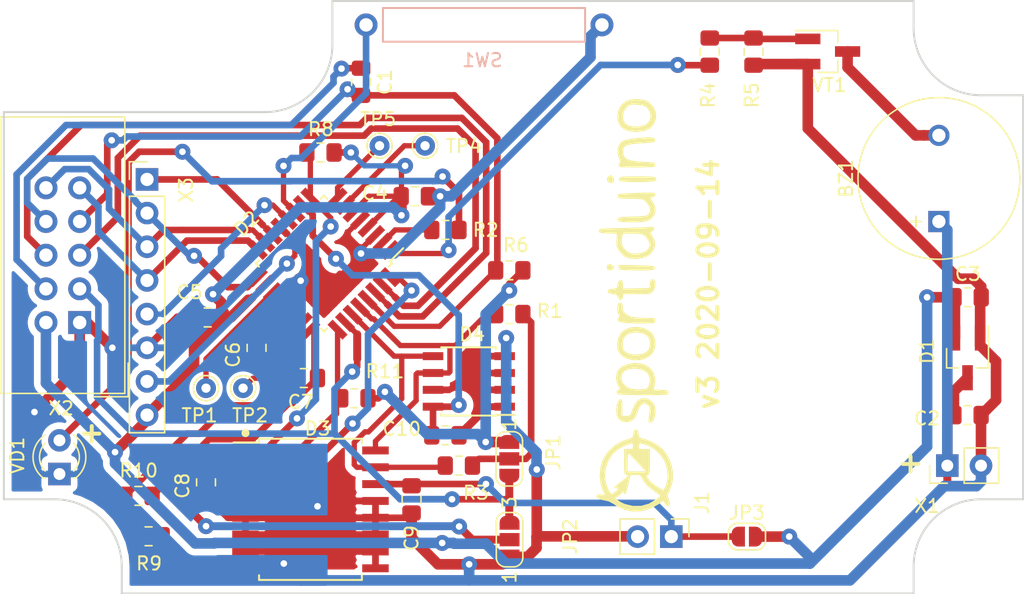
<source format=kicad_pcb>
(kicad_pcb (version 20171130) (host pcbnew "(5.1.6)-1")

  (general
    (thickness 1.5)
    (drawings 49)
    (tracks 504)
    (zones 0)
    (modules 40)
    (nets 37)
  )

  (page A4)
  (title_block
    (title "Sportiduino Base Station")
    (date 2020-03-23)
    (rev 3)
  )

  (layers
    (0 F.Cu signal)
    (31 B.Cu signal)
    (32 B.Adhes user hide)
    (33 F.Adhes user)
    (34 B.Paste user hide)
    (35 F.Paste user hide)
    (36 B.SilkS user)
    (37 F.SilkS user)
    (38 B.Mask user hide)
    (39 F.Mask user hide)
    (40 Dwgs.User user hide)
    (41 Cmts.User user hide)
    (42 Eco1.User user hide)
    (43 Eco2.User user hide)
    (44 Edge.Cuts user)
    (45 Margin user hide)
    (46 B.CrtYd user hide)
    (47 F.CrtYd user)
    (48 B.Fab user hide)
    (49 F.Fab user hide)
  )

  (setup
    (last_trace_width 0.5)
    (user_trace_width 0.4)
    (user_trace_width 0.5)
    (user_trace_width 0.6)
    (user_trace_width 0.8)
    (trace_clearance 0.3)
    (zone_clearance 0.508)
    (zone_45_only no)
    (trace_min 0.4)
    (via_size 1.2)
    (via_drill 0.5)
    (via_min_size 1.2)
    (via_min_drill 0.3)
    (uvia_size 0.3)
    (uvia_drill 0.1)
    (uvias_allowed no)
    (uvia_min_size 0.3)
    (uvia_min_drill 0.1)
    (edge_width 0.15)
    (segment_width 0.2)
    (pcb_text_width 0.3)
    (pcb_text_size 1.5 1.5)
    (mod_edge_width 0.15)
    (mod_text_size 1 1)
    (mod_text_width 0.15)
    (pad_size 2.5 1.8)
    (pad_drill 0)
    (pad_to_mask_clearance 0.051)
    (solder_mask_min_width 0.25)
    (aux_axis_origin 138.026836 94.337849)
    (visible_elements 7FFFFFFF)
    (pcbplotparams
      (layerselection 0x210fc_ffffffff)
      (usegerberextensions false)
      (usegerberattributes false)
      (usegerberadvancedattributes false)
      (creategerberjobfile true)
      (excludeedgelayer false)
      (linewidth 0.100000)
      (plotframeref false)
      (viasonmask false)
      (mode 1)
      (useauxorigin false)
      (hpglpennumber 1)
      (hpglpenspeed 20)
      (hpglpendiameter 15.000000)
      (psnegative false)
      (psa4output false)
      (plotreference true)
      (plotvalue true)
      (plotinvisibletext false)
      (padsonsilk true)
      (subtractmaskfromsilk false)
      (outputformat 1)
      (mirror false)
      (drillshape 0)
      (scaleselection 1)
      (outputdirectory "../prod/gerber/"))
  )

  (net 0 "")
  (net 1 "Net-(BZ1-Pad2)")
  (net 2 +BATT)
  (net 3 GNDD)
  (net 4 +3V3)
  (net 5 /PB2)
  (net 6 RST)
  (net 7 /PB1)
  (net 8 TX)
  (net 9 RX)
  (net 10 PD6)
  (net 11 /SDA)
  (net 12 /SCL)
  (net 13 "Net-(D2-Pad32)")
  (net 14 "Net-(R2-Pad1)")
  (net 15 "Net-(R4-Pad1)")
  (net 16 "Net-(C1-Pad2)")
  (net 17 "Net-(C6-Pad1)")
  (net 18 "Net-(C8-Pad1)")
  (net 19 ADCEN)
  (net 20 ADCIN)
  (net 21 /BUZ)
  (net 22 /LED)
  (net 23 "Net-(D2-Pad7)")
  (net 24 "Net-(D2-Pad8)")
  (net 25 32K)
  (net 26 "Net-(D2-Pad11)")
  (net 27 PB3)
  (net 28 PB4)
  (net 29 PB5)
  (net 30 "Net-(D2-Pad19)")
  (net 31 "Net-(D2-Pad22)")
  (net 32 ALARM)
  (net 33 "Net-(JP1-Pad2)")
  (net 34 PC3)
  (net 35 /PB0)
  (net 36 CR)

  (net_class Default "Это класс цепей по умолчанию."
    (clearance 0.3)
    (trace_width 0.5)
    (via_dia 1.2)
    (via_drill 0.5)
    (uvia_dia 0.3)
    (uvia_drill 0.1)
    (diff_pair_width 0.3)
    (diff_pair_gap 0.25)
    (add_net /BUZ)
    (add_net /LED)
    (add_net /PB0)
    (add_net /PB1)
    (add_net /PB2)
    (add_net /SCL)
    (add_net /SDA)
    (add_net 32K)
    (add_net ADCEN)
    (add_net ADCIN)
    (add_net ALARM)
    (add_net CR)
    (add_net "Net-(BZ1-Pad2)")
    (add_net "Net-(C1-Pad2)")
    (add_net "Net-(C6-Pad1)")
    (add_net "Net-(C8-Pad1)")
    (add_net "Net-(D2-Pad11)")
    (add_net "Net-(D2-Pad19)")
    (add_net "Net-(D2-Pad22)")
    (add_net "Net-(D2-Pad32)")
    (add_net "Net-(D2-Pad7)")
    (add_net "Net-(D2-Pad8)")
    (add_net "Net-(JP1-Pad2)")
    (add_net "Net-(R2-Pad1)")
    (add_net "Net-(R4-Pad1)")
    (add_net PB3)
    (add_net PB4)
    (add_net PB5)
    (add_net PC3)
    (add_net PD6)
    (add_net RST)
    (add_net RX)
    (add_net TX)
  )

  (net_class power ""
    (clearance 0.3)
    (trace_width 0.8)
    (via_dia 1.2)
    (via_drill 0.5)
    (uvia_dia 0.3)
    (uvia_drill 0.1)
    (diff_pair_width 0.3)
    (diff_pair_gap 0.25)
    (add_net +3V3)
    (add_net +BATT)
    (add_net GNDD)
  )

  (module Capacitor_SMD:C_0805_2012Metric_Pad1.15x1.40mm_HandSolder (layer F.Cu) (tedit 5B36C52B) (tstamp 5DEFE525)
    (at 160.759836 64.746849 90)
    (descr "Capacitor SMD 0805 (2012 Metric), square (rectangular) end terminal, IPC_7351 nominal with elongated pad for handsoldering. (Body size source: https://docs.google.com/spreadsheets/d/1BsfQQcO9C6DZCsRaXUlFlo91Tg2WpOkGARC1WS5S8t0/edit?usp=sharing), generated with kicad-footprint-generator")
    (tags "capacitor handsolder")
    (path /5DF1E05D)
    (attr smd)
    (fp_text reference C1 (at -0.023151 1.800164 90) (layer F.SilkS)
      (effects (font (size 1 1) (thickness 0.15)))
    )
    (fp_text value "100 nF" (at -0.635 -1.651 90) (layer F.Fab)
      (effects (font (size 1 1) (thickness 0.15)))
    )
    (fp_line (start -1 0.6) (end -1 -0.6) (layer F.Fab) (width 0.1))
    (fp_line (start -1 -0.6) (end 1 -0.6) (layer F.Fab) (width 0.1))
    (fp_line (start 1 -0.6) (end 1 0.6) (layer F.Fab) (width 0.1))
    (fp_line (start 1 0.6) (end -1 0.6) (layer F.Fab) (width 0.1))
    (fp_line (start -0.261252 -0.71) (end 0.261252 -0.71) (layer F.SilkS) (width 0.12))
    (fp_line (start -0.261252 0.71) (end 0.261252 0.71) (layer F.SilkS) (width 0.12))
    (fp_line (start -1.85 0.95) (end -1.85 -0.95) (layer F.CrtYd) (width 0.05))
    (fp_line (start -1.85 -0.95) (end 1.85 -0.95) (layer F.CrtYd) (width 0.05))
    (fp_line (start 1.85 -0.95) (end 1.85 0.95) (layer F.CrtYd) (width 0.05))
    (fp_line (start 1.85 0.95) (end -1.85 0.95) (layer F.CrtYd) (width 0.05))
    (fp_text user %R (at 0 0 90) (layer F.Fab)
      (effects (font (size 0.5 0.5) (thickness 0.08)))
    )
    (pad 2 smd roundrect (at 1.025 0 90) (size 1.15 1.4) (layers F.Cu F.Paste F.Mask) (roundrect_rratio 0.217391)
      (net 16 "Net-(C1-Pad2)"))
    (pad 1 smd roundrect (at -1.025 0 90) (size 1.15 1.4) (layers F.Cu F.Paste F.Mask) (roundrect_rratio 0.217391)
      (net 6 RST))
    (model ${KISYS3DMOD}/Capacitor_SMD.3dshapes/C_0805_2012Metric.wrl
      (at (xyz 0 0 0))
      (scale (xyz 1 1 1))
      (rotate (xyz 0 0 0))
    )
  )

  (module Capacitor_SMD:C_0805_2012Metric_Pad1.15x1.40mm_HandSolder (layer F.Cu) (tedit 5B36C52B) (tstamp 5DEFE547)
    (at 149.075836 94.963849 270)
    (descr "Capacitor SMD 0805 (2012 Metric), square (rectangular) end terminal, IPC_7351 nominal with elongated pad for handsoldering. (Body size source: https://docs.google.com/spreadsheets/d/1BsfQQcO9C6DZCsRaXUlFlo91Tg2WpOkGARC1WS5S8t0/edit?usp=sharing), generated with kicad-footprint-generator")
    (tags "capacitor handsolder")
    (path /5DDE2977)
    (attr smd)
    (fp_text reference C8 (at 0.263 1.778 90) (layer F.SilkS)
      (effects (font (size 1 1) (thickness 0.15)))
    )
    (fp_text value "100 nF" (at 4.563 -0.127 90) (layer F.Fab)
      (effects (font (size 1 1) (thickness 0.15)))
    )
    (fp_line (start -1 0.6) (end -1 -0.6) (layer F.Fab) (width 0.1))
    (fp_line (start -1 -0.6) (end 1 -0.6) (layer F.Fab) (width 0.1))
    (fp_line (start 1 -0.6) (end 1 0.6) (layer F.Fab) (width 0.1))
    (fp_line (start 1 0.6) (end -1 0.6) (layer F.Fab) (width 0.1))
    (fp_line (start -0.261252 -0.71) (end 0.261252 -0.71) (layer F.SilkS) (width 0.12))
    (fp_line (start -0.261252 0.71) (end 0.261252 0.71) (layer F.SilkS) (width 0.12))
    (fp_line (start -1.85 0.95) (end -1.85 -0.95) (layer F.CrtYd) (width 0.05))
    (fp_line (start -1.85 -0.95) (end 1.85 -0.95) (layer F.CrtYd) (width 0.05))
    (fp_line (start 1.85 -0.95) (end 1.85 0.95) (layer F.CrtYd) (width 0.05))
    (fp_line (start 1.85 0.95) (end -1.85 0.95) (layer F.CrtYd) (width 0.05))
    (fp_text user %R (at 0 0 270) (layer F.Fab)
      (effects (font (size 0.5 0.5) (thickness 0.08)))
    )
    (pad 2 smd roundrect (at 1.025 0 270) (size 1.15 1.4) (layers F.Cu F.Paste F.Mask) (roundrect_rratio 0.217391)
      (net 3 GNDD))
    (pad 1 smd roundrect (at -1.025 0 270) (size 1.15 1.4) (layers F.Cu F.Paste F.Mask) (roundrect_rratio 0.217391)
      (net 18 "Net-(C8-Pad1)"))
    (model ${KISYS3DMOD}/Capacitor_SMD.3dshapes/C_0805_2012Metric.wrl
      (at (xyz 0 0 0))
      (scale (xyz 1 1 1))
      (rotate (xyz 0 0 0))
    )
  )

  (module Capacitor_SMD:C_0805_2012Metric_Pad1.15x1.40mm_HandSolder (layer F.Cu) (tedit 5B36C52B) (tstamp 5DFEE111)
    (at 152.885836 84.821849 270)
    (descr "Capacitor SMD 0805 (2012 Metric), square (rectangular) end terminal, IPC_7351 nominal with elongated pad for handsoldering. (Body size source: https://docs.google.com/spreadsheets/d/1BsfQQcO9C6DZCsRaXUlFlo91Tg2WpOkGARC1WS5S8t0/edit?usp=sharing), generated with kicad-footprint-generator")
    (tags "capacitor handsolder")
    (path /5BE71484)
    (attr smd)
    (fp_text reference C6 (at 0.522151 1.778 90) (layer F.SilkS)
      (effects (font (size 1 1) (thickness 0.15)))
    )
    (fp_text value "100 nF" (at 0.245 1.651 270) (layer F.Fab)
      (effects (font (size 1 1) (thickness 0.15)))
    )
    (fp_line (start 1.85 0.95) (end -1.85 0.95) (layer F.CrtYd) (width 0.05))
    (fp_line (start 1.85 -0.95) (end 1.85 0.95) (layer F.CrtYd) (width 0.05))
    (fp_line (start -1.85 -0.95) (end 1.85 -0.95) (layer F.CrtYd) (width 0.05))
    (fp_line (start -1.85 0.95) (end -1.85 -0.95) (layer F.CrtYd) (width 0.05))
    (fp_line (start -0.261252 0.71) (end 0.261252 0.71) (layer F.SilkS) (width 0.12))
    (fp_line (start -0.261252 -0.71) (end 0.261252 -0.71) (layer F.SilkS) (width 0.12))
    (fp_line (start 1 0.6) (end -1 0.6) (layer F.Fab) (width 0.1))
    (fp_line (start 1 -0.6) (end 1 0.6) (layer F.Fab) (width 0.1))
    (fp_line (start -1 -0.6) (end 1 -0.6) (layer F.Fab) (width 0.1))
    (fp_line (start -1 0.6) (end -1 -0.6) (layer F.Fab) (width 0.1))
    (fp_text user %R (at 0 0 270) (layer F.Fab)
      (effects (font (size 0.5 0.5) (thickness 0.08)))
    )
    (pad 1 smd roundrect (at -1.025 0 270) (size 1.15 1.4) (layers F.Cu F.Paste F.Mask) (roundrect_rratio 0.217391)
      (net 17 "Net-(C6-Pad1)"))
    (pad 2 smd roundrect (at 1.025 0 270) (size 1.15 1.4) (layers F.Cu F.Paste F.Mask) (roundrect_rratio 0.217391)
      (net 3 GNDD))
    (model ${KISYS3DMOD}/Capacitor_SMD.3dshapes/C_0805_2012Metric.wrl
      (at (xyz 0 0 0))
      (scale (xyz 1 1 1))
      (rotate (xyz 0 0 0))
    )
  )

  (module Capacitor_SMD:C_0805_2012Metric_Pad1.15x1.40mm_HandSolder (layer F.Cu) (tedit 5B36C52B) (tstamp 5E413289)
    (at 156.450836 87.098849)
    (descr "Capacitor SMD 0805 (2012 Metric), square (rectangular) end terminal, IPC_7351 nominal with elongated pad for handsoldering. (Body size source: https://docs.google.com/spreadsheets/d/1BsfQQcO9C6DZCsRaXUlFlo91Tg2WpOkGARC1WS5S8t0/edit?usp=sharing), generated with kicad-footprint-generator")
    (tags "capacitor handsolder")
    (path /5DE748CD)
    (attr smd)
    (fp_text reference C7 (at -0.240836 1.801151) (layer F.SilkS)
      (effects (font (size 1 1) (thickness 0.15)))
    )
    (fp_text value "100 nF" (at 0 1.65) (layer F.Fab)
      (effects (font (size 1 1) (thickness 0.15)))
    )
    (fp_line (start 1.85 0.95) (end -1.85 0.95) (layer F.CrtYd) (width 0.05))
    (fp_line (start 1.85 -0.95) (end 1.85 0.95) (layer F.CrtYd) (width 0.05))
    (fp_line (start -1.85 -0.95) (end 1.85 -0.95) (layer F.CrtYd) (width 0.05))
    (fp_line (start -1.85 0.95) (end -1.85 -0.95) (layer F.CrtYd) (width 0.05))
    (fp_line (start -0.261252 0.71) (end 0.261252 0.71) (layer F.SilkS) (width 0.12))
    (fp_line (start -0.261252 -0.71) (end 0.261252 -0.71) (layer F.SilkS) (width 0.12))
    (fp_line (start 1 0.6) (end -1 0.6) (layer F.Fab) (width 0.1))
    (fp_line (start 1 -0.6) (end 1 0.6) (layer F.Fab) (width 0.1))
    (fp_line (start -1 -0.6) (end 1 -0.6) (layer F.Fab) (width 0.1))
    (fp_line (start -1 0.6) (end -1 -0.6) (layer F.Fab) (width 0.1))
    (fp_text user %R (at 0 0) (layer F.Fab)
      (effects (font (size 0.5 0.5) (thickness 0.08)))
    )
    (pad 1 smd roundrect (at -1.025 0) (size 1.15 1.4) (layers F.Cu F.Paste F.Mask) (roundrect_rratio 0.217391)
      (net 20 ADCIN))
    (pad 2 smd roundrect (at 1.025 0) (size 1.15 1.4) (layers F.Cu F.Paste F.Mask) (roundrect_rratio 0.217391)
      (net 19 ADCEN))
    (model ${KISYS3DMOD}/Capacitor_SMD.3dshapes/C_0805_2012Metric.wrl
      (at (xyz 0 0 0))
      (scale (xyz 1 1 1))
      (rotate (xyz 0 0 0))
    )
  )

  (module Sportiduino:SOIC-16W_7.5x10.3mm_P1.27mm (layer F.Cu) (tedit 5E3C18A6) (tstamp 5E3C5550)
    (at 156.949836 97.004849)
    (descr "16-Lead Plastic Small Outline (SO) - Wide, 7.50 mm Body [SOIC] (see Microchip Packaging Specification 00000049BS.pdf)")
    (tags "SOIC 1.27")
    (path /5BE583D9)
    (attr smd)
    (fp_text reference D3 (at 0.530164 -6.096) (layer F.SilkS)
      (effects (font (size 1 1) (thickness 0.15)))
    )
    (fp_text value DS3231SN (at 0 6.25) (layer F.Fab)
      (effects (font (size 1 1) (thickness 0.15)))
    )
    (fp_circle (center -4.9 -5.75) (end -4.75 -5.75) (layer F.SilkS) (width 0.3))
    (fp_line (start -3.875 -5.05) (end -5.8 -5.05) (layer F.SilkS) (width 0.15))
    (fp_line (start -3.875 5.325) (end 3.875 5.325) (layer F.SilkS) (width 0.15))
    (fp_line (start -3.875 -5.325) (end 3.875 -5.325) (layer F.SilkS) (width 0.15))
    (fp_line (start -3.875 5.325) (end -3.875 4.97) (layer F.SilkS) (width 0.15))
    (fp_line (start 3.875 5.325) (end 3.875 4.97) (layer F.SilkS) (width 0.15))
    (fp_line (start 3.875 -5.325) (end 3.875 -4.97) (layer F.SilkS) (width 0.15))
    (fp_line (start -3.875 -5.325) (end -3.875 -5.05) (layer F.SilkS) (width 0.15))
    (fp_line (start -6 5.5) (end 6 5.5) (layer F.CrtYd) (width 0.05))
    (fp_line (start -6 -6.5) (end 6 -6.5) (layer F.CrtYd) (width 0.05))
    (fp_line (start 6 -6.5) (end 6 5.5) (layer F.CrtYd) (width 0.05))
    (fp_line (start -6 -6.5) (end -6 5.5) (layer F.CrtYd) (width 0.05))
    (fp_line (start -3.75 -4.15) (end -2.75 -5.15) (layer F.Fab) (width 0.15))
    (fp_line (start -3.75 5.15) (end -3.75 -4.15) (layer F.Fab) (width 0.15))
    (fp_line (start 3.75 5.15) (end -3.75 5.15) (layer F.Fab) (width 0.15))
    (fp_line (start 3.75 -5.15) (end 3.75 5.15) (layer F.Fab) (width 0.15))
    (fp_line (start -2.75 -5.15) (end 3.75 -5.15) (layer F.Fab) (width 0.15))
    (fp_text user %R (at 0 0) (layer F.Fab)
      (effects (font (size 1 1) (thickness 0.15)))
    )
    (pad 1 smd rect (at -4.9 -4.445) (size 2 0.6) (layers F.Cu F.Paste F.Mask)
      (net 25 32K))
    (pad 2 smd rect (at -4.9 -3.175) (size 2 0.6) (layers F.Cu F.Paste F.Mask)
      (net 18 "Net-(C8-Pad1)"))
    (pad 3 smd rect (at -4.9 -1.905) (size 2 0.6) (layers F.Cu F.Paste F.Mask)
      (net 32 ALARM))
    (pad 4 smd rect (at -4.9 -0.635) (size 2 0.6) (layers F.Cu F.Paste F.Mask)
      (net 13 "Net-(D2-Pad32)"))
    (pad 5 smd rect (at -4.9 0.635) (size 2 0.6) (layers F.Cu F.Paste F.Mask)
      (net 3 GNDD))
    (pad 6 smd rect (at -4.9 1.905) (size 2 0.6) (layers F.Cu F.Paste F.Mask)
      (net 3 GNDD))
    (pad 7 smd rect (at -4.9 3.175) (size 2 0.6) (layers F.Cu F.Paste F.Mask)
      (net 3 GNDD))
    (pad 8 smd rect (at -4.9 4.445) (size 2 0.6) (layers F.Cu F.Paste F.Mask)
      (net 3 GNDD))
    (pad 9 smd rect (at 4.9 4.445) (size 2 0.6) (layers F.Cu F.Paste F.Mask)
      (net 3 GNDD))
    (pad 10 smd rect (at 4.9 3.175) (size 2 0.6) (layers F.Cu F.Paste F.Mask)
      (net 3 GNDD))
    (pad 11 smd rect (at 4.9 1.905) (size 2 0.6) (layers F.Cu F.Paste F.Mask)
      (net 3 GNDD))
    (pad 12 smd rect (at 4.9 0.635) (size 2 0.6) (layers F.Cu F.Paste F.Mask)
      (net 3 GNDD))
    (pad 13 smd rect (at 4.9 -0.635) (size 2 0.6) (layers F.Cu F.Paste F.Mask)
      (net 3 GNDD))
    (pad 14 smd rect (at 4.9 -1.905) (size 2 0.6) (layers F.Cu F.Paste F.Mask)
      (net 36 CR))
    (pad 15 smd rect (at 4.9 -3.175) (size 2 0.6) (layers F.Cu F.Paste F.Mask)
      (net 11 /SDA))
    (pad 16 smd rect (at 4.9 -4.445) (size 2 0.6) (layers F.Cu F.Paste F.Mask)
      (net 12 /SCL))
    (model ${KISYS3DMOD}/Package_SO.3dshapes/SOIC-16W_7.5x10.3mm_P1.27mm.wrl
      (at (xyz 0 0 0))
      (scale (xyz 1 1 1))
      (rotate (xyz 0 0 0))
    )
  )

  (module Buzzer_Beeper:MagneticBuzzer_ProSignal_ABT-410-RC (layer F.Cu) (tedit 5E1DEE64) (tstamp 5DFE1DD3)
    (at 204.320836 75.287849 90)
    (descr "Buzzer, Elektromagnetic Beeper, Summer, 1,5V-DC,")
    (tags "Pro Signal ABT-410-RC ")
    (path /5BE5F766)
    (fp_text reference BZ1 (at 3.25 -7 270) (layer F.SilkS)
      (effects (font (size 1 1) (thickness 0.15)))
    )
    (fp_text value TR1205Y (at 3.302 3.81 90) (layer F.Fab)
      (effects (font (size 1 1) (thickness 0.15)))
    )
    (fp_circle (center 3.25 0) (end 9.25 0) (layer F.Fab) (width 0.1))
    (fp_circle (center 3.25 0) (end 4.4 0) (layer F.Fab) (width 0.1))
    (fp_circle (center 3.25 0) (end 9.35 0) (layer F.SilkS) (width 0.12))
    (fp_circle (center 3.25 0) (end 9.5 0) (layer F.CrtYd) (width 0.05))
    (fp_text user + (at 0 -1.8 90) (layer F.Fab)
      (effects (font (size 1 1) (thickness 0.15)))
    )
    (fp_text user + (at 0 -1.8 90) (layer F.SilkS)
      (effects (font (size 1 1) (thickness 0.15)))
    )
    (fp_text user %R (at 3.25 -7 90) (layer F.Fab)
      (effects (font (size 1 1) (thickness 0.15)))
    )
    (pad 1 thru_hole rect (at 0 0 90) (size 1.6 1.6) (drill 1) (layers *.Cu *.Mask)
      (net 2 +BATT))
    (pad 2 thru_hole circle (at 6.5 0 90) (size 1.6 1.6) (drill 1) (layers *.Cu *.Mask)
      (net 1 "Net-(BZ1-Pad2)"))
    (model ${KISYS3DMOD}/Buzzer_Beeper.3dshapes/MagneticBuzzer_ProSignal_ABT-410-RC.wrl
      (at (xyz 0 0 0))
      (scale (xyz 1 1 1))
      (rotate (xyz 0 0 0))
    )
  )

  (module Button_Switch_THT:SW_reed (layer B.Cu) (tedit 5E1DECB7) (tstamp 5DFDDC99)
    (at 170.030836 60.452)
    (path /5DF529B4)
    (fp_text reference SW1 (at -0.127 2.667) (layer B.SilkS)
      (effects (font (size 1 1) (thickness 0.15)) (justify mirror))
    )
    (fp_text value SW_Reed (at 0 2.54) (layer B.Fab)
      (effects (font (size 1 1) (thickness 0.15)) (justify mirror))
    )
    (fp_line (start -7.62 1.27) (end 7.62 1.27) (layer B.SilkS) (width 0.15))
    (fp_line (start 7.62 1.27) (end 7.62 -1.27) (layer B.SilkS) (width 0.15))
    (fp_line (start 7.62 -1.27) (end -7.62 -1.27) (layer B.SilkS) (width 0.15))
    (fp_line (start -7.62 -1.27) (end -7.62 1.27) (layer B.SilkS) (width 0.15))
    (pad 2 thru_hole circle (at 8.89 0) (size 1.7272 1.7272) (drill 1.016) (layers *.Cu *.Mask)
      (net 3 GNDD))
    (pad 1 thru_hole circle (at -8.89 0) (size 1.7272 1.7272) (drill 1.016) (layers *.Cu *.Mask)
      (net 26 "Net-(D2-Pad11)"))
  )

  (module Capacitor_SMD:C_0805_2012Metric_Pad1.15x1.40mm_HandSolder (layer F.Cu) (tedit 5B36C52B) (tstamp 5DF01F27)
    (at 206.479836 89.892849)
    (descr "Capacitor SMD 0805 (2012 Metric), square (rectangular) end terminal, IPC_7351 nominal with elongated pad for handsoldering. (Body size source: https://docs.google.com/spreadsheets/d/1BsfQQcO9C6DZCsRaXUlFlo91Tg2WpOkGARC1WS5S8t0/edit?usp=sharing), generated with kicad-footprint-generator")
    (tags "capacitor handsolder")
    (path /5BE42D9E)
    (attr smd)
    (fp_text reference C2 (at -3.048 0.254) (layer F.SilkS)
      (effects (font (size 1 1) (thickness 0.15)))
    )
    (fp_text value "4.7 uF" (at -4.826 0.127 180) (layer F.Fab)
      (effects (font (size 1 1) (thickness 0.15)))
    )
    (fp_line (start 1.85 0.95) (end -1.85 0.95) (layer F.CrtYd) (width 0.05))
    (fp_line (start 1.85 -0.95) (end 1.85 0.95) (layer F.CrtYd) (width 0.05))
    (fp_line (start -1.85 -0.95) (end 1.85 -0.95) (layer F.CrtYd) (width 0.05))
    (fp_line (start -1.85 0.95) (end -1.85 -0.95) (layer F.CrtYd) (width 0.05))
    (fp_line (start -0.261252 0.71) (end 0.261252 0.71) (layer F.SilkS) (width 0.12))
    (fp_line (start -0.261252 -0.71) (end 0.261252 -0.71) (layer F.SilkS) (width 0.12))
    (fp_line (start 1 0.6) (end -1 0.6) (layer F.Fab) (width 0.1))
    (fp_line (start 1 -0.6) (end 1 0.6) (layer F.Fab) (width 0.1))
    (fp_line (start -1 -0.6) (end 1 -0.6) (layer F.Fab) (width 0.1))
    (fp_line (start -1 0.6) (end -1 -0.6) (layer F.Fab) (width 0.1))
    (fp_text user %R (at 0 0) (layer F.Fab)
      (effects (font (size 0.5 0.5) (thickness 0.08)))
    )
    (pad 1 smd roundrect (at -1.025 0) (size 1.15 1.4) (layers F.Cu F.Paste F.Mask) (roundrect_rratio 0.217391)
      (net 2 +BATT))
    (pad 2 smd roundrect (at 1.025 0) (size 1.15 1.4) (layers F.Cu F.Paste F.Mask) (roundrect_rratio 0.217391)
      (net 3 GNDD))
    (model ${KISYS3DMOD}/Capacitor_SMD.3dshapes/C_0805_2012Metric.wrl
      (at (xyz 0 0 0))
      (scale (xyz 1 1 1))
      (rotate (xyz 0 0 0))
    )
  )

  (module Capacitor_SMD:C_0805_2012Metric_Pad1.15x1.40mm_HandSolder (layer F.Cu) (tedit 5B36C52B) (tstamp 5DF01EF7)
    (at 206.488836 81.002849)
    (descr "Capacitor SMD 0805 (2012 Metric), square (rectangular) end terminal, IPC_7351 nominal with elongated pad for handsoldering. (Body size source: https://docs.google.com/spreadsheets/d/1BsfQQcO9C6DZCsRaXUlFlo91Tg2WpOkGARC1WS5S8t0/edit?usp=sharing), generated with kicad-footprint-generator")
    (tags "capacitor handsolder")
    (path /5BE42E09)
    (attr smd)
    (fp_text reference C3 (at 0.013164 -1.754849 -180) (layer F.SilkS)
      (effects (font (size 1 1) (thickness 0.15)))
    )
    (fp_text value "4.7 uF" (at -4.708 0.127) (layer F.Fab)
      (effects (font (size 1 1) (thickness 0.15)))
    )
    (fp_line (start -1 0.6) (end -1 -0.6) (layer F.Fab) (width 0.1))
    (fp_line (start -1 -0.6) (end 1 -0.6) (layer F.Fab) (width 0.1))
    (fp_line (start 1 -0.6) (end 1 0.6) (layer F.Fab) (width 0.1))
    (fp_line (start 1 0.6) (end -1 0.6) (layer F.Fab) (width 0.1))
    (fp_line (start -0.261252 -0.71) (end 0.261252 -0.71) (layer F.SilkS) (width 0.12))
    (fp_line (start -0.261252 0.71) (end 0.261252 0.71) (layer F.SilkS) (width 0.12))
    (fp_line (start -1.85 0.95) (end -1.85 -0.95) (layer F.CrtYd) (width 0.05))
    (fp_line (start -1.85 -0.95) (end 1.85 -0.95) (layer F.CrtYd) (width 0.05))
    (fp_line (start 1.85 -0.95) (end 1.85 0.95) (layer F.CrtYd) (width 0.05))
    (fp_line (start 1.85 0.95) (end -1.85 0.95) (layer F.CrtYd) (width 0.05))
    (fp_text user %R (at 0 0) (layer F.Fab)
      (effects (font (size 0.5 0.5) (thickness 0.08)))
    )
    (pad 2 smd roundrect (at 1.025 0) (size 1.15 1.4) (layers F.Cu F.Paste F.Mask) (roundrect_rratio 0.217391)
      (net 3 GNDD))
    (pad 1 smd roundrect (at -1.025 0) (size 1.15 1.4) (layers F.Cu F.Paste F.Mask) (roundrect_rratio 0.217391)
      (net 4 +3V3))
    (model ${KISYS3DMOD}/Capacitor_SMD.3dshapes/C_0805_2012Metric.wrl
      (at (xyz 0 0 0))
      (scale (xyz 1 1 1))
      (rotate (xyz 0 0 0))
    )
  )

  (module Capacitor_SMD:C_0805_2012Metric_Pad1.15x1.40mm_HandSolder (layer F.Cu) (tedit 5C03D831) (tstamp 5DF01EC7)
    (at 164.814836 73.382849)
    (descr "Capacitor SMD 0805 (2012 Metric), square (rectangular) end terminal, IPC_7351 nominal with elongated pad for handsoldering. (Body size source: https://docs.google.com/spreadsheets/d/1BsfQQcO9C6DZCsRaXUlFlo91Tg2WpOkGARC1WS5S8t0/edit?usp=sharing), generated with kicad-footprint-generator")
    (tags "capacitor handsolder")
    (path /5BE7CE78)
    (attr smd)
    (fp_text reference C4 (at -3.016836 -0.230849 -180) (layer F.SilkS)
      (effects (font (size 1 1) (thickness 0.15)))
    )
    (fp_text value "100 nF" (at 4.708 0) (layer F.Fab)
      (effects (font (size 1 1) (thickness 0.15)))
    )
    (fp_line (start 1.85 0.95) (end -1.85 0.95) (layer F.CrtYd) (width 0.05))
    (fp_line (start 1.85 -0.95) (end 1.85 0.95) (layer F.CrtYd) (width 0.05))
    (fp_line (start -1.85 -0.95) (end 1.85 -0.95) (layer F.CrtYd) (width 0.05))
    (fp_line (start -1.85 0.95) (end -1.85 -0.95) (layer F.CrtYd) (width 0.05))
    (fp_line (start -0.261252 0.71) (end 0.261252 0.71) (layer F.SilkS) (width 0.12))
    (fp_line (start -0.261252 -0.71) (end 0.261252 -0.71) (layer F.SilkS) (width 0.12))
    (fp_line (start 1 0.6) (end -1 0.6) (layer F.Fab) (width 0.1))
    (fp_line (start 1 -0.6) (end 1 0.6) (layer F.Fab) (width 0.1))
    (fp_line (start -1 -0.6) (end 1 -0.6) (layer F.Fab) (width 0.1))
    (fp_line (start -1 0.6) (end -1 -0.6) (layer F.Fab) (width 0.1))
    (fp_text user %R (at 0 0) (layer F.Fab)
      (effects (font (size 0.5 0.5) (thickness 0.08)))
    )
    (pad 1 smd roundrect (at -1.025 0) (size 1.15 1.4) (layers F.Cu F.Paste F.Mask) (roundrect_rratio 0.217391)
      (net 4 +3V3))
    (pad 2 smd roundrect (at 1.025 0) (size 1.15 1.4) (layers F.Cu F.Paste F.Mask) (roundrect_rratio 0.217391)
      (net 3 GNDD))
    (model ${KISYS3DMOD}/Capacitor_SMD.3dshapes/C_0805_2012Metric.wrl
      (at (xyz 0 0 0))
      (scale (xyz 1 1 1))
      (rotate (xyz 0 0 0))
    )
  )

  (module Capacitor_SMD:C_0805_2012Metric_Pad1.15x1.40mm_HandSolder (layer F.Cu) (tedit 5B36C52B) (tstamp 5DF01E97)
    (at 149.202836 82.526849 180)
    (descr "Capacitor SMD 0805 (2012 Metric), square (rectangular) end terminal, IPC_7351 nominal with elongated pad for handsoldering. (Body size source: https://docs.google.com/spreadsheets/d/1BsfQQcO9C6DZCsRaXUlFlo91Tg2WpOkGARC1WS5S8t0/edit?usp=sharing), generated with kicad-footprint-generator")
    (tags "capacitor handsolder")
    (path /5BE7C1F3)
    (attr smd)
    (fp_text reference C5 (at 1.374836 1.905) (layer F.SilkS)
      (effects (font (size 1 1) (thickness 0.15)))
    )
    (fp_text value "100 nF" (at 0 1.778 180) (layer F.Fab)
      (effects (font (size 1 1) (thickness 0.15)))
    )
    (fp_line (start -1 0.6) (end -1 -0.6) (layer F.Fab) (width 0.1))
    (fp_line (start -1 -0.6) (end 1 -0.6) (layer F.Fab) (width 0.1))
    (fp_line (start 1 -0.6) (end 1 0.6) (layer F.Fab) (width 0.1))
    (fp_line (start 1 0.6) (end -1 0.6) (layer F.Fab) (width 0.1))
    (fp_line (start -0.261252 -0.71) (end 0.261252 -0.71) (layer F.SilkS) (width 0.12))
    (fp_line (start -0.261252 0.71) (end 0.261252 0.71) (layer F.SilkS) (width 0.12))
    (fp_line (start -1.85 0.95) (end -1.85 -0.95) (layer F.CrtYd) (width 0.05))
    (fp_line (start -1.85 -0.95) (end 1.85 -0.95) (layer F.CrtYd) (width 0.05))
    (fp_line (start 1.85 -0.95) (end 1.85 0.95) (layer F.CrtYd) (width 0.05))
    (fp_line (start 1.85 0.95) (end -1.85 0.95) (layer F.CrtYd) (width 0.05))
    (fp_text user %R (at 0 0 180) (layer F.Fab)
      (effects (font (size 0.5 0.5) (thickness 0.08)))
    )
    (pad 2 smd roundrect (at 1.025 0 180) (size 1.15 1.4) (layers F.Cu F.Paste F.Mask) (roundrect_rratio 0.217391)
      (net 3 GNDD))
    (pad 1 smd roundrect (at -1.025 0 180) (size 1.15 1.4) (layers F.Cu F.Paste F.Mask) (roundrect_rratio 0.217391)
      (net 4 +3V3))
    (model ${KISYS3DMOD}/Capacitor_SMD.3dshapes/C_0805_2012Metric.wrl
      (at (xyz 0 0 0))
      (scale (xyz 1 1 1))
      (rotate (xyz 0 0 0))
    )
  )

  (module Capacitor_SMD:C_0805_2012Metric_Pad1.15x1.40mm_HandSolder (layer F.Cu) (tedit 5B36C52B) (tstamp 5DF01E37)
    (at 164.569836 96.251849 270)
    (descr "Capacitor SMD 0805 (2012 Metric), square (rectangular) end terminal, IPC_7351 nominal with elongated pad for handsoldering. (Body size source: https://docs.google.com/spreadsheets/d/1BsfQQcO9C6DZCsRaXUlFlo91Tg2WpOkGARC1WS5S8t0/edit?usp=sharing), generated with kicad-footprint-generator")
    (tags "capacitor handsolder")
    (path /5C2396EF)
    (attr smd)
    (fp_text reference C9 (at 2.921 0 270) (layer F.SilkS)
      (effects (font (size 1 1) (thickness 0.15)))
    )
    (fp_text value "100 nF" (at 1.261 -1.778 270) (layer F.Fab)
      (effects (font (size 1 1) (thickness 0.15)))
    )
    (fp_line (start -1 0.6) (end -1 -0.6) (layer F.Fab) (width 0.1))
    (fp_line (start -1 -0.6) (end 1 -0.6) (layer F.Fab) (width 0.1))
    (fp_line (start 1 -0.6) (end 1 0.6) (layer F.Fab) (width 0.1))
    (fp_line (start 1 0.6) (end -1 0.6) (layer F.Fab) (width 0.1))
    (fp_line (start -0.261252 -0.71) (end 0.261252 -0.71) (layer F.SilkS) (width 0.12))
    (fp_line (start -0.261252 0.71) (end 0.261252 0.71) (layer F.SilkS) (width 0.12))
    (fp_line (start -1.85 0.95) (end -1.85 -0.95) (layer F.CrtYd) (width 0.05))
    (fp_line (start -1.85 -0.95) (end 1.85 -0.95) (layer F.CrtYd) (width 0.05))
    (fp_line (start 1.85 -0.95) (end 1.85 0.95) (layer F.CrtYd) (width 0.05))
    (fp_line (start 1.85 0.95) (end -1.85 0.95) (layer F.CrtYd) (width 0.05))
    (fp_text user %R (at 0 0 270) (layer F.Fab)
      (effects (font (size 0.5 0.5) (thickness 0.08)))
    )
    (pad 2 smd roundrect (at 1.025 0 270) (size 1.15 1.4) (layers F.Cu F.Paste F.Mask) (roundrect_rratio 0.217391)
      (net 3 GNDD))
    (pad 1 smd roundrect (at -1.025 0 270) (size 1.15 1.4) (layers F.Cu F.Paste F.Mask) (roundrect_rratio 0.217391)
      (net 36 CR))
    (model ${KISYS3DMOD}/Capacitor_SMD.3dshapes/C_0805_2012Metric.wrl
      (at (xyz 0 0 0))
      (scale (xyz 1 1 1))
      (rotate (xyz 0 0 0))
    )
  )

  (module Package_TO_SOT_SMD:SOT-23_Handsoldering (layer F.Cu) (tedit 5A0AB76C) (tstamp 5DF01DFF)
    (at 206.479836 85.574849 270)
    (descr "SOT-23, Handsoldering")
    (tags SOT-23)
    (path /5BE42948)
    (attr smd)
    (fp_text reference D1 (at -0.508 3.048 90) (layer F.SilkS)
      (effects (font (size 1 1) (thickness 0.15)))
    )
    (fp_text value MCP1700-3302E (at 0 8.89) (layer F.Fab)
      (effects (font (size 1 1) (thickness 0.15)))
    )
    (fp_line (start 0.76 1.58) (end -0.7 1.58) (layer F.SilkS) (width 0.12))
    (fp_line (start -0.7 1.52) (end 0.7 1.52) (layer F.Fab) (width 0.1))
    (fp_line (start 0.7 -1.52) (end 0.7 1.52) (layer F.Fab) (width 0.1))
    (fp_line (start -0.7 -0.95) (end -0.15 -1.52) (layer F.Fab) (width 0.1))
    (fp_line (start -0.15 -1.52) (end 0.7 -1.52) (layer F.Fab) (width 0.1))
    (fp_line (start -0.7 -0.95) (end -0.7 1.5) (layer F.Fab) (width 0.1))
    (fp_line (start 0.76 -1.58) (end -2.4 -1.58) (layer F.SilkS) (width 0.12))
    (fp_line (start -2.7 1.75) (end -2.7 -1.75) (layer F.CrtYd) (width 0.05))
    (fp_line (start 2.7 1.75) (end -2.7 1.75) (layer F.CrtYd) (width 0.05))
    (fp_line (start 2.7 -1.75) (end 2.7 1.75) (layer F.CrtYd) (width 0.05))
    (fp_line (start -2.7 -1.75) (end 2.7 -1.75) (layer F.CrtYd) (width 0.05))
    (fp_line (start 0.76 -1.58) (end 0.76 -0.65) (layer F.SilkS) (width 0.12))
    (fp_line (start 0.76 1.58) (end 0.76 0.65) (layer F.SilkS) (width 0.12))
    (fp_text user %R (at 0 0) (layer F.Fab)
      (effects (font (size 0.5 0.5) (thickness 0.075)))
    )
    (pad 1 smd rect (at -1.5 -0.95 270) (size 1.9 0.8) (layers F.Cu F.Paste F.Mask)
      (net 3 GNDD))
    (pad 2 smd rect (at -1.5 0.95 270) (size 1.9 0.8) (layers F.Cu F.Paste F.Mask)
      (net 4 +3V3))
    (pad 3 smd rect (at 1.5 0 270) (size 1.9 0.8) (layers F.Cu F.Paste F.Mask)
      (net 2 +BATT))
    (model ${KISYS3DMOD}/Package_TO_SOT_SMD.3dshapes/SOT-23.wrl
      (at (xyz 0 0 0))
      (scale (xyz 1 1 1))
      (rotate (xyz 0 0 0))
    )
  )

  (module Package_QFP:TQFP-32_7x7mm_P0.8mm (layer F.Cu) (tedit 5A02F146) (tstamp 5DF01D7F)
    (at 157.965836 78.462849 225)
    (descr "32-Lead Plastic Thin Quad Flatpack (PT) - 7x7x1.0 mm Body, 2.00 mm [TQFP] (see Microchip Packaging Specification 00000049BS.pdf)")
    (tags "QFP 0.8")
    (path /5BE4287E)
    (attr smd)
    (fp_text reference D2 (at 1.976354 6.254137 45) (layer F.SilkS)
      (effects (font (size 1 1) (thickness 0.15)))
    )
    (fp_text value ATmega328P-AU (at -1.436841 -6.465784 225) (layer F.Fab)
      (effects (font (size 1 1) (thickness 0.15)))
    )
    (fp_line (start -3.625 -3.4) (end -5.05 -3.4) (layer F.SilkS) (width 0.15))
    (fp_line (start 3.625 -3.625) (end 3.299999 -3.625) (layer F.SilkS) (width 0.15))
    (fp_line (start 3.625 3.625) (end 3.299999 3.625) (layer F.SilkS) (width 0.15))
    (fp_line (start -3.625 3.625) (end -3.299999 3.625) (layer F.SilkS) (width 0.15))
    (fp_line (start -3.625 -3.625) (end -3.299999 -3.625) (layer F.SilkS) (width 0.15))
    (fp_line (start -3.625 3.625) (end -3.625 3.299999) (layer F.SilkS) (width 0.15))
    (fp_line (start 3.625 3.625) (end 3.625 3.299999) (layer F.SilkS) (width 0.15))
    (fp_line (start 3.625 -3.625) (end 3.625 -3.299999) (layer F.SilkS) (width 0.15))
    (fp_line (start -3.625 -3.625) (end -3.625 -3.4) (layer F.SilkS) (width 0.15))
    (fp_line (start -5.3 5.3) (end 5.3 5.3) (layer F.CrtYd) (width 0.05))
    (fp_line (start -5.3 -5.3) (end 5.3 -5.3) (layer F.CrtYd) (width 0.05))
    (fp_line (start 5.3 -5.3) (end 5.3 5.3) (layer F.CrtYd) (width 0.05))
    (fp_line (start -5.3 -5.3) (end -5.3 5.3) (layer F.CrtYd) (width 0.05))
    (fp_line (start -3.5 -2.5) (end -2.5 -3.5) (layer F.Fab) (width 0.15))
    (fp_line (start -3.5 3.5) (end -3.5 -2.5) (layer F.Fab) (width 0.15))
    (fp_line (start 3.5 3.5) (end -3.5 3.5) (layer F.Fab) (width 0.15))
    (fp_line (start 3.5 -3.5) (end 3.5 3.5) (layer F.Fab) (width 0.15))
    (fp_line (start -2.5 -3.5) (end 3.5 -3.5) (layer F.Fab) (width 0.15))
    (fp_text user %R (at 0 0 225) (layer F.Fab)
      (effects (font (size 1 1) (thickness 0.15)))
    )
    (pad 1 smd rect (at -4.25 -2.8 225) (size 1.6 0.55) (layers F.Cu F.Paste F.Mask)
      (net 21 /BUZ))
    (pad 2 smd rect (at -4.25 -2 225) (size 1.6 0.55) (layers F.Cu F.Paste F.Mask)
      (net 22 /LED))
    (pad 3 smd rect (at -4.25 -1.2 225) (size 1.6 0.55) (layers F.Cu F.Paste F.Mask)
      (net 3 GNDD))
    (pad 4 smd rect (at -4.25 -0.4 225) (size 1.6 0.55) (layers F.Cu F.Paste F.Mask)
      (net 4 +3V3))
    (pad 5 smd rect (at -4.25 0.4 225) (size 1.6 0.55) (layers F.Cu F.Paste F.Mask)
      (net 3 GNDD))
    (pad 6 smd rect (at -4.25 1.2 225) (size 1.6 0.55) (layers F.Cu F.Paste F.Mask)
      (net 4 +3V3))
    (pad 7 smd rect (at -4.25 2 225) (size 1.6 0.55) (layers F.Cu F.Paste F.Mask)
      (net 23 "Net-(D2-Pad7)"))
    (pad 8 smd rect (at -4.25 2.8 225) (size 1.6 0.55) (layers F.Cu F.Paste F.Mask)
      (net 24 "Net-(D2-Pad8)"))
    (pad 9 smd rect (at -2.8 4.25 315) (size 1.6 0.55) (layers F.Cu F.Paste F.Mask)
      (net 25 32K))
    (pad 10 smd rect (at -2 4.25 315) (size 1.6 0.55) (layers F.Cu F.Paste F.Mask)
      (net 10 PD6))
    (pad 11 smd rect (at -1.2 4.25 315) (size 1.6 0.55) (layers F.Cu F.Paste F.Mask)
      (net 26 "Net-(D2-Pad11)"))
    (pad 12 smd rect (at -0.4 4.25 315) (size 1.6 0.55) (layers F.Cu F.Paste F.Mask)
      (net 35 /PB0))
    (pad 13 smd rect (at 0.4 4.25 315) (size 1.6 0.55) (layers F.Cu F.Paste F.Mask)
      (net 7 /PB1))
    (pad 14 smd rect (at 1.2 4.25 315) (size 1.6 0.55) (layers F.Cu F.Paste F.Mask)
      (net 5 /PB2))
    (pad 15 smd rect (at 2 4.25 315) (size 1.6 0.55) (layers F.Cu F.Paste F.Mask)
      (net 27 PB3))
    (pad 16 smd rect (at 2.8 4.25 315) (size 1.6 0.55) (layers F.Cu F.Paste F.Mask)
      (net 28 PB4))
    (pad 17 smd rect (at 4.25 2.8 225) (size 1.6 0.55) (layers F.Cu F.Paste F.Mask)
      (net 29 PB5))
    (pad 18 smd rect (at 4.25 2 225) (size 1.6 0.55) (layers F.Cu F.Paste F.Mask)
      (net 4 +3V3))
    (pad 19 smd rect (at 4.25 1.2 225) (size 1.6 0.55) (layers F.Cu F.Paste F.Mask)
      (net 30 "Net-(D2-Pad19)"))
    (pad 20 smd rect (at 4.25 0.4 225) (size 1.6 0.55) (layers F.Cu F.Paste F.Mask)
      (net 17 "Net-(C6-Pad1)"))
    (pad 21 smd rect (at 4.25 -0.4 225) (size 1.6 0.55) (layers F.Cu F.Paste F.Mask)
      (net 3 GNDD))
    (pad 22 smd rect (at 4.25 -1.2 225) (size 1.6 0.55) (layers F.Cu F.Paste F.Mask)
      (net 31 "Net-(D2-Pad22)"))
    (pad 23 smd rect (at 4.25 -2 225) (size 1.6 0.55) (layers F.Cu F.Paste F.Mask)
      (net 20 ADCIN))
    (pad 24 smd rect (at 4.25 -2.8 225) (size 1.6 0.55) (layers F.Cu F.Paste F.Mask)
      (net 19 ADCEN))
    (pad 25 smd rect (at 2.8 -4.25 315) (size 1.6 0.55) (layers F.Cu F.Paste F.Mask)
      (net 32 ALARM))
    (pad 26 smd rect (at 2 -4.25 315) (size 1.6 0.55) (layers F.Cu F.Paste F.Mask)
      (net 34 PC3))
    (pad 27 smd rect (at 1.2 -4.25 315) (size 1.6 0.55) (layers F.Cu F.Paste F.Mask)
      (net 11 /SDA))
    (pad 28 smd rect (at 0.4 -4.25 315) (size 1.6 0.55) (layers F.Cu F.Paste F.Mask)
      (net 12 /SCL))
    (pad 29 smd rect (at -0.4 -4.25 315) (size 1.6 0.55) (layers F.Cu F.Paste F.Mask)
      (net 6 RST))
    (pad 30 smd rect (at -1.2 -4.25 315) (size 1.6 0.55) (layers F.Cu F.Paste F.Mask)
      (net 9 RX))
    (pad 31 smd rect (at -2 -4.25 315) (size 1.6 0.55) (layers F.Cu F.Paste F.Mask)
      (net 8 TX))
    (pad 32 smd rect (at -2.8 -4.25 315) (size 1.6 0.55) (layers F.Cu F.Paste F.Mask)
      (net 13 "Net-(D2-Pad32)"))
    (model ${KISYS3DMOD}/Package_QFP.3dshapes/TQFP-32_7x7mm_P0.8mm.wrl
      (at (xyz 0 0 0))
      (scale (xyz 1 1 1))
      (rotate (xyz 0 0 0))
    )
  )

  (module Resistor_SMD:R_0805_2012Metric_Pad1.15x1.40mm_HandSolder (layer F.Cu) (tedit 5B36C52B) (tstamp 5DF01CBD)
    (at 171.935836 78.970849 180)
    (descr "Resistor SMD 0805 (2012 Metric), square (rectangular) end terminal, IPC_7351 nominal with elongated pad for handsoldering. (Body size source: https://docs.google.com/spreadsheets/d/1BsfQQcO9C6DZCsRaXUlFlo91Tg2WpOkGARC1WS5S8t0/edit?usp=sharing), generated with kicad-footprint-generator")
    (tags "resistor handsolder")
    (path /5BE6BA92)
    (attr smd)
    (fp_text reference R6 (at -0.499 1.905 180) (layer F.SilkS)
      (effects (font (size 1 1) (thickness 0.15)))
    )
    (fp_text value 33K (at -3.801 -0.127 180) (layer F.Fab)
      (effects (font (size 1 1) (thickness 0.15)))
    )
    (fp_line (start -1 0.6) (end -1 -0.6) (layer F.Fab) (width 0.1))
    (fp_line (start -1 -0.6) (end 1 -0.6) (layer F.Fab) (width 0.1))
    (fp_line (start 1 -0.6) (end 1 0.6) (layer F.Fab) (width 0.1))
    (fp_line (start 1 0.6) (end -1 0.6) (layer F.Fab) (width 0.1))
    (fp_line (start -0.261252 -0.71) (end 0.261252 -0.71) (layer F.SilkS) (width 0.12))
    (fp_line (start -0.261252 0.71) (end 0.261252 0.71) (layer F.SilkS) (width 0.12))
    (fp_line (start -1.85 0.95) (end -1.85 -0.95) (layer F.CrtYd) (width 0.05))
    (fp_line (start -1.85 -0.95) (end 1.85 -0.95) (layer F.CrtYd) (width 0.05))
    (fp_line (start 1.85 -0.95) (end 1.85 0.95) (layer F.CrtYd) (width 0.05))
    (fp_line (start 1.85 0.95) (end -1.85 0.95) (layer F.CrtYd) (width 0.05))
    (fp_text user %R (at 0 0 180) (layer F.Fab)
      (effects (font (size 0.5 0.5) (thickness 0.08)))
    )
    (pad 2 smd roundrect (at 1.025 0 180) (size 1.15 1.4) (layers F.Cu F.Paste F.Mask) (roundrect_rratio 0.217391)
      (net 6 RST))
    (pad 1 smd roundrect (at -1.025 0 180) (size 1.15 1.4) (layers F.Cu F.Paste F.Mask) (roundrect_rratio 0.217391)
      (net 4 +3V3))
    (model ${KISYS3DMOD}/Resistor_SMD.3dshapes/R_0805_2012Metric.wrl
      (at (xyz 0 0 0))
      (scale (xyz 1 1 1))
      (rotate (xyz 0 0 0))
    )
  )

  (module Resistor_SMD:R_0805_2012Metric_Pad1.15x1.40mm_HandSolder (layer F.Cu) (tedit 5C1694FE) (tstamp 5DF01C8D)
    (at 167.118836 75.922849 180)
    (descr "Resistor SMD 0805 (2012 Metric), square (rectangular) end terminal, IPC_7351 nominal with elongated pad for handsoldering. (Body size source: https://docs.google.com/spreadsheets/d/1BsfQQcO9C6DZCsRaXUlFlo91Tg2WpOkGARC1WS5S8t0/edit?usp=sharing), generated with kicad-footprint-generator")
    (tags "resistor handsolder")
    (path /5BE5CB0E)
    (attr smd)
    (fp_text reference R2 (at -3.039 0 180) (layer F.SilkS)
      (effects (font (size 1 1) (thickness 0.15)))
    )
    (fp_text value 100 (at -3.42 0 180) (layer F.Fab)
      (effects (font (size 1 1) (thickness 0.15)))
    )
    (fp_line (start 1.85 0.95) (end -1.85 0.95) (layer F.CrtYd) (width 0.05))
    (fp_line (start 1.85 -0.95) (end 1.85 0.95) (layer F.CrtYd) (width 0.05))
    (fp_line (start -1.85 -0.95) (end 1.85 -0.95) (layer F.CrtYd) (width 0.05))
    (fp_line (start -1.85 0.95) (end -1.85 -0.95) (layer F.CrtYd) (width 0.05))
    (fp_line (start -0.261252 0.71) (end 0.261252 0.71) (layer F.SilkS) (width 0.12))
    (fp_line (start -0.261252 -0.71) (end 0.261252 -0.71) (layer F.SilkS) (width 0.12))
    (fp_line (start 1 0.6) (end -1 0.6) (layer F.Fab) (width 0.1))
    (fp_line (start 1 -0.6) (end 1 0.6) (layer F.Fab) (width 0.1))
    (fp_line (start -1 -0.6) (end 1 -0.6) (layer F.Fab) (width 0.1))
    (fp_line (start -1 0.6) (end -1 -0.6) (layer F.Fab) (width 0.1))
    (fp_text user %R (at 0 0 180) (layer F.Fab)
      (effects (font (size 0.5 0.5) (thickness 0.08)))
    )
    (pad 1 smd roundrect (at -1.025 0 180) (size 1.15 1.4) (layers F.Cu F.Paste F.Mask) (roundrect_rratio 0.217391)
      (net 14 "Net-(R2-Pad1)"))
    (pad 2 smd roundrect (at 1.025 0 180) (size 1.15 1.4) (layers F.Cu F.Paste F.Mask) (roundrect_rratio 0.217391)
      (net 22 /LED))
    (model ${KISYS3DMOD}/Resistor_SMD.3dshapes/R_0805_2012Metric.wrl
      (at (xyz 0 0 0))
      (scale (xyz 1 1 1))
      (rotate (xyz 0 0 0))
    )
  )

  (module Resistor_SMD:R_0805_2012Metric_Pad1.15x1.40mm_HandSolder (layer F.Cu) (tedit 5B36C52B) (tstamp 5DF01C5D)
    (at 171.935836 82.272849 180)
    (descr "Resistor SMD 0805 (2012 Metric), square (rectangular) end terminal, IPC_7351 nominal with elongated pad for handsoldering. (Body size source: https://docs.google.com/spreadsheets/d/1BsfQQcO9C6DZCsRaXUlFlo91Tg2WpOkGARC1WS5S8t0/edit?usp=sharing), generated with kicad-footprint-generator")
    (tags "resistor handsolder")
    (path /5BE590B1)
    (attr smd)
    (fp_text reference R1 (at -3.048 0.230849 180) (layer F.SilkS)
      (effects (font (size 1 1) (thickness 0.15)))
    )
    (fp_text value 10K (at -3.438 0 180) (layer F.Fab)
      (effects (font (size 1 1) (thickness 0.15)))
    )
    (fp_line (start -1 0.6) (end -1 -0.6) (layer F.Fab) (width 0.1))
    (fp_line (start -1 -0.6) (end 1 -0.6) (layer F.Fab) (width 0.1))
    (fp_line (start 1 -0.6) (end 1 0.6) (layer F.Fab) (width 0.1))
    (fp_line (start 1 0.6) (end -1 0.6) (layer F.Fab) (width 0.1))
    (fp_line (start -0.261252 -0.71) (end 0.261252 -0.71) (layer F.SilkS) (width 0.12))
    (fp_line (start -0.261252 0.71) (end 0.261252 0.71) (layer F.SilkS) (width 0.12))
    (fp_line (start -1.85 0.95) (end -1.85 -0.95) (layer F.CrtYd) (width 0.05))
    (fp_line (start -1.85 -0.95) (end 1.85 -0.95) (layer F.CrtYd) (width 0.05))
    (fp_line (start 1.85 -0.95) (end 1.85 0.95) (layer F.CrtYd) (width 0.05))
    (fp_line (start 1.85 0.95) (end -1.85 0.95) (layer F.CrtYd) (width 0.05))
    (fp_text user %R (at 0 0 180) (layer F.Fab)
      (effects (font (size 0.5 0.5) (thickness 0.08)))
    )
    (pad 2 smd roundrect (at 1.025 0 180) (size 1.15 1.4) (layers F.Cu F.Paste F.Mask) (roundrect_rratio 0.217391)
      (net 12 /SCL))
    (pad 1 smd roundrect (at -1.025 0 180) (size 1.15 1.4) (layers F.Cu F.Paste F.Mask) (roundrect_rratio 0.217391)
      (net 33 "Net-(JP1-Pad2)"))
    (model ${KISYS3DMOD}/Resistor_SMD.3dshapes/R_0805_2012Metric.wrl
      (at (xyz 0 0 0))
      (scale (xyz 1 1 1))
      (rotate (xyz 0 0 0))
    )
  )

  (module Resistor_SMD:R_0805_2012Metric_Pad1.15x1.40mm_HandSolder (layer F.Cu) (tedit 5B36C52B) (tstamp 5DF01C2D)
    (at 187.048836 62.469849 270)
    (descr "Resistor SMD 0805 (2012 Metric), square (rectangular) end terminal, IPC_7351 nominal with elongated pad for handsoldering. (Body size source: https://docs.google.com/spreadsheets/d/1BsfQQcO9C6DZCsRaXUlFlo91Tg2WpOkGARC1WS5S8t0/edit?usp=sharing), generated with kicad-footprint-generator")
    (tags "resistor handsolder")
    (path /5BE5F975)
    (attr smd)
    (fp_text reference R4 (at 3.293 0.127 90) (layer F.SilkS)
      (effects (font (size 1 1) (thickness 0.15)))
    )
    (fp_text value 3K3 (at 0 1.65 270) (layer F.Fab)
      (effects (font (size 1 1) (thickness 0.15)))
    )
    (fp_line (start 1.85 0.95) (end -1.85 0.95) (layer F.CrtYd) (width 0.05))
    (fp_line (start 1.85 -0.95) (end 1.85 0.95) (layer F.CrtYd) (width 0.05))
    (fp_line (start -1.85 -0.95) (end 1.85 -0.95) (layer F.CrtYd) (width 0.05))
    (fp_line (start -1.85 0.95) (end -1.85 -0.95) (layer F.CrtYd) (width 0.05))
    (fp_line (start -0.261252 0.71) (end 0.261252 0.71) (layer F.SilkS) (width 0.12))
    (fp_line (start -0.261252 -0.71) (end 0.261252 -0.71) (layer F.SilkS) (width 0.12))
    (fp_line (start 1 0.6) (end -1 0.6) (layer F.Fab) (width 0.1))
    (fp_line (start 1 -0.6) (end 1 0.6) (layer F.Fab) (width 0.1))
    (fp_line (start -1 -0.6) (end 1 -0.6) (layer F.Fab) (width 0.1))
    (fp_line (start -1 0.6) (end -1 -0.6) (layer F.Fab) (width 0.1))
    (fp_text user %R (at 0 0 270) (layer F.Fab)
      (effects (font (size 0.5 0.5) (thickness 0.08)))
    )
    (pad 1 smd roundrect (at -1.025 0 270) (size 1.15 1.4) (layers F.Cu F.Paste F.Mask) (roundrect_rratio 0.217391)
      (net 15 "Net-(R4-Pad1)"))
    (pad 2 smd roundrect (at 1.025 0 270) (size 1.15 1.4) (layers F.Cu F.Paste F.Mask) (roundrect_rratio 0.217391)
      (net 21 /BUZ))
    (model ${KISYS3DMOD}/Resistor_SMD.3dshapes/R_0805_2012Metric.wrl
      (at (xyz 0 0 0))
      (scale (xyz 1 1 1))
      (rotate (xyz 0 0 0))
    )
  )

  (module Resistor_SMD:R_0805_2012Metric_Pad1.15x1.40mm_HandSolder (layer F.Cu) (tedit 5B36C52B) (tstamp 5DF01BFD)
    (at 190.350836 62.469849 90)
    (descr "Resistor SMD 0805 (2012 Metric), square (rectangular) end terminal, IPC_7351 nominal with elongated pad for handsoldering. (Body size source: https://docs.google.com/spreadsheets/d/1BsfQQcO9C6DZCsRaXUlFlo91Tg2WpOkGARC1WS5S8t0/edit?usp=sharing), generated with kicad-footprint-generator")
    (tags "resistor handsolder")
    (path /5BE5F9EF)
    (attr smd)
    (fp_text reference R5 (at -3.293 -0.127 90) (layer F.SilkS)
      (effects (font (size 1 1) (thickness 0.15)))
    )
    (fp_text value 33K (at 0.009 1.778 90) (layer F.Fab)
      (effects (font (size 1 1) (thickness 0.15)))
    )
    (fp_line (start -1 0.6) (end -1 -0.6) (layer F.Fab) (width 0.1))
    (fp_line (start -1 -0.6) (end 1 -0.6) (layer F.Fab) (width 0.1))
    (fp_line (start 1 -0.6) (end 1 0.6) (layer F.Fab) (width 0.1))
    (fp_line (start 1 0.6) (end -1 0.6) (layer F.Fab) (width 0.1))
    (fp_line (start -0.261252 -0.71) (end 0.261252 -0.71) (layer F.SilkS) (width 0.12))
    (fp_line (start -0.261252 0.71) (end 0.261252 0.71) (layer F.SilkS) (width 0.12))
    (fp_line (start -1.85 0.95) (end -1.85 -0.95) (layer F.CrtYd) (width 0.05))
    (fp_line (start -1.85 -0.95) (end 1.85 -0.95) (layer F.CrtYd) (width 0.05))
    (fp_line (start 1.85 -0.95) (end 1.85 0.95) (layer F.CrtYd) (width 0.05))
    (fp_line (start 1.85 0.95) (end -1.85 0.95) (layer F.CrtYd) (width 0.05))
    (fp_text user %R (at 0 0 90) (layer F.Fab)
      (effects (font (size 0.5 0.5) (thickness 0.08)))
    )
    (pad 2 smd roundrect (at 1.025 0 90) (size 1.15 1.4) (layers F.Cu F.Paste F.Mask) (roundrect_rratio 0.217391)
      (net 15 "Net-(R4-Pad1)"))
    (pad 1 smd roundrect (at -1.025 0 90) (size 1.15 1.4) (layers F.Cu F.Paste F.Mask) (roundrect_rratio 0.217391)
      (net 3 GNDD))
    (model ${KISYS3DMOD}/Resistor_SMD.3dshapes/R_0805_2012Metric.wrl
      (at (xyz 0 0 0))
      (scale (xyz 1 1 1))
      (rotate (xyz 0 0 0))
    )
  )

  (module Resistor_SMD:R_0805_2012Metric_Pad1.15x1.40mm_HandSolder (layer F.Cu) (tedit 5B36C52B) (tstamp 5DF01BCD)
    (at 168.134836 93.702849 180)
    (descr "Resistor SMD 0805 (2012 Metric), square (rectangular) end terminal, IPC_7351 nominal with elongated pad for handsoldering. (Body size source: https://docs.google.com/spreadsheets/d/1BsfQQcO9C6DZCsRaXUlFlo91Tg2WpOkGARC1WS5S8t0/edit?usp=sharing), generated with kicad-footprint-generator")
    (tags "resistor handsolder")
    (path /5BE5914C)
    (attr smd)
    (fp_text reference R3 (at -1.283164 -2.055151 180) (layer F.SilkS)
      (effects (font (size 1 1) (thickness 0.15)))
    )
    (fp_text value 10K (at -0.263 -1.905 180) (layer F.Fab)
      (effects (font (size 1 1) (thickness 0.15)))
    )
    (fp_line (start -1 0.6) (end -1 -0.6) (layer F.Fab) (width 0.1))
    (fp_line (start -1 -0.6) (end 1 -0.6) (layer F.Fab) (width 0.1))
    (fp_line (start 1 -0.6) (end 1 0.6) (layer F.Fab) (width 0.1))
    (fp_line (start 1 0.6) (end -1 0.6) (layer F.Fab) (width 0.1))
    (fp_line (start -0.261252 -0.71) (end 0.261252 -0.71) (layer F.SilkS) (width 0.12))
    (fp_line (start -0.261252 0.71) (end 0.261252 0.71) (layer F.SilkS) (width 0.12))
    (fp_line (start -1.85 0.95) (end -1.85 -0.95) (layer F.CrtYd) (width 0.05))
    (fp_line (start -1.85 -0.95) (end 1.85 -0.95) (layer F.CrtYd) (width 0.05))
    (fp_line (start 1.85 -0.95) (end 1.85 0.95) (layer F.CrtYd) (width 0.05))
    (fp_line (start 1.85 0.95) (end -1.85 0.95) (layer F.CrtYd) (width 0.05))
    (fp_text user %R (at 0 0 180) (layer F.Fab)
      (effects (font (size 0.5 0.5) (thickness 0.08)))
    )
    (pad 2 smd roundrect (at 1.025 0 180) (size 1.15 1.4) (layers F.Cu F.Paste F.Mask) (roundrect_rratio 0.217391)
      (net 11 /SDA))
    (pad 1 smd roundrect (at -1.025 0 180) (size 1.15 1.4) (layers F.Cu F.Paste F.Mask) (roundrect_rratio 0.217391)
      (net 33 "Net-(JP1-Pad2)"))
    (model ${KISYS3DMOD}/Resistor_SMD.3dshapes/R_0805_2012Metric.wrl
      (at (xyz 0 0 0))
      (scale (xyz 1 1 1))
      (rotate (xyz 0 0 0))
    )
  )

  (module Package_TO_SOT_SMD:SOT-23_Handsoldering (layer F.Cu) (tedit 5A0AB76C) (tstamp 5DF01B95)
    (at 195.938836 62.460849)
    (descr "SOT-23, Handsoldering")
    (tags SOT-23)
    (path /5BE5F867)
    (attr smd)
    (fp_text reference VT1 (at 0.127 2.54) (layer F.SilkS)
      (effects (font (size 1 1) (thickness 0.15)))
    )
    (fp_text value BSS138 (at 0.127 3.937) (layer F.Fab)
      (effects (font (size 1 1) (thickness 0.15)))
    )
    (fp_line (start 0.76 1.58) (end 0.76 0.65) (layer F.SilkS) (width 0.12))
    (fp_line (start 0.76 -1.58) (end 0.76 -0.65) (layer F.SilkS) (width 0.12))
    (fp_line (start -2.7 -1.75) (end 2.7 -1.75) (layer F.CrtYd) (width 0.05))
    (fp_line (start 2.7 -1.75) (end 2.7 1.75) (layer F.CrtYd) (width 0.05))
    (fp_line (start 2.7 1.75) (end -2.7 1.75) (layer F.CrtYd) (width 0.05))
    (fp_line (start -2.7 1.75) (end -2.7 -1.75) (layer F.CrtYd) (width 0.05))
    (fp_line (start 0.76 -1.58) (end -2.4 -1.58) (layer F.SilkS) (width 0.12))
    (fp_line (start -0.7 -0.95) (end -0.7 1.5) (layer F.Fab) (width 0.1))
    (fp_line (start -0.15 -1.52) (end 0.7 -1.52) (layer F.Fab) (width 0.1))
    (fp_line (start -0.7 -0.95) (end -0.15 -1.52) (layer F.Fab) (width 0.1))
    (fp_line (start 0.7 -1.52) (end 0.7 1.52) (layer F.Fab) (width 0.1))
    (fp_line (start -0.7 1.52) (end 0.7 1.52) (layer F.Fab) (width 0.1))
    (fp_line (start 0.76 1.58) (end -0.7 1.58) (layer F.SilkS) (width 0.12))
    (fp_text user %R (at 0 0 -270) (layer F.Fab)
      (effects (font (size 0.5 0.5) (thickness 0.075)))
    )
    (pad 3 smd rect (at 1.5 0) (size 1.9 0.8) (layers F.Cu F.Paste F.Mask)
      (net 1 "Net-(BZ1-Pad2)"))
    (pad 2 smd rect (at -1.5 0.95) (size 1.9 0.8) (layers F.Cu F.Paste F.Mask)
      (net 3 GNDD))
    (pad 1 smd rect (at -1.5 -0.95) (size 1.9 0.8) (layers F.Cu F.Paste F.Mask)
      (net 15 "Net-(R4-Pad1)"))
    (model ${KISYS3DMOD}/Package_TO_SOT_SMD.3dshapes/SOT-23.wrl
      (at (xyz 0 0 0))
      (scale (xyz 1 1 1))
      (rotate (xyz 0 0 0))
    )
  )

  (module Connector_PinHeader_2.54mm:PinHeader_1x02_P2.54mm_Vertical (layer F.Cu) (tedit 5C363AE3) (tstamp 5DFEA55E)
    (at 204.955836 93.702849 90)
    (descr "Through hole straight pin header, 1x02, 2.54mm pitch, single row")
    (tags "Through hole pin header THT 1x02 2.54mm single row")
    (path /5BE42F8E)
    (fp_text reference X1 (at -3.048 -1.524 -180) (layer F.SilkS)
      (effects (font (size 1 1) (thickness 0.15)))
    )
    (fp_text value Battery (at 0.127 4.953 90) (layer F.Fab)
      (effects (font (size 1 1) (thickness 0.15)))
    )
    (fp_line (start 1.8 -1.8) (end -1.8 -1.8) (layer F.CrtYd) (width 0.05))
    (fp_line (start 1.8 4.35) (end 1.8 -1.8) (layer F.CrtYd) (width 0.05))
    (fp_line (start -1.8 4.35) (end 1.8 4.35) (layer F.CrtYd) (width 0.05))
    (fp_line (start -1.8 -1.8) (end -1.8 4.35) (layer F.CrtYd) (width 0.05))
    (fp_line (start -1.33 -1.33) (end 0 -1.33) (layer F.SilkS) (width 0.12))
    (fp_line (start -1.33 0) (end -1.33 -1.33) (layer F.SilkS) (width 0.12))
    (fp_line (start -1.33 1.27) (end 1.33 1.27) (layer F.SilkS) (width 0.12))
    (fp_line (start 1.33 1.27) (end 1.33 3.87) (layer F.SilkS) (width 0.12))
    (fp_line (start -1.33 1.27) (end -1.33 3.87) (layer F.SilkS) (width 0.12))
    (fp_line (start -1.33 3.87) (end 1.33 3.87) (layer F.SilkS) (width 0.12))
    (fp_line (start -1.27 -0.635) (end -0.635 -1.27) (layer F.Fab) (width 0.1))
    (fp_line (start -1.27 3.81) (end -1.27 -0.635) (layer F.Fab) (width 0.1))
    (fp_line (start 1.27 3.81) (end -1.27 3.81) (layer F.Fab) (width 0.1))
    (fp_line (start 1.27 -1.27) (end 1.27 3.81) (layer F.Fab) (width 0.1))
    (fp_line (start -0.635 -1.27) (end 1.27 -1.27) (layer F.Fab) (width 0.1))
    (fp_text user %R (at -3.048 -1.524 -180) (layer F.Fab)
      (effects (font (size 1 1) (thickness 0.15)))
    )
    (pad 1 thru_hole rect (at 0 0 90) (size 1.7 1.7) (drill 0.9) (layers *.Cu *.Mask)
      (net 2 +BATT))
    (pad 2 thru_hole oval (at 0 2.54 90) (size 1.7 1.7) (drill 0.9) (layers *.Cu *.Mask)
      (net 3 GNDD))
  )

  (module Resistor_SMD:R_0805_2012Metric_Pad1.15x1.40mm_HandSolder (layer F.Cu) (tedit 5B36C52B) (tstamp 5DF01B22)
    (at 157.702836 70.080849 180)
    (descr "Resistor SMD 0805 (2012 Metric), square (rectangular) end terminal, IPC_7351 nominal with elongated pad for handsoldering. (Body size source: https://docs.google.com/spreadsheets/d/1BsfQQcO9C6DZCsRaXUlFlo91Tg2WpOkGARC1WS5S8t0/edit?usp=sharing), generated with kicad-footprint-generator")
    (tags "resistor handsolder")
    (path /5C1F151D)
    (attr smd)
    (fp_text reference R8 (at -0.031164 1.754849 180) (layer F.SilkS)
      (effects (font (size 1 1) (thickness 0.15)))
    )
    (fp_text value 3K3 (at -3.302 0.127 180) (layer F.Fab)
      (effects (font (size 1 1) (thickness 0.15)))
    )
    (fp_line (start -1 0.6) (end -1 -0.6) (layer F.Fab) (width 0.1))
    (fp_line (start -1 -0.6) (end 1 -0.6) (layer F.Fab) (width 0.1))
    (fp_line (start 1 -0.6) (end 1 0.6) (layer F.Fab) (width 0.1))
    (fp_line (start 1 0.6) (end -1 0.6) (layer F.Fab) (width 0.1))
    (fp_line (start -0.261252 -0.71) (end 0.261252 -0.71) (layer F.SilkS) (width 0.12))
    (fp_line (start -0.261252 0.71) (end 0.261252 0.71) (layer F.SilkS) (width 0.12))
    (fp_line (start -1.85 0.95) (end -1.85 -0.95) (layer F.CrtYd) (width 0.05))
    (fp_line (start -1.85 -0.95) (end 1.85 -0.95) (layer F.CrtYd) (width 0.05))
    (fp_line (start 1.85 -0.95) (end 1.85 0.95) (layer F.CrtYd) (width 0.05))
    (fp_line (start 1.85 0.95) (end -1.85 0.95) (layer F.CrtYd) (width 0.05))
    (fp_text user %R (at 0 0 180) (layer F.Fab)
      (effects (font (size 0.5 0.5) (thickness 0.08)))
    )
    (pad 2 smd roundrect (at 1.025 0 180) (size 1.15 1.4) (layers F.Cu F.Paste F.Mask) (roundrect_rratio 0.217391)
      (net 25 32K))
    (pad 1 smd roundrect (at -1.025 0 180) (size 1.15 1.4) (layers F.Cu F.Paste F.Mask) (roundrect_rratio 0.217391)
      (net 4 +3V3))
    (model ${KISYS3DMOD}/Resistor_SMD.3dshapes/R_0805_2012Metric.wrl
      (at (xyz 0 0 0))
      (scale (xyz 1 1 1))
      (rotate (xyz 0 0 0))
    )
  )

  (module LED_THT:LED_D3.0mm (layer F.Cu) (tedit 5C363B3E) (tstamp 5DF01AEE)
    (at 138.026836 94.337849 90)
    (descr "LED, diameter 3.0mm, 2 pins")
    (tags "LED diameter 3.0mm 2 pins")
    (path /5BE5D06F)
    (fp_text reference VD1 (at 1.397 -3.175 90) (layer F.SilkS)
      (effects (font (size 1 1) (thickness 0.15)))
    )
    (fp_text value 3mm (at 1.397 -3.175 90) (layer F.Fab)
      (effects (font (size 1 1) (thickness 0.15)))
    )
    (fp_line (start 3.7 -2.25) (end -1.15 -2.25) (layer F.CrtYd) (width 0.05))
    (fp_line (start 3.7 2.25) (end 3.7 -2.25) (layer F.CrtYd) (width 0.05))
    (fp_line (start -1.15 2.25) (end 3.7 2.25) (layer F.CrtYd) (width 0.05))
    (fp_line (start -1.15 -2.25) (end -1.15 2.25) (layer F.CrtYd) (width 0.05))
    (fp_line (start -0.29 1.08) (end -0.29 1.236) (layer F.SilkS) (width 0.12))
    (fp_line (start -0.29 -1.236) (end -0.29 -1.08) (layer F.SilkS) (width 0.12))
    (fp_line (start -0.23 -1.16619) (end -0.23 1.16619) (layer F.Fab) (width 0.1))
    (fp_circle (center 1.27 0) (end 2.77 0) (layer F.Fab) (width 0.1))
    (fp_arc (start 1.27 0) (end -0.23 -1.16619) (angle 284.3) (layer F.Fab) (width 0.1))
    (fp_arc (start 1.27 0) (end -0.29 -1.235516) (angle 108.8) (layer F.SilkS) (width 0.12))
    (fp_arc (start 1.27 0) (end -0.29 1.235516) (angle -108.8) (layer F.SilkS) (width 0.12))
    (fp_arc (start 1.27 0) (end 0.229039 -1.08) (angle 87.9) (layer F.SilkS) (width 0.12))
    (fp_arc (start 1.27 0) (end 0.229039 1.08) (angle -87.9) (layer F.SilkS) (width 0.12))
    (pad 1 thru_hole rect (at 0 0 90) (size 1.7 1.7) (drill 0.9) (layers *.Cu *.Mask)
      (net 3 GNDD))
    (pad 2 thru_hole circle (at 2.54 0 90) (size 1.7 1.7) (drill 0.9) (layers *.Cu *.Mask)
      (net 14 "Net-(R2-Pad1)"))
    (model ${KISYS3DMOD}/LED_THT.3dshapes/LED_D3.0mm.wrl
      (offset (xyz 2.54 0 1.2))
      (scale (xyz 1 1 1))
      (rotate (xyz 0 180 0))
    )
  )

  (module Capacitor_SMD:C_0805_2012Metric_Pad1.15x1.40mm_HandSolder (layer F.Cu) (tedit 5B36C52B) (tstamp 5DEFE558)
    (at 167.118836 91.416849)
    (descr "Capacitor SMD 0805 (2012 Metric), square (rectangular) end terminal, IPC_7351 nominal with elongated pad for handsoldering. (Body size source: https://docs.google.com/spreadsheets/d/1BsfQQcO9C6DZCsRaXUlFlo91Tg2WpOkGARC1WS5S8t0/edit?usp=sharing), generated with kicad-footprint-generator")
    (tags "capacitor handsolder")
    (path /5E1CD230)
    (attr smd)
    (fp_text reference C10 (at -3.288836 -0.484849) (layer F.SilkS)
      (effects (font (size 1 1) (thickness 0.15)))
    )
    (fp_text value "100 nF" (at 4.835 -0.381) (layer F.Fab)
      (effects (font (size 1 1) (thickness 0.15)))
    )
    (fp_line (start -1 0.6) (end -1 -0.6) (layer F.Fab) (width 0.1))
    (fp_line (start -1 -0.6) (end 1 -0.6) (layer F.Fab) (width 0.1))
    (fp_line (start 1 -0.6) (end 1 0.6) (layer F.Fab) (width 0.1))
    (fp_line (start 1 0.6) (end -1 0.6) (layer F.Fab) (width 0.1))
    (fp_line (start -0.261252 -0.71) (end 0.261252 -0.71) (layer F.SilkS) (width 0.12))
    (fp_line (start -0.261252 0.71) (end 0.261252 0.71) (layer F.SilkS) (width 0.12))
    (fp_line (start -1.85 0.95) (end -1.85 -0.95) (layer F.CrtYd) (width 0.05))
    (fp_line (start -1.85 -0.95) (end 1.85 -0.95) (layer F.CrtYd) (width 0.05))
    (fp_line (start 1.85 -0.95) (end 1.85 0.95) (layer F.CrtYd) (width 0.05))
    (fp_line (start 1.85 0.95) (end -1.85 0.95) (layer F.CrtYd) (width 0.05))
    (fp_text user %R (at 0 0) (layer F.Fab)
      (effects (font (size 0.5 0.5) (thickness 0.08)))
    )
    (pad 2 smd roundrect (at 1.025 0) (size 1.15 1.4) (layers F.Cu F.Paste F.Mask) (roundrect_rratio 0.217391)
      (net 3 GNDD))
    (pad 1 smd roundrect (at -1.025 0) (size 1.15 1.4) (layers F.Cu F.Paste F.Mask) (roundrect_rratio 0.217391)
      (net 10 PD6))
    (model ${KISYS3DMOD}/Capacitor_SMD.3dshapes/C_0805_2012Metric.wrl
      (at (xyz 0 0 0))
      (scale (xyz 1 1 1))
      (rotate (xyz 0 0 0))
    )
  )

  (module Jumper:SolderJumper-3_P1.3mm_Open_RoundedPad1.0x1.5mm_NumberLabels (layer F.Cu) (tedit 5E1DED61) (tstamp 5DFEFD83)
    (at 171.935836 93.194849 270)
    (descr "SMD Solder 3-pad Jumper, 1x1.5mm rounded Pads, 0.3mm gap, open, labeled with numbers")
    (tags "solder jumper open")
    (path /5DE7A060)
    (attr virtual)
    (fp_text reference JP1 (at -0.484849 -3.324164 270) (layer F.SilkS)
      (effects (font (size 1 1) (thickness 0.15)))
    )
    (fp_text value SolderJumper_3_Bridged12 (at 0 1.9 270) (layer F.Fab)
      (effects (font (size 1 1) (thickness 0.15)))
    )
    (fp_line (start 2.3 1.25) (end -2.3 1.25) (layer F.CrtYd) (width 0.05))
    (fp_line (start 2.3 1.25) (end 2.3 -1.25) (layer F.CrtYd) (width 0.05))
    (fp_line (start -2.3 -1.25) (end -2.3 1.25) (layer F.CrtYd) (width 0.05))
    (fp_line (start -2.3 -1.25) (end 2.3 -1.25) (layer F.CrtYd) (width 0.05))
    (fp_line (start -1.4 -1) (end 1.4 -1) (layer F.SilkS) (width 0.12))
    (fp_line (start 2.05 -0.3) (end 2.05 0.3) (layer F.SilkS) (width 0.12))
    (fp_line (start 1.4 1) (end -1.4 1) (layer F.SilkS) (width 0.12))
    (fp_line (start -2.05 0.3) (end -2.05 -0.3) (layer F.SilkS) (width 0.12))
    (fp_text user 3 (at 3.302 0 270) (layer F.SilkS) hide
      (effects (font (size 1 1) (thickness 0.15)))
    )
    (fp_text user 1 (at -2.6 0 270) (layer F.SilkS)
      (effects (font (size 1 1) (thickness 0.15)))
    )
    (fp_arc (start 1.35 -0.3) (end 2.05 -0.3) (angle -90) (layer F.SilkS) (width 0.12))
    (fp_arc (start 1.35 0.3) (end 1.35 1) (angle -90) (layer F.SilkS) (width 0.12))
    (fp_arc (start -1.35 0.3) (end -2.05 0.3) (angle -90) (layer F.SilkS) (width 0.12))
    (fp_arc (start -1.35 -0.3) (end -1.35 -1) (angle -90) (layer F.SilkS) (width 0.12))
    (pad 1 smd custom (at -1.3 0 270) (size 1 0.5) (layers F.Cu F.Mask)
      (net 4 +3V3) (zone_connect 0)
      (options (clearance outline) (anchor rect))
      (primitives
        (gr_circle (center 0 0.25) (end 0.5 0.25) (width 0))
        (gr_circle (center 0 -0.25) (end 0.5 -0.25) (width 0))
        (gr_poly (pts
           (xy 0.55 -0.75) (xy 0 -0.75) (xy 0 0.75) (xy 0.55 0.75)) (width 0))
      ))
    (pad 3 smd custom (at 1.3 0 270) (size 1 0.5) (layers F.Cu F.Mask)
      (net 34 PC3) (zone_connect 0)
      (options (clearance outline) (anchor rect))
      (primitives
        (gr_circle (center 0 0.25) (end 0.5 0.25) (width 0))
        (gr_circle (center 0 -0.25) (end 0.5 -0.25) (width 0))
        (gr_poly (pts
           (xy -0.55 -0.75) (xy 0 -0.75) (xy 0 0.75) (xy -0.55 0.75)) (width 0))
      ))
    (pad 2 smd rect (at 0 0 270) (size 1 1.5) (layers F.Cu F.Mask)
      (net 33 "Net-(JP1-Pad2)"))
  )

  (module Jumper:SolderJumper-3_P1.3mm_Open_RoundedPad1.0x1.5mm_NumberLabels (layer F.Cu) (tedit 5E1DED5B) (tstamp 5DEFE582)
    (at 171.958 99.290849 90)
    (descr "SMD Solder 3-pad Jumper, 1x1.5mm rounded Pads, 0.3mm gap, open, labeled with numbers")
    (tags "solder jumper open")
    (path /5DEB3AB0)
    (attr virtual)
    (fp_text reference JP2 (at 0.230849 4.572 90) (layer F.SilkS)
      (effects (font (size 1 1) (thickness 0.15)))
    )
    (fp_text value SolderJumper_3_Bridged12 (at 0 1.9 90) (layer F.Fab) hide
      (effects (font (size 1 1) (thickness 0.15)))
    )
    (fp_line (start -2.05 0.3) (end -2.05 -0.3) (layer F.SilkS) (width 0.12))
    (fp_line (start 1.4 1) (end -1.4 1) (layer F.SilkS) (width 0.12))
    (fp_line (start 2.05 -0.3) (end 2.05 0.3) (layer F.SilkS) (width 0.12))
    (fp_line (start -1.4 -1) (end 1.4 -1) (layer F.SilkS) (width 0.12))
    (fp_line (start -2.3 -1.25) (end 2.3 -1.25) (layer F.CrtYd) (width 0.05))
    (fp_line (start -2.3 -1.25) (end -2.3 1.25) (layer F.CrtYd) (width 0.05))
    (fp_line (start 2.3 1.25) (end 2.3 -1.25) (layer F.CrtYd) (width 0.05))
    (fp_line (start 2.3 1.25) (end -2.3 1.25) (layer F.CrtYd) (width 0.05))
    (fp_arc (start -1.35 -0.3) (end -1.35 -1) (angle -90) (layer F.SilkS) (width 0.12))
    (fp_arc (start -1.35 0.3) (end -2.05 0.3) (angle -90) (layer F.SilkS) (width 0.12))
    (fp_arc (start 1.35 0.3) (end 1.35 1) (angle -90) (layer F.SilkS) (width 0.12))
    (fp_arc (start 1.35 -0.3) (end 2.05 -0.3) (angle -90) (layer F.SilkS) (width 0.12))
    (fp_text user 1 (at -2.817151 0 90) (layer F.SilkS)
      (effects (font (size 1 1) (thickness 0.15)))
    )
    (fp_text user 3 (at 2.794 0 90) (layer F.SilkS)
      (effects (font (size 1 1) (thickness 0.15)))
    )
    (pad 2 smd rect (at 0 0 90) (size 1 1.5) (layers F.Cu F.Mask)
      (net 18 "Net-(C8-Pad1)"))
    (pad 3 smd custom (at 1.3 0 90) (size 1 0.5) (layers F.Cu F.Mask)
      (net 34 PC3) (zone_connect 0)
      (options (clearance outline) (anchor rect))
      (primitives
        (gr_circle (center 0 0.25) (end 0.5 0.25) (width 0))
        (gr_circle (center 0 -0.25) (end 0.5 -0.25) (width 0))
        (gr_poly (pts
           (xy -0.55 -0.75) (xy 0 -0.75) (xy 0 0.75) (xy -0.55 0.75)) (width 0))
      ))
    (pad 1 smd custom (at -1.3 0 90) (size 1 0.5) (layers F.Cu F.Mask)
      (net 3 GNDD) (zone_connect 0)
      (options (clearance outline) (anchor rect))
      (primitives
        (gr_circle (center 0 0.25) (end 0.5 0.25) (width 0))
        (gr_circle (center 0 -0.25) (end 0.5 -0.25) (width 0))
        (gr_poly (pts
           (xy 0.55 -0.75) (xy 0 -0.75) (xy 0 0.75) (xy 0.55 0.75)) (width 0))
      ))
  )

  (module Resistor_SMD:R_0805_2012Metric_Pad1.15x1.40mm_HandSolder (layer F.Cu) (tedit 5B36C52B) (tstamp 5DEFE5B6)
    (at 144.748836 99.036849)
    (descr "Resistor SMD 0805 (2012 Metric), square (rectangular) end terminal, IPC_7351 nominal with elongated pad for handsoldering. (Body size source: https://docs.google.com/spreadsheets/d/1BsfQQcO9C6DZCsRaXUlFlo91Tg2WpOkGARC1WS5S8t0/edit?usp=sharing), generated with kicad-footprint-generator")
    (tags "resistor handsolder")
    (path /5DE0AEEA)
    (attr smd)
    (fp_text reference R9 (at 0.031164 2.055151) (layer F.SilkS)
      (effects (font (size 1 1) (thickness 0.15)))
    )
    (fp_text value 270K (at 0.127 2.032) (layer F.Fab)
      (effects (font (size 1 1) (thickness 0.15)))
    )
    (fp_line (start 1.85 0.95) (end -1.85 0.95) (layer F.CrtYd) (width 0.05))
    (fp_line (start 1.85 -0.95) (end 1.85 0.95) (layer F.CrtYd) (width 0.05))
    (fp_line (start -1.85 -0.95) (end 1.85 -0.95) (layer F.CrtYd) (width 0.05))
    (fp_line (start -1.85 0.95) (end -1.85 -0.95) (layer F.CrtYd) (width 0.05))
    (fp_line (start -0.261252 0.71) (end 0.261252 0.71) (layer F.SilkS) (width 0.12))
    (fp_line (start -0.261252 -0.71) (end 0.261252 -0.71) (layer F.SilkS) (width 0.12))
    (fp_line (start 1 0.6) (end -1 0.6) (layer F.Fab) (width 0.1))
    (fp_line (start 1 -0.6) (end 1 0.6) (layer F.Fab) (width 0.1))
    (fp_line (start -1 -0.6) (end 1 -0.6) (layer F.Fab) (width 0.1))
    (fp_line (start -1 0.6) (end -1 -0.6) (layer F.Fab) (width 0.1))
    (fp_text user %R (at 0 0) (layer F.Fab)
      (effects (font (size 0.5 0.5) (thickness 0.08)))
    )
    (pad 1 smd roundrect (at -1.025 0) (size 1.15 1.4) (layers F.Cu F.Paste F.Mask) (roundrect_rratio 0.217391)
      (net 20 ADCIN))
    (pad 2 smd roundrect (at 1.025 0) (size 1.15 1.4) (layers F.Cu F.Paste F.Mask) (roundrect_rratio 0.217391)
      (net 2 +BATT))
    (model ${KISYS3DMOD}/Resistor_SMD.3dshapes/R_0805_2012Metric.wrl
      (at (xyz 0 0 0))
      (scale (xyz 1 1 1))
      (rotate (xyz 0 0 0))
    )
  )

  (module Resistor_SMD:R_0805_2012Metric_Pad1.15x1.40mm_HandSolder (layer F.Cu) (tedit 5B36C52B) (tstamp 5DEFE5C7)
    (at 143.986836 95.988849 180)
    (descr "Resistor SMD 0805 (2012 Metric), square (rectangular) end terminal, IPC_7351 nominal with elongated pad for handsoldering. (Body size source: https://docs.google.com/spreadsheets/d/1BsfQQcO9C6DZCsRaXUlFlo91Tg2WpOkGARC1WS5S8t0/edit?usp=sharing), generated with kicad-footprint-generator")
    (tags "resistor handsolder")
    (path /5DE0AF80)
    (attr smd)
    (fp_text reference R10 (at -0.009 1.905 180) (layer F.SilkS)
      (effects (font (size 1 1) (thickness 0.15)))
    )
    (fp_text value 68K (at 3.692 0.127 180) (layer F.Fab)
      (effects (font (size 1 1) (thickness 0.15)))
    )
    (fp_line (start -1 0.6) (end -1 -0.6) (layer F.Fab) (width 0.1))
    (fp_line (start -1 -0.6) (end 1 -0.6) (layer F.Fab) (width 0.1))
    (fp_line (start 1 -0.6) (end 1 0.6) (layer F.Fab) (width 0.1))
    (fp_line (start 1 0.6) (end -1 0.6) (layer F.Fab) (width 0.1))
    (fp_line (start -0.261252 -0.71) (end 0.261252 -0.71) (layer F.SilkS) (width 0.12))
    (fp_line (start -0.261252 0.71) (end 0.261252 0.71) (layer F.SilkS) (width 0.12))
    (fp_line (start -1.85 0.95) (end -1.85 -0.95) (layer F.CrtYd) (width 0.05))
    (fp_line (start -1.85 -0.95) (end 1.85 -0.95) (layer F.CrtYd) (width 0.05))
    (fp_line (start 1.85 -0.95) (end 1.85 0.95) (layer F.CrtYd) (width 0.05))
    (fp_line (start 1.85 0.95) (end -1.85 0.95) (layer F.CrtYd) (width 0.05))
    (fp_text user %R (at 0 0 180) (layer F.Fab)
      (effects (font (size 0.5 0.5) (thickness 0.08)))
    )
    (pad 2 smd roundrect (at 1.025 0 180) (size 1.15 1.4) (layers F.Cu F.Paste F.Mask) (roundrect_rratio 0.217391)
      (net 20 ADCIN))
    (pad 1 smd roundrect (at -1.025 0 180) (size 1.15 1.4) (layers F.Cu F.Paste F.Mask) (roundrect_rratio 0.217391)
      (net 19 ADCEN))
    (model ${KISYS3DMOD}/Resistor_SMD.3dshapes/R_0805_2012Metric.wrl
      (at (xyz 0 0 0))
      (scale (xyz 1 1 1))
      (rotate (xyz 0 0 0))
    )
  )

  (module Resistor_SMD:R_0805_2012Metric_Pad1.15x1.40mm_HandSolder (layer F.Cu) (tedit 5B36C52B) (tstamp 5DFEAD10)
    (at 160.260836 88.622849 180)
    (descr "Resistor SMD 0805 (2012 Metric), square (rectangular) end terminal, IPC_7351 nominal with elongated pad for handsoldering. (Body size source: https://docs.google.com/spreadsheets/d/1BsfQQcO9C6DZCsRaXUlFlo91Tg2WpOkGARC1WS5S8t0/edit?usp=sharing), generated with kicad-footprint-generator")
    (tags "resistor handsolder")
    (path /5DE3E291)
    (attr smd)
    (fp_text reference R11 (at -2.299164 2.032 180) (layer F.SilkS)
      (effects (font (size 1 1) (thickness 0.15)))
    )
    (fp_text value 3K3 (at 0.136 1.905) (layer F.Fab)
      (effects (font (size 1 1) (thickness 0.15)))
    )
    (fp_line (start -1 0.6) (end -1 -0.6) (layer F.Fab) (width 0.1))
    (fp_line (start -1 -0.6) (end 1 -0.6) (layer F.Fab) (width 0.1))
    (fp_line (start 1 -0.6) (end 1 0.6) (layer F.Fab) (width 0.1))
    (fp_line (start 1 0.6) (end -1 0.6) (layer F.Fab) (width 0.1))
    (fp_line (start -0.261252 -0.71) (end 0.261252 -0.71) (layer F.SilkS) (width 0.12))
    (fp_line (start -0.261252 0.71) (end 0.261252 0.71) (layer F.SilkS) (width 0.12))
    (fp_line (start -1.85 0.95) (end -1.85 -0.95) (layer F.CrtYd) (width 0.05))
    (fp_line (start -1.85 -0.95) (end 1.85 -0.95) (layer F.CrtYd) (width 0.05))
    (fp_line (start 1.85 -0.95) (end 1.85 0.95) (layer F.CrtYd) (width 0.05))
    (fp_line (start 1.85 0.95) (end -1.85 0.95) (layer F.CrtYd) (width 0.05))
    (fp_text user %R (at 0 0 180) (layer F.Fab)
      (effects (font (size 0.5 0.5) (thickness 0.08)))
    )
    (pad 2 smd roundrect (at 1.025 0 180) (size 1.15 1.4) (layers F.Cu F.Paste F.Mask) (roundrect_rratio 0.217391)
      (net 32 ALARM))
    (pad 1 smd roundrect (at -1.025 0 180) (size 1.15 1.4) (layers F.Cu F.Paste F.Mask) (roundrect_rratio 0.217391)
      (net 4 +3V3))
    (model ${KISYS3DMOD}/Resistor_SMD.3dshapes/R_0805_2012Metric.wrl
      (at (xyz 0 0 0))
      (scale (xyz 1 1 1))
      (rotate (xyz 0 0 0))
    )
  )

  (module TestPoint:TestPoint_THTPad_D1.5mm_Drill0.7mm (layer F.Cu) (tedit 5E1DECFA) (tstamp 5DEFE5E8)
    (at 151.869836 87.860849 180)
    (descr "THT pad as test Point, diameter 1.5mm, hole diameter 0.7mm")
    (tags "test point THT pad")
    (path /5DE49114)
    (attr virtual)
    (fp_text reference TP2 (at -0.530164 -2.055151 180) (layer F.SilkS)
      (effects (font (size 1 1) (thickness 0.15)))
    )
    (fp_text value TestPoint (at 0 1.75 180) (layer F.Fab)
      (effects (font (size 1 1) (thickness 0.15)))
    )
    (fp_circle (center 0 0) (end 1.25 0) (layer F.CrtYd) (width 0.05))
    (fp_circle (center 0 0) (end 0 0.95) (layer F.SilkS) (width 0.12))
    (fp_text user %R (at 0 -2.032 180) (layer F.Fab)
      (effects (font (size 1 1) (thickness 0.15)))
    )
    (pad 1 thru_hole circle (at 0 0 180) (size 1.5 1.5) (drill 0.7) (layers *.Cu *.Mask)
      (net 31 "Net-(D2-Pad22)"))
  )

  (module TestPoint:TestPoint_THTPad_D1.5mm_Drill0.7mm (layer F.Cu) (tedit 5E1DEC97) (tstamp 5DEFE5F8)
    (at 165.585836 69.572849 180)
    (descr "THT pad as test Point, diameter 1.5mm, hole diameter 0.7mm")
    (tags "test point THT pad")
    (path /5DDE894C)
    (attr virtual)
    (fp_text reference TP4 (at -2.921 -0.023151 180) (layer F.SilkS)
      (effects (font (size 1 1) (thickness 0.15)))
    )
    (fp_text value TestPoint (at 0 1.75 180) (layer F.Fab)
      (effects (font (size 1 1) (thickness 0.15)))
    )
    (fp_circle (center 0 0) (end 1.25 0) (layer F.CrtYd) (width 0.05))
    (fp_circle (center 0 0) (end 0 0.95) (layer F.SilkS) (width 0.12))
    (fp_text user %R (at -2.921 0 180) (layer F.Fab)
      (effects (font (size 1 1) (thickness 0.15)))
    )
    (pad 1 thru_hole circle (at 0 0 180) (size 1.5 1.5) (drill 0.7) (layers *.Cu *.Mask)
      (net 23 "Net-(D2-Pad7)"))
  )

  (module TestPoint:TestPoint_THTPad_D1.5mm_Drill0.7mm (layer F.Cu) (tedit 5E1DEC92) (tstamp 5DEFE600)
    (at 162.156836 69.572849 180)
    (descr "THT pad as test Point, diameter 1.5mm, hole diameter 0.7mm")
    (tags "test point THT pad")
    (path /5DDEAC93)
    (attr virtual)
    (fp_text reference TP5 (at 0.104836 2.008849 180) (layer F.SilkS)
      (effects (font (size 1 1) (thickness 0.15)))
    )
    (fp_text value TestPoint (at 0 1.75 180) (layer F.Fab)
      (effects (font (size 1 1) (thickness 0.15)))
    )
    (fp_circle (center 0 0) (end 0 0.95) (layer F.SilkS) (width 0.12))
    (fp_circle (center 0 0) (end 1.25 0) (layer F.CrtYd) (width 0.05))
    (fp_text user %R (at 2.921 0 180) (layer F.Fab)
      (effects (font (size 1 1) (thickness 0.15)))
    )
    (pad 1 thru_hole circle (at 0 0 180) (size 1.5 1.5) (drill 0.7) (layers *.Cu *.Mask)
      (net 24 "Net-(D2-Pad8)"))
  )

  (module Connector_PinHeader_2.54mm:PinHeader_1x08_P2.54mm_Vertical (layer F.Cu) (tedit 59FED5CC) (tstamp 5DF01A04)
    (at 144.630836 72.112849)
    (descr "Through hole straight pin header, 1x08, 2.54mm pitch, single row")
    (tags "Through hole pin header THT 1x08 2.54mm single row")
    (path /5BE910CC)
    (fp_text reference X3 (at 2.943164 0.785151 90) (layer F.SilkS)
      (effects (font (size 1 1) (thickness 0.15)))
    )
    (fp_text value RC522 (at 2.54 16.764 90) (layer F.Fab)
      (effects (font (size 1 1) (thickness 0.15)))
    )
    (fp_line (start 1.8 -1.8) (end -1.8 -1.8) (layer F.CrtYd) (width 0.05))
    (fp_line (start 1.8 19.55) (end 1.8 -1.8) (layer F.CrtYd) (width 0.05))
    (fp_line (start -1.8 19.55) (end 1.8 19.55) (layer F.CrtYd) (width 0.05))
    (fp_line (start -1.8 -1.8) (end -1.8 19.55) (layer F.CrtYd) (width 0.05))
    (fp_line (start -1.33 -1.33) (end 0 -1.33) (layer F.SilkS) (width 0.12))
    (fp_line (start -1.33 0) (end -1.33 -1.33) (layer F.SilkS) (width 0.12))
    (fp_line (start -1.33 1.27) (end 1.33 1.27) (layer F.SilkS) (width 0.12))
    (fp_line (start 1.33 1.27) (end 1.33 19.11) (layer F.SilkS) (width 0.12))
    (fp_line (start -1.33 1.27) (end -1.33 19.11) (layer F.SilkS) (width 0.12))
    (fp_line (start -1.33 19.11) (end 1.33 19.11) (layer F.SilkS) (width 0.12))
    (fp_line (start -1.27 -0.635) (end -0.635 -1.27) (layer F.Fab) (width 0.1))
    (fp_line (start -1.27 19.05) (end -1.27 -0.635) (layer F.Fab) (width 0.1))
    (fp_line (start 1.27 19.05) (end -1.27 19.05) (layer F.Fab) (width 0.1))
    (fp_line (start 1.27 -1.27) (end 1.27 19.05) (layer F.Fab) (width 0.1))
    (fp_line (start -0.635 -1.27) (end 1.27 -1.27) (layer F.Fab) (width 0.1))
    (fp_text user %R (at 0 8.89 90) (layer F.Fab)
      (effects (font (size 1 1) (thickness 0.15)))
    )
    (pad 1 thru_hole rect (at 0 0) (size 1.7 1.7) (drill 1) (layers *.Cu *.Mask)
      (net 5 /PB2))
    (pad 2 thru_hole oval (at 0 2.54) (size 1.7 1.7) (drill 1) (layers *.Cu *.Mask)
      (net 29 PB5))
    (pad 3 thru_hole oval (at 0 5.08) (size 1.7 1.7) (drill 1) (layers *.Cu *.Mask)
      (net 27 PB3))
    (pad 4 thru_hole oval (at 0 7.62) (size 1.7 1.7) (drill 1) (layers *.Cu *.Mask)
      (net 28 PB4))
    (pad 5 thru_hole oval (at 0 10.16) (size 1.7 1.7) (drill 1) (layers *.Cu *.Mask)
      (net 35 /PB0))
    (pad 6 thru_hole oval (at 0 12.7) (size 1.7 1.7) (drill 1) (layers *.Cu *.Mask)
      (net 3 GNDD))
    (pad 7 thru_hole oval (at 0 15.24) (size 1.7 1.7) (drill 1) (layers *.Cu *.Mask)
      (net 7 /PB1))
    (pad 8 thru_hole oval (at 0 17.78) (size 1.7 1.7) (drill 1) (layers *.Cu *.Mask)
      (net 4 +3V3))
    (model ${KISYS3DMOD}/Connector_PinHeader_2.54mm.3dshapes/PinHeader_1x08_P2.54mm_Vertical.wrl
      (offset (xyz 0 0 -1.5))
      (scale (xyz 1 1 1))
      (rotate (xyz 0 180 0))
    )
  )

  (module TestPoint:TestPoint_THTPad_D1.5mm_Drill0.7mm (layer F.Cu) (tedit 5E1DECEE) (tstamp 5DFEF07C)
    (at 149.075836 87.860849 180)
    (descr "THT pad as test Point, diameter 1.5mm, hole diameter 0.7mm")
    (tags "test point THT pad")
    (path /5DE3F1C1)
    (attr virtual)
    (fp_text reference TP1 (at 0.485836 -2.055151 180) (layer F.SilkS)
      (effects (font (size 1 1) (thickness 0.15)))
    )
    (fp_text value TestPoint (at 0 1.75 180) (layer F.Fab)
      (effects (font (size 1 1) (thickness 0.15)))
    )
    (fp_circle (center 0 0) (end 0 0.95) (layer F.SilkS) (width 0.12))
    (fp_circle (center 0 0) (end 1.25 0) (layer F.CrtYd) (width 0.05))
    (fp_text user %R (at -0.508 -2.159 180) (layer F.Fab)
      (effects (font (size 1 1) (thickness 0.15)))
    )
    (pad 1 thru_hole circle (at 0 0 180) (size 1.5 1.5) (drill 0.7) (layers *.Cu *.Mask)
      (net 30 "Net-(D2-Pad19)"))
  )

  (module Package_SO:SOIC-8_3.9x4.9mm_P1.27mm (layer F.Cu) (tedit 5A02F2D3) (tstamp 5DF20882)
    (at 168.887836 87.352849 180)
    (descr "8-Lead Plastic Small Outline (SN) - Narrow, 3.90 mm Body [SOIC] (see Microchip Packaging Specification http://ww1.microchip.com/downloads/en/PackagingSpec/00000049BQ.pdf)")
    (tags "SOIC 1.27")
    (path /5DF051C9)
    (attr smd)
    (fp_text reference D4 (at -0.254 3.556 180) (layer F.SilkS)
      (effects (font (size 1 1) (thickness 0.15)))
    )
    (fp_text value 24LC256T-I/SN (at -9.906 0.508 180) (layer F.Fab)
      (effects (font (size 1 1) (thickness 0.15)))
    )
    (fp_line (start -2.075 -2.525) (end -3.475 -2.525) (layer F.SilkS) (width 0.15))
    (fp_line (start -2.075 2.575) (end 2.075 2.575) (layer F.SilkS) (width 0.15))
    (fp_line (start -2.075 -2.575) (end 2.075 -2.575) (layer F.SilkS) (width 0.15))
    (fp_line (start -2.075 2.575) (end -2.075 2.43) (layer F.SilkS) (width 0.15))
    (fp_line (start 2.075 2.575) (end 2.075 2.43) (layer F.SilkS) (width 0.15))
    (fp_line (start 2.075 -2.575) (end 2.075 -2.43) (layer F.SilkS) (width 0.15))
    (fp_line (start -2.075 -2.575) (end -2.075 -2.525) (layer F.SilkS) (width 0.15))
    (fp_line (start -3.73 2.7) (end 3.73 2.7) (layer F.CrtYd) (width 0.05))
    (fp_line (start -3.73 -2.7) (end 3.73 -2.7) (layer F.CrtYd) (width 0.05))
    (fp_line (start 3.73 -2.7) (end 3.73 2.7) (layer F.CrtYd) (width 0.05))
    (fp_line (start -3.73 -2.7) (end -3.73 2.7) (layer F.CrtYd) (width 0.05))
    (fp_line (start -1.95 -1.45) (end -0.95 -2.45) (layer F.Fab) (width 0.1))
    (fp_line (start -1.95 2.45) (end -1.95 -1.45) (layer F.Fab) (width 0.1))
    (fp_line (start 1.95 2.45) (end -1.95 2.45) (layer F.Fab) (width 0.1))
    (fp_line (start 1.95 -2.45) (end 1.95 2.45) (layer F.Fab) (width 0.1))
    (fp_line (start -0.95 -2.45) (end 1.95 -2.45) (layer F.Fab) (width 0.1))
    (fp_text user %R (at 0 0 180) (layer F.Fab)
      (effects (font (size 1 1) (thickness 0.15)))
    )
    (pad 1 smd rect (at -2.7 -1.905 180) (size 1.55 0.6) (layers F.Cu F.Paste F.Mask)
      (net 3 GNDD))
    (pad 2 smd rect (at -2.7 -0.635 180) (size 1.55 0.6) (layers F.Cu F.Paste F.Mask)
      (net 3 GNDD))
    (pad 3 smd rect (at -2.7 0.635 180) (size 1.55 0.6) (layers F.Cu F.Paste F.Mask)
      (net 3 GNDD))
    (pad 4 smd rect (at -2.7 1.905 180) (size 1.55 0.6) (layers F.Cu F.Paste F.Mask)
      (net 3 GNDD))
    (pad 5 smd rect (at 2.7 1.905 180) (size 1.55 0.6) (layers F.Cu F.Paste F.Mask)
      (net 11 /SDA))
    (pad 6 smd rect (at 2.7 0.635 180) (size 1.55 0.6) (layers F.Cu F.Paste F.Mask)
      (net 12 /SCL))
    (pad 7 smd rect (at 2.7 -0.635 180) (size 1.55 0.6) (layers F.Cu F.Paste F.Mask)
      (net 3 GNDD))
    (pad 8 smd rect (at 2.7 -1.905 180) (size 1.55 0.6) (layers F.Cu F.Paste F.Mask)
      (net 10 PD6))
    (model ${KISYS3DMOD}/Package_SO.3dshapes/SOIC-8_3.9x4.9mm_P1.27mm.wrl
      (at (xyz 0 0 0))
      (scale (xyz 1 1 1))
      (rotate (xyz 0 0 0))
    )
  )

  (module Connector_IDC:IDC-Header_2x05_P2.54mm_Vertical (layer F.Cu) (tedit 59DE0611) (tstamp 5DF215F8)
    (at 139.550836 82.907849 180)
    (descr "Through hole straight IDC box header, 2x05, 2.54mm pitch, double rows")
    (tags "Through hole IDC box header THT 2x05 2.54mm double row")
    (path /5DF114EE)
    (fp_text reference X2 (at 1.397 -6.477 180) (layer F.SilkS)
      (effects (font (size 1 1) (thickness 0.15)))
    )
    (fp_text value Prog (at 1.143 13.081 180) (layer F.Fab)
      (effects (font (size 1 1) (thickness 0.15)))
    )
    (fp_line (start -3.655 -5.6) (end -1.115 -5.6) (layer F.SilkS) (width 0.12))
    (fp_line (start -3.655 -5.6) (end -3.655 -3.06) (layer F.SilkS) (width 0.12))
    (fp_line (start -3.405 -5.35) (end 5.945 -5.35) (layer F.SilkS) (width 0.12))
    (fp_line (start -3.405 15.51) (end -3.405 -5.35) (layer F.SilkS) (width 0.12))
    (fp_line (start 5.945 15.51) (end -3.405 15.51) (layer F.SilkS) (width 0.12))
    (fp_line (start 5.945 -5.35) (end 5.945 15.51) (layer F.SilkS) (width 0.12))
    (fp_line (start -3.41 -5.35) (end 5.95 -5.35) (layer F.CrtYd) (width 0.05))
    (fp_line (start -3.41 15.51) (end -3.41 -5.35) (layer F.CrtYd) (width 0.05))
    (fp_line (start 5.95 15.51) (end -3.41 15.51) (layer F.CrtYd) (width 0.05))
    (fp_line (start 5.95 -5.35) (end 5.95 15.51) (layer F.CrtYd) (width 0.05))
    (fp_line (start -3.155 15.26) (end -2.605 14.7) (layer F.Fab) (width 0.1))
    (fp_line (start -3.155 -5.1) (end -2.605 -4.56) (layer F.Fab) (width 0.1))
    (fp_line (start 5.695 15.26) (end 5.145 14.7) (layer F.Fab) (width 0.1))
    (fp_line (start 5.695 -5.1) (end 5.145 -4.56) (layer F.Fab) (width 0.1))
    (fp_line (start 5.145 14.7) (end -2.605 14.7) (layer F.Fab) (width 0.1))
    (fp_line (start 5.695 15.26) (end -3.155 15.26) (layer F.Fab) (width 0.1))
    (fp_line (start 5.145 -4.56) (end -2.605 -4.56) (layer F.Fab) (width 0.1))
    (fp_line (start 5.695 -5.1) (end -3.155 -5.1) (layer F.Fab) (width 0.1))
    (fp_line (start -2.605 7.33) (end -3.155 7.33) (layer F.Fab) (width 0.1))
    (fp_line (start -2.605 2.83) (end -3.155 2.83) (layer F.Fab) (width 0.1))
    (fp_line (start -2.605 7.33) (end -2.605 14.7) (layer F.Fab) (width 0.1))
    (fp_line (start -2.605 -4.56) (end -2.605 2.83) (layer F.Fab) (width 0.1))
    (fp_line (start -3.155 -5.1) (end -3.155 15.26) (layer F.Fab) (width 0.1))
    (fp_line (start 5.145 -4.56) (end 5.145 14.7) (layer F.Fab) (width 0.1))
    (fp_line (start 5.695 -5.1) (end 5.695 15.26) (layer F.Fab) (width 0.1))
    (fp_text user %R (at 1.27 5.08 180) (layer F.Fab)
      (effects (font (size 1 1) (thickness 0.15)))
    )
    (pad 1 thru_hole rect (at 0 0 180) (size 1.7272 1.7272) (drill 1.016) (layers *.Cu *.Mask)
      (net 3 GNDD))
    (pad 2 thru_hole oval (at 2.54 0 180) (size 1.7272 1.7272) (drill 1.016) (layers *.Cu *.Mask)
      (net 4 +3V3))
    (pad 3 thru_hole oval (at 0 2.54 180) (size 1.7272 1.7272) (drill 1.016) (layers *.Cu *.Mask)
      (net 34 PC3))
    (pad 4 thru_hole oval (at 2.54 2.54 180) (size 1.7272 1.7272) (drill 1.016) (layers *.Cu *.Mask)
      (net 16 "Net-(C1-Pad2)"))
    (pad 5 thru_hole oval (at 0 5.08 180) (size 1.7272 1.7272) (drill 1.016) (layers *.Cu *.Mask)
      (net 8 TX))
    (pad 6 thru_hole oval (at 2.54 5.08 180) (size 1.7272 1.7272) (drill 1.016) (layers *.Cu *.Mask)
      (net 9 RX))
    (pad 7 thru_hole oval (at 0 7.62 180) (size 1.7272 1.7272) (drill 1.016) (layers *.Cu *.Mask)
      (net 6 RST))
    (pad 8 thru_hole oval (at 2.54 7.62 180) (size 1.7272 1.7272) (drill 1.016) (layers *.Cu *.Mask)
      (net 29 PB5))
    (pad 9 thru_hole oval (at 0 10.16 180) (size 1.7272 1.7272) (drill 1.016) (layers *.Cu *.Mask)
      (net 28 PB4))
    (pad 10 thru_hole oval (at 2.54 10.16 180) (size 1.7272 1.7272) (drill 1.016) (layers *.Cu *.Mask)
      (net 27 PB3))
    (model ${KISYS3DMOD}/Connector_IDC.3dshapes/IDC-Header_2x05_P2.54mm_Vertical.wrl
      (at (xyz 0 0 0))
      (scale (xyz 1 1 1))
      (rotate (xyz 0 0 0))
    )
  )

  (module Sportiduino:logo (layer F.Cu) (tedit 0) (tstamp 5E790D30)
    (at 181.356 81.534 90)
    (fp_text reference G*** (at 0 0 90) (layer F.SilkS) hide
      (effects (font (size 1.524 1.524) (thickness 0.3)))
    )
    (fp_text value LOGO (at 0.75 0 90) (layer F.SilkS) hide
      (effects (font (size 1.524 1.524) (thickness 0.3)))
    )
    (fp_poly (pts (xy -14.393855 -2.836656) (xy -14.332115 -2.703747) (xy -14.346606 -2.491312) (xy -14.399753 -2.208016)
      (xy -13.994377 -2.394348) (xy -13.498796 -2.545585) (xy -12.92895 -2.59775) (xy -12.346946 -2.552152)
      (xy -11.81489 -2.410101) (xy -11.666846 -2.345236) (xy -11.101172 -1.975748) (xy -10.642508 -1.482727)
      (xy -10.304239 -0.883735) (xy -10.125369 -0.322591) (xy -10.061853 -0.165882) (xy -9.927352 -0.092165)
      (xy -9.757498 -0.068591) (xy -9.541575 -0.031238) (xy -9.45158 0.049774) (xy -9.440333 0.127)
      (xy -9.478024 0.246748) (xy -9.619346 0.306101) (xy -9.748936 0.32208) (xy -9.938294 0.350334)
      (xy -10.046002 0.425269) (xy -10.117064 0.593516) (xy -10.15751 0.745413) (xy -10.337264 1.256742)
      (xy -10.599194 1.740223) (xy -10.90793 2.133831) (xy -10.998266 2.219768) (xy -11.491858 2.558531)
      (xy -12.061877 2.79474) (xy -12.661708 2.916831) (xy -13.244737 2.913239) (xy -13.546667 2.851976)
      (xy -13.842559 2.752794) (xy -14.114803 2.639841) (xy -14.177917 2.608346) (xy -14.368228 2.525455)
      (xy -14.52542 2.531919) (xy -14.699388 2.60402) (xy -14.954145 2.68258) (xy -15.146011 2.661519)
      (xy -15.237178 2.54714) (xy -15.24 2.513914) (xy -15.17078 2.396142) (xy -15.031781 2.302976)
      (xy -14.823561 2.208104) (xy -14.857742 2.15731) (xy -13.980118 2.15731) (xy -13.97657 2.22863)
      (xy -13.857608 2.300751) (xy -13.64758 2.394123) (xy -13.578434 2.42081) (xy -13.138774 2.511064)
      (xy -12.632676 2.498922) (xy -12.123944 2.390206) (xy -11.797679 2.258368) (xy -11.329107 1.940918)
      (xy -10.937551 1.519763) (xy -10.665155 1.042183) (xy -10.630262 0.948713) (xy -10.534308 0.639132)
      (xy -10.509578 0.454565) (xy -10.560062 0.364615) (xy -10.68975 0.338882) (xy -10.710333 0.338666)
      (xy -10.835956 0.352391) (xy -10.898625 0.422437) (xy -10.919995 0.592106) (xy -10.922 0.762)
      (xy -10.922 1.185333) (xy -11.895667 1.185333) (xy -12.323231 1.18194) (xy -12.607918 1.169469)
      (xy -12.776089 1.144482) (xy -12.854106 1.103539) (xy -12.869333 1.058333) (xy -12.90719 0.947234)
      (xy -13.028635 0.964627) (xy -13.236022 1.104535) (xy -13.407334 1.270772) (xy -13.593622 1.498971)
      (xy -13.768663 1.749329) (xy -13.906235 1.982043) (xy -13.980118 2.15731) (xy -14.857742 2.15731)
      (xy -15.116638 1.772594) (xy -15.440563 1.158063) (xy -15.61341 0.517808) (xy -15.634166 -0.087191)
      (xy -15.217624 -0.087191) (xy -15.20836 0.524365) (xy -15.045062 1.103563) (xy -14.731693 1.624273)
      (xy -14.712104 1.648368) (xy -14.442932 1.97492) (xy -14.269966 1.735669) (xy -14.111951 1.518254)
      (xy -13.917716 1.252494) (xy -13.842805 1.150375) (xy -13.597552 0.890264) (xy -13.303107 0.676097)
      (xy -13.225177 0.635501) (xy -13.005826 0.524572) (xy -12.902981 0.420267) (xy -12.878323 0.26063)
      (xy -12.886705 0.088227) (xy -12.911667 -0.290215) (xy -13.673667 -0.465552) (xy -14.028471 -0.551508)
      (xy -14.237782 -0.615529) (xy -14.322553 -0.666811) (xy -14.303739 -0.714548) (xy -14.278554 -0.730984)
      (xy -14.184754 -0.799673) (xy -14.192738 -0.876832) (xy -14.312666 -1.01218) (xy -14.342054 -1.041691)
      (xy -14.487966 -1.213169) (xy -14.560796 -1.348851) (xy -14.562667 -1.363941) (xy -14.597488 -1.423016)
      (xy -14.686731 -1.361127) (xy -14.807565 -1.207996) (xy -14.937156 -0.993343) (xy -15.052673 -0.746889)
      (xy -15.068893 -0.704975) (xy -15.217624 -0.087191) (xy -15.634166 -0.087191) (xy -15.635442 -0.124359)
      (xy -15.506924 -0.744629) (xy -15.228119 -1.319191) (xy -15.080098 -1.524) (xy -14.975746 -1.718396)
      (xy -14.308246 -1.718396) (xy -14.258769 -1.614975) (xy -14.136666 -1.443258) (xy -14.099624 -1.397)
      (xy -13.965734 -1.241076) (xy -13.905863 -1.209067) (xy -13.889379 -1.291765) (xy -13.888378 -1.3335)
      (xy -13.862104 -1.480834) (xy -13.821833 -1.520522) (xy -13.7455 -1.45551) (xy -13.597547 -1.285392)
      (xy -13.405423 -1.042392) (xy -13.33501 -0.949022) (xy -13.127352 -0.677712) (xy -12.996436 -0.530365)
      (xy -12.923409 -0.491177) (xy -12.912653 -0.508) (xy -12.615333 -0.508) (xy -12.615333 0.877303)
      (xy -11.948727 0.248151) (xy -11.676394 -0.013531) (xy -11.455703 -0.234415) (xy -11.312591 -0.387974)
      (xy -11.271394 -0.4445) (xy -11.34413 -0.473943) (xy -11.546941 -0.496135) (xy -11.840606 -0.50734)
      (xy -11.938 -0.508) (xy -12.615333 -0.508) (xy -12.912653 -0.508) (xy -12.889415 -0.544345)
      (xy -12.884622 -0.5715) (xy -12.865496 -0.65345) (xy -12.816063 -0.70773) (xy -12.706601 -0.740032)
      (xy -12.50739 -0.756046) (xy -12.188708 -0.761465) (xy -11.889778 -0.762) (xy -10.922 -0.762)
      (xy -10.922 -0.423334) (xy -10.910447 -0.205137) (xy -10.855953 -0.108156) (xy -10.728767 -0.084788)
      (xy -10.710333 -0.084667) (xy -10.551202 -0.11257) (xy -10.498667 -0.166158) (xy -10.526487 -0.285225)
      (xy -10.598222 -0.506554) (xy -10.66719 -0.698068) (xy -10.947804 -1.221447) (xy -11.344817 -1.645196)
      (xy -11.830101 -1.957927) (xy -12.37553 -2.148248) (xy -12.952977 -2.204769) (xy -13.534314 -2.116099)
      (xy -13.864167 -1.992735) (xy -14.103518 -1.870586) (xy -14.26472 -1.767803) (xy -14.308246 -1.718396)
      (xy -14.975746 -1.718396) (xy -14.860567 -1.932959) (xy -14.797004 -2.231227) (xy -14.73033 -2.544382)
      (xy -14.621546 -2.762073) (xy -14.488939 -2.856836) (xy -14.393855 -2.836656)) (layer F.SilkS) (width 0.01))
    (fp_poly (pts (xy -5.168717 -1.319267) (xy -4.968084 -1.229765) (xy -4.722552 -0.974809) (xy -4.541697 -0.588014)
      (xy -4.438502 -0.098787) (xy -4.429868 -0.0106) (xy -4.456435 0.498318) (xy -4.612494 0.930829)
      (xy -4.877967 1.269007) (xy -5.232777 1.494925) (xy -5.656848 1.590657) (xy -6.130103 1.538275)
      (xy -6.15635 1.530974) (xy -6.427248 1.453281) (xy -6.452124 2.016932) (xy -6.475583 2.335461)
      (xy -6.516941 2.517986) (xy -6.585313 2.597605) (xy -6.614513 2.606781) (xy -6.757605 2.562556)
      (xy -6.805013 2.494898) (xy -6.825211 2.357937) (xy -6.840222 2.086884) (xy -6.850247 1.71278)
      (xy -6.855489 1.266663) (xy -6.856149 0.779574) (xy -6.852429 0.282552) (xy -6.851647 0.235419)
      (xy -6.42271 0.235419) (xy -6.417908 0.428215) (xy -6.396232 0.730731) (xy -6.3556 0.910866)
      (xy -6.278821 1.015562) (xy -6.180667 1.076124) (xy -5.82549 1.175521) (xy -5.469596 1.139283)
      (xy -5.220456 1.011457) (xy -5.011887 0.749958) (xy -4.885299 0.3914) (xy -4.845082 -0.010765)
      (xy -4.895625 -0.403085) (xy -5.041318 -0.73211) (xy -5.073732 -0.775285) (xy -5.297893 -0.930111)
      (xy -5.585392 -0.967038) (xy -5.87829 -0.886349) (xy -6.044544 -0.770571) (xy -6.263379 -0.502897)
      (xy -6.384937 -0.182005) (xy -6.42271 0.235419) (xy -6.851647 0.235419) (xy -6.844532 -0.193364)
      (xy -6.832659 -0.617134) (xy -6.817012 -0.957718) (xy -6.797792 -1.184077) (xy -6.780582 -1.261171)
      (xy -6.657506 -1.335145) (xy -6.516857 -1.295993) (xy -6.436673 -1.170347) (xy -6.434667 -1.143123)
      (xy -6.411816 -1.071639) (xy -6.32071 -1.101307) (xy -6.19266 -1.189855) (xy -5.892106 -1.3244)
      (xy -5.525424 -1.368364) (xy -5.168717 -1.319267)) (layer F.SilkS) (width 0.01))
    (fp_poly (pts (xy 9.531715 -1.126465) (xy 9.588723 -1.029131) (xy 9.624415 -0.837479) (xy 9.643606 -0.530689)
      (xy 9.651107 -0.087939) (xy 9.652 0.251997) (xy 9.649197 0.786576) (xy 9.637576 1.172791)
      (xy 9.612324 1.431566) (xy 9.568623 1.583824) (xy 9.501658 1.650487) (xy 9.406615 1.652479)
      (xy 9.3345 1.631472) (xy 9.291924 1.536243) (xy 9.259262 1.307205) (xy 9.236512 0.979594)
      (xy 9.223675 0.588644) (xy 9.220751 0.16959) (xy 9.22774 -0.242335) (xy 9.244642 -0.611894)
      (xy 9.271456 -0.903854) (xy 9.308184 -1.08298) (xy 9.3345 -1.12147) (xy 9.448578 -1.150305)
      (xy 9.531715 -1.126465)) (layer F.SilkS) (width 0.01))
    (fp_poly (pts (xy 14.664812 -1.194047) (xy 15.048288 -0.974514) (xy 15.332703 -0.623893) (xy 15.350325 -0.590979)
      (xy 15.449954 -0.275553) (xy 15.485303 0.116229) (xy 15.459253 0.521172) (xy 15.374688 0.876082)
      (xy 15.274487 1.071562) (xy 14.926878 1.426997) (xy 14.535798 1.619056) (xy 14.09918 1.648553)
      (xy 13.903032 1.612988) (xy 13.5142 1.437979) (xy 13.233424 1.134262) (xy 13.062809 0.705222)
      (xy 13.004537 0.169333) (xy 13.019532 0.000585) (xy 13.396726 0.000585) (xy 13.415106 0.406056)
      (xy 13.527989 0.784212) (xy 13.59967 0.91472) (xy 13.834867 1.139859) (xy 14.136232 1.233584)
      (xy 14.460606 1.193792) (xy 14.764827 1.018379) (xy 14.812512 0.973846) (xy 14.936074 0.815285)
      (xy 15.008803 0.61215) (xy 15.048538 0.30877) (xy 15.055008 0.217046) (xy 15.068521 -0.086967)
      (xy 15.050174 -0.280481) (xy 14.983966 -0.421584) (xy 14.853898 -0.568367) (xy 14.832842 -0.589517)
      (xy 14.54866 -0.779758) (xy 14.220535 -0.859455) (xy 13.901935 -0.825233) (xy 13.646329 -0.673716)
      (xy 13.637961 -0.664943) (xy 13.47147 -0.375361) (xy 13.396726 0.000585) (xy 13.019532 0.000585)
      (xy 13.052998 -0.375996) (xy 13.208126 -0.790417) (xy 13.471441 -1.075756) (xy 13.844464 -1.233841)
      (xy 14.203376 -1.27) (xy 14.664812 -1.194047)) (layer F.SilkS) (width 0.01))
    (fp_poly (pts (xy -7.652355 -1.321855) (xy -7.363208 -1.237578) (xy -7.189954 -1.112824) (xy -7.154333 -1.0135)
      (xy -7.189625 -0.947544) (xy -7.315425 -0.908847) (xy -7.561617 -0.891549) (xy -7.789333 -0.889)
      (xy -8.424333 -0.889) (xy -8.424333 -0.592667) (xy -8.414126 -0.421443) (xy -8.357249 -0.314804)
      (xy -8.214316 -0.234707) (xy -7.965349 -0.149318) (xy -7.511912 0.047909) (xy -7.21713 0.297238)
      (xy -7.082351 0.596647) (xy -7.108922 0.944118) (xy -7.153089 1.068413) (xy -7.363391 1.374423)
      (xy -7.677028 1.555764) (xy -8.077851 1.607756) (xy -8.549716 1.525721) (xy -8.636 1.498054)
      (xy -8.859096 1.382841) (xy -8.932261 1.233435) (xy -8.932333 1.227666) (xy -8.927432 1.145869)
      (xy -8.892004 1.098131) (xy -8.794968 1.081651) (xy -8.605239 1.093634) (xy -8.291736 1.13128)
      (xy -8.11531 1.154119) (xy -7.866618 1.17596) (xy -7.720958 1.144753) (xy -7.615295 1.040557)
      (xy -7.576406 0.983624) (xy -7.483291 0.812561) (xy -7.492837 0.682507) (xy -7.56238 0.561781)
      (xy -7.760948 0.38961) (xy -8.081069 0.264001) (xy -8.08689 0.262524) (xy -8.498974 0.100977)
      (xy -8.763055 -0.140455) (xy -8.882063 -0.464892) (xy -8.89 -0.592667) (xy -8.829491 -0.949975)
      (xy -8.645854 -1.193329) (xy -8.335922 -1.325519) (xy -8.026015 -1.353419) (xy -7.652355 -1.321855)) (layer F.SilkS) (width 0.01))
    (fp_poly (pts (xy -2.556634 -1.207556) (xy -2.205351 -1.042386) (xy -2.098908 -0.956653) (xy -1.860758 -0.621907)
      (xy -1.731511 -0.208882) (xy -1.707312 0.240284) (xy -1.784309 0.683453) (xy -1.95865 1.078487)
      (xy -2.22648 1.383247) (xy -2.318725 1.44729) (xy -2.679736 1.579774) (xy -3.093782 1.599111)
      (xy -3.488416 1.505858) (xy -3.624423 1.437267) (xy -3.910809 1.178157) (xy -4.103708 0.830549)
      (xy -4.206086 0.427903) (xy -4.210637 0.297644) (xy -3.790208 0.297644) (xy -3.714478 0.661598)
      (xy -3.567016 0.951161) (xy -3.415767 1.089445) (xy -3.166821 1.165411) (xy -2.856896 1.175716)
      (xy -2.581487 1.119416) (xy -2.53531 1.098156) (xy -2.321916 0.895861) (xy -2.183604 0.58865)
      (xy -2.124509 0.225365) (xy -2.148764 -0.145157) (xy -2.260505 -0.474075) (xy -2.387485 -0.64797)
      (xy -2.59883 -0.80125) (xy -2.867036 -0.862447) (xy -2.980609 -0.867348) (xy -3.288589 -0.854076)
      (xy -3.482324 -0.782441) (xy -3.614571 -0.622075) (xy -3.691639 -0.458051) (xy -3.785498 -0.091854)
      (xy -3.790208 0.297644) (xy -4.210637 0.297644) (xy -4.220909 0.003681) (xy -4.151142 -0.408654)
      (xy -3.999751 -0.775641) (xy -3.769702 -1.063819) (xy -3.46396 -1.239726) (xy -3.385328 -1.260353)
      (xy -2.971969 -1.285408) (xy -2.556634 -1.207556)) (layer F.SilkS) (width 0.01))
    (fp_poly (pts (xy -1.036147 -1.223088) (xy -0.997842 -1.173193) (xy -0.931724 -1.118728) (xy -0.784686 -1.173193)
      (xy -0.571741 -1.242592) (xy -0.315927 -1.268227) (xy -0.077976 -1.251232) (xy 0.081382 -1.19274)
      (xy 0.110108 -1.156489) (xy 0.111178 -0.977873) (xy -0.011019 -0.872904) (xy -0.174356 -0.872513)
      (xy -0.429309 -0.871994) (xy -0.651505 -0.720082) (xy -0.84639 -0.423876) (xy -0.930325 -0.22275)
      (xy -0.982223 0.010572) (xy -1.008607 0.321566) (xy -1.016 0.755702) (xy -1.016 0.758627)
      (xy -1.018773 1.146309) (xy -1.030772 1.394924) (xy -1.057516 1.534697) (xy -1.104524 1.595853)
      (xy -1.171222 1.608666) (xy -1.33221 1.581024) (xy -1.382889 1.552222) (xy -1.407318 1.445804)
      (xy -1.424494 1.207519) (xy -1.434391 0.874678) (xy -1.436987 0.484594) (xy -1.432254 0.074578)
      (xy -1.420169 -0.318058) (xy -1.400707 -0.656003) (xy -1.384471 -0.8255) (xy -1.339295 -1.095888)
      (xy -1.276842 -1.232277) (xy -1.180908 -1.27) (xy -1.180596 -1.27) (xy -1.036147 -1.223088)) (layer F.SilkS) (width 0.01))
    (fp_poly (pts (xy 1.085208 -1.958628) (xy 1.143707 -1.837236) (xy 1.169035 -1.629834) (xy 1.195722 -1.403316)
      (xy 1.254874 -1.299259) (xy 1.380976 -1.270803) (xy 1.433834 -1.27) (xy 1.647748 -1.224967)
      (xy 1.798097 -1.115426) (xy 1.840384 -0.979712) (xy 1.822625 -0.935043) (xy 1.708465 -0.875464)
      (xy 1.501937 -0.847059) (xy 1.473983 -0.846667) (xy 1.179959 -0.846667) (xy 1.203813 0.148166)
      (xy 1.227667 1.143) (xy 1.566333 1.185333) (xy 1.792422 1.232113) (xy 1.890476 1.313611)
      (xy 1.905 1.397) (xy 1.834017 1.526879) (xy 1.653938 1.594731) (xy 1.414067 1.598387)
      (xy 1.163709 1.535677) (xy 0.990244 1.437246) (xy 0.895393 1.357154) (xy 0.831306 1.271766)
      (xy 0.791954 1.148538) (xy 0.771306 0.954926) (xy 0.763332 0.658389) (xy 0.762 0.226382)
      (xy 0.762 -0.846667) (xy 0.550333 -0.846667) (xy 0.382672 -0.899661) (xy 0.329969 -1.020752)
      (xy 0.392882 -1.1531) (xy 0.545859 -1.23411) (xy 0.683942 -1.298293) (xy 0.752615 -1.434403)
      (xy 0.778692 -1.637889) (xy 0.810725 -1.867058) (xy 0.87786 -1.96984) (xy 0.973667 -1.989667)
      (xy 1.085208 -1.958628)) (layer F.SilkS) (width 0.01))
    (fp_poly (pts (xy 2.944293 0.177366) (xy 2.9305 0.741029) (xy 2.908693 1.150156) (xy 2.875413 1.419481)
      (xy 2.827199 1.56374) (xy 2.760591 1.597667) (xy 2.672129 1.535998) (xy 2.635055 1.494183)
      (xy 2.59169 1.366257) (xy 2.564917 1.100556) (xy 2.554165 0.686776) (xy 2.558848 0.11553)
      (xy 2.568779 -0.369684) (xy 2.580368 -0.711493) (xy 2.597969 -0.935802) (xy 2.625936 -1.068517)
      (xy 2.668623 -1.135545) (xy 2.730383 -1.162792) (xy 2.77496 -1.170335) (xy 2.967587 -1.197669)
      (xy 2.944293 0.177366)) (layer F.SilkS) (width 0.01))
    (fp_poly (pts (xy 5.600482 -2.660141) (xy 5.642724 -2.625858) (xy 5.674708 -2.543599) (xy 5.698747 -2.392807)
      (xy 5.717155 -2.152927) (xy 5.732246 -1.803406) (xy 5.746333 -1.323688) (xy 5.760104 -0.762)
      (xy 5.774343 -0.20832) (xy 5.789297 0.289637) (xy 5.804031 0.706546) (xy 5.817609 1.017082)
      (xy 5.829095 1.19592) (xy 5.83363 1.227666) (xy 5.846281 1.421005) (xy 5.759808 1.516281)
      (xy 5.625108 1.493972) (xy 5.503206 1.354428) (xy 5.434825 1.245258) (xy 5.36036 1.235873)
      (xy 5.22068 1.3267) (xy 5.179928 1.35677) (xy 4.80583 1.541209) (xy 4.413614 1.57024)
      (xy 4.068275 1.457309) (xy 3.74266 1.184585) (xy 3.531472 0.787853) (xy 3.435355 0.268516)
      (xy 3.429 0.069708) (xy 3.430632 0.048239) (xy 3.81 0.048239) (xy 3.859061 0.498716)
      (xy 3.994057 0.843566) (xy 4.196706 1.07023) (xy 4.448726 1.166148) (xy 4.731835 1.118761)
      (xy 5.027753 0.915509) (xy 5.046133 0.897466) (xy 5.185631 0.750683) (xy 5.270731 0.621197)
      (xy 5.314869 0.461774) (xy 5.331479 0.22518) (xy 5.334 -0.114554) (xy 5.334 -0.838708)
      (xy 5.026194 -0.923697) (xy 4.647345 -0.950035) (xy 4.305176 -0.832258) (xy 4.031145 -0.595505)
      (xy 3.856707 -0.264913) (xy 3.81 0.048239) (xy 3.430632 0.048239) (xy 3.462088 -0.36552)
      (xy 3.579539 -0.694014) (xy 3.808637 -0.968464) (xy 4.071785 -1.17166) (xy 4.27974 -1.289897)
      (xy 4.494586 -1.340527) (xy 4.790516 -1.339322) (xy 4.844001 -1.33582) (xy 5.327668 -1.301987)
      (xy 5.352001 -1.984494) (xy 5.367956 -2.324106) (xy 5.392359 -2.528167) (xy 5.434796 -2.630455)
      (xy 5.504851 -2.664748) (xy 5.545667 -2.667) (xy 5.600482 -2.660141)) (layer F.SilkS) (width 0.01))
    (fp_poly (pts (xy 6.461436 -1.245355) (xy 6.517448 -1.192492) (xy 6.55787 -1.066741) (xy 6.586279 -0.842534)
      (xy 6.606248 -0.494304) (xy 6.618148 -0.124681) (xy 6.631911 0.321987) (xy 6.649375 0.631134)
      (xy 6.676316 0.834563) (xy 6.718512 0.964073) (xy 6.781741 1.051465) (xy 6.841455 1.104484)
      (xy 7.077649 1.203915) (xy 7.34962 1.144758) (xy 7.663393 0.925402) (xy 7.725833 0.867773)
      (xy 7.828447 0.762236) (xy 7.895399 0.655446) (xy 7.934293 0.510166) (xy 7.952732 0.289162)
      (xy 7.958317 -0.044801) (xy 7.958667 -0.272498) (xy 7.962732 -0.690832) (xy 7.977567 -0.96889)
      (xy 8.007132 -1.135594) (xy 8.055388 -1.219866) (xy 8.091358 -1.241567) (xy 8.242886 -1.247559)
      (xy 8.293159 -1.217743) (xy 8.318871 -1.111634) (xy 8.345494 -0.866405) (xy 8.370736 -0.512241)
      (xy 8.392303 -0.079326) (xy 8.40335 0.232833) (xy 8.417541 0.744284) (xy 8.423409 1.110599)
      (xy 8.418932 1.35586) (xy 8.402089 1.504147) (xy 8.370858 1.579542) (xy 8.323217 1.606124)
      (xy 8.287829 1.608666) (xy 8.14151 1.53266) (xy 8.079984 1.404502) (xy 8.028742 1.200338)
      (xy 7.727889 1.404502) (xy 7.351721 1.581472) (xy 6.988015 1.606066) (xy 6.663302 1.479315)
      (xy 6.522157 1.357689) (xy 6.382645 1.18305) (xy 6.286164 0.986273) (xy 6.225445 0.73315)
      (xy 6.19322 0.389471) (xy 6.18222 -0.078975) (xy 6.181963 -0.243417) (xy 6.192151 -0.705696)
      (xy 6.224304 -1.017338) (xy 6.283399 -1.196189) (xy 6.374414 -1.260092) (xy 6.461436 -1.245355)) (layer F.SilkS) (width 0.01))
    (fp_poly (pts (xy 11.745543 -1.250287) (xy 12.080418 -1.126454) (xy 12.321757 -0.896674) (xy 12.386606 -0.722642)
      (xy 12.450849 -0.424225) (xy 12.509463 -0.046313) (xy 12.557422 0.366202) (xy 12.589703 0.768431)
      (xy 12.601279 1.115483) (xy 12.587126 1.362467) (xy 12.579138 1.402688) (xy 12.479106 1.570086)
      (xy 12.370599 1.608666) (xy 12.302713 1.592896) (xy 12.253982 1.527121) (xy 12.21842 1.383645)
      (xy 12.19004 1.134771) (xy 12.162856 0.752805) (xy 12.153924 0.606181) (xy 12.112712 0.068673)
      (xy 12.058305 -0.321245) (xy 11.983794 -0.585201) (xy 11.882272 -0.744821) (xy 11.746833 -0.821732)
      (xy 11.694435 -0.832518) (xy 11.380291 -0.841521) (xy 11.141833 -0.756518) (xy 10.969072 -0.561995)
      (xy 10.852015 -0.242439) (xy 10.780671 0.217665) (xy 10.752667 0.629722) (xy 10.729139 1.053496)
      (xy 10.700976 1.334705) (xy 10.66334 1.500116) (xy 10.611392 1.576498) (xy 10.579205 1.589544)
      (xy 10.428652 1.578846) (xy 10.388705 1.555149) (xy 10.368466 1.454225) (xy 10.351191 1.214166)
      (xy 10.33816 0.865165) (xy 10.330653 0.437412) (xy 10.329333 0.155222) (xy 10.33048 -0.348754)
      (xy 10.335892 -0.707825) (xy 10.348525 -0.946417) (xy 10.371336 -1.088953) (xy 10.407282 -1.159857)
      (xy 10.459319 -1.183555) (xy 10.491611 -1.185334) (xy 10.641596 -1.142019) (xy 10.685841 -1.089476)
      (xy 10.767869 -1.049135) (xy 10.960363 -1.119272) (xy 10.985026 -1.13181) (xy 11.365502 -1.254695)
      (xy 11.745543 -1.250287)) (layer F.SilkS) (width 0.01))
    (fp_poly (pts (xy 2.9736 -2.011905) (xy 3.042142 -1.859651) (xy 2.977919 -1.670118) (xy 2.959958 -1.646933)
      (xy 2.833616 -1.537168) (xy 2.699198 -1.562492) (xy 2.638425 -1.598372) (xy 2.56106 -1.729446)
      (xy 2.553759 -1.872242) (xy 2.623879 -2.031314) (xy 2.79284 -2.074334) (xy 2.9736 -2.011905)) (layer F.SilkS) (width 0.01))
    (fp_poly (pts (xy 9.65676 -1.959045) (xy 9.728506 -1.787569) (xy 9.723983 -1.730071) (xy 9.627292 -1.605597)
      (xy 9.446961 -1.533862) (xy 9.266332 -1.539486) (xy 9.204331 -1.576558) (xy 9.14338 -1.739283)
      (xy 9.195591 -1.923191) (xy 9.301637 -2.025741) (xy 9.49449 -2.052424) (xy 9.65676 -1.959045)) (layer F.SilkS) (width 0.01))
  )

  (module Connector_PinHeader_2.54mm:PinHeader_1x02_P2.54mm_Vertical (layer F.Cu) (tedit 59FED5CC) (tstamp 5F5FFA6D)
    (at 184.15 99.06 270)
    (descr "Through hole straight pin header, 1x02, 2.54mm pitch, single row")
    (tags "Through hole pin header THT 1x02 2.54mm single row")
    (path /5F63A907)
    (fp_text reference J1 (at -2.54 -2.33 90) (layer F.SilkS)
      (effects (font (size 1 1) (thickness 0.15)))
    )
    (fp_text value Conn_01x02_Female (at 0 4.87 90) (layer F.Fab)
      (effects (font (size 1 1) (thickness 0.15)))
    )
    (fp_line (start 1.8 -1.8) (end -1.8 -1.8) (layer F.CrtYd) (width 0.05))
    (fp_line (start 1.8 4.35) (end 1.8 -1.8) (layer F.CrtYd) (width 0.05))
    (fp_line (start -1.8 4.35) (end 1.8 4.35) (layer F.CrtYd) (width 0.05))
    (fp_line (start -1.8 -1.8) (end -1.8 4.35) (layer F.CrtYd) (width 0.05))
    (fp_line (start -1.33 -1.33) (end 0 -1.33) (layer F.SilkS) (width 0.12))
    (fp_line (start -1.33 0) (end -1.33 -1.33) (layer F.SilkS) (width 0.12))
    (fp_line (start -1.33 1.27) (end 1.33 1.27) (layer F.SilkS) (width 0.12))
    (fp_line (start 1.33 1.27) (end 1.33 3.87) (layer F.SilkS) (width 0.12))
    (fp_line (start -1.33 1.27) (end -1.33 3.87) (layer F.SilkS) (width 0.12))
    (fp_line (start -1.33 3.87) (end 1.33 3.87) (layer F.SilkS) (width 0.12))
    (fp_line (start -1.27 -0.635) (end -0.635 -1.27) (layer F.Fab) (width 0.1))
    (fp_line (start -1.27 3.81) (end -1.27 -0.635) (layer F.Fab) (width 0.1))
    (fp_line (start 1.27 3.81) (end -1.27 3.81) (layer F.Fab) (width 0.1))
    (fp_line (start 1.27 -1.27) (end 1.27 3.81) (layer F.Fab) (width 0.1))
    (fp_line (start -0.635 -1.27) (end 1.27 -1.27) (layer F.Fab) (width 0.1))
    (fp_text user %R (at 0 1.27) (layer F.Fab)
      (effects (font (size 1 1) (thickness 0.15)))
    )
    (pad 1 thru_hole rect (at 0 0 270) (size 1.7 1.7) (drill 1) (layers *.Cu *.Mask)
      (net 36 CR))
    (pad 2 thru_hole oval (at 0 2.54 270) (size 1.7 1.7) (drill 1) (layers *.Cu *.Mask)
      (net 3 GNDD))
    (model ${KISYS3DMOD}/Connector_PinHeader_2.54mm.3dshapes/PinHeader_1x02_P2.54mm_Vertical.wrl
      (at (xyz 0 0 0))
      (scale (xyz 1 1 1))
      (rotate (xyz 0 0 0))
    )
  )

  (module Jumper:SolderJumper-2_P1.3mm_Open_RoundedPad1.0x1.5mm (layer F.Cu) (tedit 5B391E66) (tstamp 5F5FFA7F)
    (at 189.85 99.06)
    (descr "SMD Solder Jumper, 1x1.5mm, rounded Pads, 0.3mm gap, open")
    (tags "solder jumper open")
    (path /5F60CE06)
    (attr virtual)
    (fp_text reference JP3 (at 0 -1.8) (layer F.SilkS)
      (effects (font (size 1 1) (thickness 0.15)))
    )
    (fp_text value SolderJumper_2_Open (at 0 1.9) (layer F.Fab)
      (effects (font (size 1 1) (thickness 0.15)))
    )
    (fp_line (start 1.65 1.25) (end -1.65 1.25) (layer F.CrtYd) (width 0.05))
    (fp_line (start 1.65 1.25) (end 1.65 -1.25) (layer F.CrtYd) (width 0.05))
    (fp_line (start -1.65 -1.25) (end -1.65 1.25) (layer F.CrtYd) (width 0.05))
    (fp_line (start -1.65 -1.25) (end 1.65 -1.25) (layer F.CrtYd) (width 0.05))
    (fp_line (start -0.7 -1) (end 0.7 -1) (layer F.SilkS) (width 0.12))
    (fp_line (start 1.4 -0.3) (end 1.4 0.3) (layer F.SilkS) (width 0.12))
    (fp_line (start 0.7 1) (end -0.7 1) (layer F.SilkS) (width 0.12))
    (fp_line (start -1.4 0.3) (end -1.4 -0.3) (layer F.SilkS) (width 0.12))
    (fp_arc (start 0.7 -0.3) (end 1.4 -0.3) (angle -90) (layer F.SilkS) (width 0.12))
    (fp_arc (start 0.7 0.3) (end 0.7 1) (angle -90) (layer F.SilkS) (width 0.12))
    (fp_arc (start -0.7 0.3) (end -1.4 0.3) (angle -90) (layer F.SilkS) (width 0.12))
    (fp_arc (start -0.7 -0.3) (end -0.7 -1) (angle -90) (layer F.SilkS) (width 0.12))
    (pad 1 smd custom (at -0.65 0) (size 1 0.5) (layers F.Cu F.Mask)
      (net 36 CR) (zone_connect 2)
      (options (clearance outline) (anchor rect))
      (primitives
        (gr_circle (center 0 0.25) (end 0.5 0.25) (width 0))
        (gr_circle (center 0 -0.25) (end 0.5 -0.25) (width 0))
        (gr_poly (pts
           (xy 0 -0.75) (xy 0.5 -0.75) (xy 0.5 0.75) (xy 0 0.75)) (width 0))
      ))
    (pad 2 smd custom (at 0.65 0) (size 1 0.5) (layers F.Cu F.Mask)
      (net 4 +3V3) (zone_connect 2)
      (options (clearance outline) (anchor rect))
      (primitives
        (gr_circle (center 0 0.25) (end 0.5 0.25) (width 0))
        (gr_circle (center 0 -0.25) (end 0.5 -0.25) (width 0))
        (gr_poly (pts
           (xy 0 -0.75) (xy -0.5 -0.75) (xy -0.5 0.75) (xy 0 0.75)) (width 0))
      ))
  )

  (gr_text + (at 140.462 91.186) (layer F.SilkS)
    (effects (font (size 1.5 1.5) (thickness 0.3)))
  )
  (gr_text + (at 202.184 93.472) (layer F.SilkS)
    (effects (font (size 1.5 1.5) (thickness 0.3)))
  )
  (gr_text "v3 2020-09-14" (at 186.944 80.01 90) (layer F.SilkS)
    (effects (font (size 1.5 1.5) (thickness 0.3)))
  )
  (gr_line (start 207.495836 65.762849) (end 210.670836 65.762849) (layer Edge.Cuts) (width 0.15))
  (gr_line (start 202.415836 60.682849) (end 202.415836 58.650849) (layer Edge.Cuts) (width 0.15))
  (gr_arc (start 207.495836 60.682849) (end 202.415836 60.682849) (angle -90) (layer Edge.Cuts) (width 0.15) (tstamp 5DFDE107))
  (gr_line (start 210.670836 96.242849) (end 207.495836 96.242849) (layer Edge.Cuts) (width 0.15))
  (gr_line (start 202.415836 103.35485) (end 202.415836 101.322849) (layer Edge.Cuts) (width 0.15))
  (gr_arc (start 207.495836 101.322849) (end 207.495836 96.242849) (angle -90) (layer Edge.Cuts) (width 0.15) (tstamp 5DFDE0EF))
  (gr_line (start 158.600836 61.952849) (end 158.600836 58.650849) (layer Edge.Cuts) (width 0.15))
  (gr_arc (start 153.520836 61.952849) (end 153.520836 67.032849) (angle -90) (layer Edge.Cuts) (width 0.15) (tstamp 5DFDE0DD))
  (gr_line (start 137.645836 96.242849) (end 133.835836 96.242849) (layer Edge.Cuts) (width 0.15))
  (gr_line (start 142.725836 103.354849) (end 142.725836 101.322849) (layer Edge.Cuts) (width 0.15))
  (gr_arc (start 137.645836 101.322849) (end 142.725836 101.322849) (angle -90) (layer Edge.Cuts) (width 0.15))
  (gr_line (start 153.520836 67.032849) (end 133.835836 67.032849) (layer Edge.Cuts) (width 0.15))
  (gr_line (start 158.600836 58.650849) (end 202.415836 58.650849) (layer Edge.Cuts) (width 0.15))
  (gr_line (start 142.725836 103.354849) (end 202.415836 103.35485) (layer Edge.Cuts) (width 0.15))
  (gr_line (start 148.035836 61.942849) (end 154.035836 61.942849) (layer Dwgs.User) (width 0.2))
  (gr_line (start 154.035836 65.942849) (end 148.035836 65.942849) (layer Dwgs.User) (width 0.2))
  (gr_arc (start 154.035836 63.942849) (end 154.035836 65.942849) (angle -180) (layer Dwgs.User) (width 0.2) (tstamp 5DFDDF7D))
  (gr_arc (start 148.035836 63.942849) (end 148.035836 61.942849) (angle -180) (layer Dwgs.User) (width 0.2))
  (gr_circle (center 207.035836 60.942849) (end 205.535836 60.942849) (layer Dwgs.User) (width 0.2))
  (gr_circle (center 207.035836 100.942849) (end 205.535836 100.942849) (layer Dwgs.User) (width 0.2))
  (gr_circle (center 138.035836 100.942849) (end 136.535836 100.442849) (layer Dwgs.User) (width 0.2))
  (gr_circle (center 138.035836 60.942849) (end 136.535836 60.942849) (layer Dwgs.User) (width 0.2))
  (gr_line (start 214.035836 53.942849) (end 204.535836 53.942849) (layer Dwgs.User) (width 0.2))
  (gr_line (start 203.035836 61.442849) (end 196.035836 61.442849) (layer Dwgs.User) (width 0.2))
  (gr_line (start 203.035836 100.442849) (end 203.035836 96.442849) (layer Dwgs.User) (width 0.2))
  (gr_text G1020BF (at 199.113836 53.951849) (layer Dwgs.User)
    (effects (font (size 1.5 1.5) (thickness 0.3)))
  )
  (gr_text RC522 (at 191.731836 61.444849) (layer Dwgs.User)
    (effects (font (size 1.5 1.5) (thickness 0.3)))
  )
  (gr_circle (center 207.035836 100.942849) (end 203.785836 100.942849) (layer Dwgs.User) (width 0.2) (tstamp 5DEFF54F))
  (gr_circle (center 207.035836 60.942849) (end 203.785836 60.942849) (layer Dwgs.User) (width 0.2) (tstamp 5DEFF54F))
  (gr_circle (center 138.035836 100.942849) (end 134.785836 100.942849) (layer Dwgs.User) (width 0.2) (tstamp 5DEFF54F))
  (gr_circle (center 138.035836 60.942849) (end 134.785836 60.942849) (layer Dwgs.User) (width 0.2) (tstamp 5DEFF504))
  (gr_line (start 143.035836 61.442849) (end 143.035836 65.442849) (layer Dwgs.User) (width 0.2) (tstamp 5DF019C9))
  (gr_line (start 187.535836 61.442849) (end 143.035836 61.442849) (layer Dwgs.User) (width 0.2) (tstamp 5DF019C6))
  (gr_line (start 203.035836 65.442849) (end 203.035836 61.442849) (layer Dwgs.User) (width 0.2) (tstamp 5DF019C3))
  (gr_line (start 143.035836 100.442849) (end 203.035836 100.442849) (layer Dwgs.User) (width 0.2) (tstamp 5DF019BD))
  (gr_line (start 143.035836 96.442849) (end 143.035836 100.442849) (layer Dwgs.User) (width 0.2) (tstamp 5DF019C0))
  (gr_line (start 131.035836 107.942849) (end 131.035836 53.942849) (layer Dwgs.User) (width 0.2))
  (gr_line (start 214.035836 107.942849) (end 131.035836 107.942849) (layer Dwgs.User) (width 0.2))
  (gr_line (start 214.035836 53.942849) (end 214.035836 107.942849) (layer Dwgs.User) (width 0.2))
  (gr_line (start 131.035836 53.942849) (end 193.535836 53.942849) (layer Dwgs.User) (width 0.2))
  (gr_line (start 212.035836 105.942849) (end 133.035836 105.942849) (layer Dwgs.User) (width 0.2))
  (gr_line (start 212.035836 55.942849) (end 212.035836 105.942849) (layer Dwgs.User) (width 0.2))
  (gr_line (start 133.035836 55.942849) (end 212.035836 55.942849) (layer Dwgs.User) (width 0.2))
  (gr_line (start 133.035836 55.942849) (end 133.035836 105.942849) (layer Dwgs.User) (width 0.2))
  (gr_line (start 210.670836 96.242849) (end 210.670836 65.762849) (layer Edge.Cuts) (width 0.15) (tstamp 5DF01F84))
  (gr_line (start 133.835836 67.032849) (end 133.835836 96.242849) (layer Edge.Cuts) (width 0.15) (tstamp 5DF0473D))

  (segment (start 204.315836 68.787849) (end 204.320836 68.787849) (width 0.5) (layer F.Cu) (net 1))
  (segment (start 197.438836 62.460849) (end 197.988836 62.460849) (width 0.5) (layer F.Cu) (net 1))
  (segment (start 203.189466 68.787849) (end 204.320836 68.787849) (width 0.8) (layer F.Cu) (net 1))
  (segment (start 202.565836 68.787849) (end 203.189466 68.787849) (width 0.8) (layer F.Cu) (net 1))
  (segment (start 197.438836 63.660849) (end 202.565836 68.787849) (width 0.8) (layer F.Cu) (net 1))
  (segment (start 197.438836 62.460849) (end 197.438836 63.660849) (width 0.8) (layer F.Cu) (net 1))
  (segment (start 204.955836 90.391849) (end 205.454836 89.892849) (width 0.8) (layer F.Cu) (net 2))
  (segment (start 204.955836 93.702849) (end 204.955836 90.391849) (width 0.8) (layer F.Cu) (net 2))
  (segment (start 205.454836 88.099849) (end 206.479836 87.074849) (width 0.8) (layer F.Cu) (net 2))
  (segment (start 205.454836 89.892849) (end 205.454836 88.099849) (width 0.8) (layer F.Cu) (net 2))
  (segment (start 204.955836 75.922849) (end 204.320836 75.287849) (width 0.8) (layer B.Cu) (net 2))
  (segment (start 204.955836 93.702849) (end 204.955836 75.922849) (width 0.8) (layer B.Cu) (net 2))
  (segment (start 146.397208 99.660221) (end 145.773836 99.036849) (width 0.6) (layer F.Cu) (net 2))
  (segment (start 149.086837 102.34985) (end 146.397208 99.660221) (width 0.6) (layer F.Cu) (net 2))
  (segment (start 197.758835 102.34985) (end 190.5 102.34985) (width 0.6) (layer F.Cu) (net 2))
  (segment (start 204.955836 95.152849) (end 197.758835 102.34985) (width 0.6) (layer F.Cu) (net 2))
  (segment (start 204.955836 93.702849) (end 204.955836 95.152849) (width 0.6) (layer F.Cu) (net 2))
  (segment (start 191.254835 102.34985) (end 190.5 102.34985) (width 0.6) (layer F.Cu) (net 2))
  (segment (start 190.5 102.34985) (end 149.086837 102.34985) (width 0.6) (layer F.Cu) (net 2))
  (segment (start 146.916836 82.526849) (end 144.630836 84.812849) (width 0.6) (layer F.Cu) (net 3))
  (segment (start 148.177836 82.526849) (end 146.916836 82.526849) (width 0.6) (layer F.Cu) (net 3))
  (via (at 166.721836 73.382849) (size 1.2) (drill 0.5) (layers F.Cu B.Cu) (net 3))
  (segment (start 207.495836 89.901849) (end 207.504836 89.892849) (width 0.8) (layer F.Cu) (net 3))
  (segment (start 207.495836 93.702849) (end 207.495836 89.901849) (width 0.8) (layer F.Cu) (net 3))
  (segment (start 208.629836 85.824849) (end 207.429836 84.624849) (width 0.8) (layer F.Cu) (net 3))
  (segment (start 208.629836 88.767849) (end 208.629836 85.824849) (width 0.8) (layer F.Cu) (net 3))
  (segment (start 207.429836 84.624849) (end 207.429836 84.074849) (width 0.8) (layer F.Cu) (net 3))
  (segment (start 207.504836 89.892849) (end 208.629836 88.767849) (width 0.8) (layer F.Cu) (net 3))
  (segment (start 207.429836 81.086849) (end 207.513836 81.002849) (width 0.8) (layer F.Cu) (net 3))
  (segment (start 207.429836 84.074849) (end 207.429836 81.086849) (width 0.8) (layer F.Cu) (net 3))
  (segment (start 207.513836 81.002849) (end 207.513836 80.202849) (width 0.8) (layer F.Cu) (net 3))
  (segment (start 190.434836 63.410849) (end 190.350836 63.494849) (width 0.8) (layer F.Cu) (net 3))
  (segment (start 194.438836 63.410849) (end 190.434836 63.410849) (width 0.8) (layer F.Cu) (net 3))
  (segment (start 166.721836 73.382849) (end 165.839836 73.382849) (width 0.8) (layer F.Cu) (net 3))
  (via (at 142.014437 84.812849) (size 1.2) (drill 0.5) (layers F.Cu B.Cu) (net 3))
  (via (at 160.759836 77.700849) (size 1.2) (drill 0.5) (layers F.Cu B.Cu) (net 3))
  (segment (start 161.819568 76.306173) (end 160.759836 77.365905) (width 0.4) (layer F.Cu) (net 3))
  (segment (start 160.759836 77.365905) (end 160.759836 77.700849) (width 0.4) (layer F.Cu) (net 3))
  (segment (start 160.159837 78.300848) (end 160.759836 77.700849) (width 0.4) (layer F.Cu) (net 3))
  (segment (start 160.159837 78.431198) (end 160.159837 78.300848) (width 0.4) (layer F.Cu) (net 3))
  (segment (start 159.396011 79.195024) (end 160.159837 78.431198) (width 0.4) (layer F.Cu) (net 3))
  (segment (start 155.243475 81.750896) (end 157.281523 79.712848) (width 0.4) (layer F.Cu) (net 3))
  (segment (start 159.161659 79.195024) (end 159.396011 79.195024) (width 0.4) (layer F.Cu) (net 3))
  (segment (start 157.281523 79.712848) (end 158.643835 79.712848) (width 0.4) (layer F.Cu) (net 3))
  (segment (start 158.643835 79.712848) (end 159.161659 79.195024) (width 0.4) (layer F.Cu) (net 3))
  (segment (start 160.159837 77.10085) (end 160.759836 77.700849) (width 0.4) (layer F.Cu) (net 3))
  (segment (start 159.743836 76.684849) (end 160.159837 77.10085) (width 0.4) (layer F.Cu) (net 3))
  (segment (start 159.743836 76.119163) (end 159.743836 76.684849) (width 0.4) (layer F.Cu) (net 3))
  (segment (start 160.688197 75.174802) (end 159.743836 76.119163) (width 0.4) (layer F.Cu) (net 3))
  (segment (start 206.913826 79.602839) (end 207.513836 80.202849) (width 0.8) (layer F.Cu) (net 3))
  (segment (start 205.775824 79.602839) (end 206.913826 79.602839) (width 0.8) (layer F.Cu) (net 3))
  (segment (start 194.438836 68.265851) (end 205.775824 79.602839) (width 0.8) (layer F.Cu) (net 3))
  (segment (start 194.438836 63.410849) (end 194.438836 68.265851) (width 0.8) (layer F.Cu) (net 3))
  (segment (start 153.509208 85.223477) (end 152.885836 85.846849) (width 0.4) (layer F.Cu) (net 3))
  (segment (start 154.085846 84.646839) (end 153.509208 85.223477) (width 0.4) (layer F.Cu) (net 3))
  (segment (start 154.085846 82.908525) (end 154.085846 84.646839) (width 0.4) (layer F.Cu) (net 3))
  (segment (start 155.243475 81.750896) (end 154.085846 82.908525) (width 0.4) (layer F.Cu) (net 3))
  (segment (start 150.726836 97.639849) (end 152.049836 97.639849) (width 0.5) (layer F.Cu) (net 3))
  (segment (start 149.075836 95.988849) (end 150.726836 97.639849) (width 0.5) (layer F.Cu) (net 3))
  (segment (start 140.109437 82.907849) (end 142.014437 84.812849) (width 0.8) (layer F.Cu) (net 3))
  (segment (start 139.550836 82.907849) (end 140.109437 82.907849) (width 0.8) (layer F.Cu) (net 3))
  (via (at 136.144 89.662) (size 1.2) (drill 0.5) (layers F.Cu B.Cu) (net 3))
  (segment (start 139.550836 82.907849) (end 139.550836 86.255164) (width 0.8) (layer F.Cu) (net 3))
  (segment (start 139.550836 86.255164) (end 136.144 89.662) (width 0.8) (layer F.Cu) (net 3))
  (via (at 156.21 79.756) (size 1.2) (drill 0.5) (layers F.Cu B.Cu) (net 3))
  (segment (start 171.587836 89.257849) (end 170.302836 89.257849) (width 0.5) (layer F.Cu) (net 3))
  (segment (start 168.767208 90.793477) (end 170.152685 89.408) (width 0.6) (layer F.Cu) (net 3))
  (segment (start 168.143836 91.416849) (end 168.767208 90.793477) (width 0.6) (layer F.Cu) (net 3))
  (segment (start 170.302836 89.257849) (end 170.152685 89.408) (width 0.5) (layer F.Cu) (net 3))
  (segment (start 164.206836 97.639849) (end 164.569836 97.276849) (width 0.5) (layer F.Cu) (net 3))
  (segment (start 161.849836 97.639849) (end 164.206836 97.639849) (width 0.5) (layer F.Cu) (net 3))
  (segment (start 164.569836 97.276849) (end 164.569836 98.706499) (width 0.8) (layer F.Cu) (net 3))
  (via (at 171.704 84.074) (size 1.2) (drill 0.5) (layers F.Cu B.Cu) (net 3))
  (segment (start 171.587836 85.447849) (end 171.587836 84.190164) (width 0.5) (layer F.Cu) (net 3))
  (segment (start 171.587836 84.190164) (end 171.704 84.074) (width 0.5) (layer F.Cu) (net 3))
  (segment (start 207.147916 95.25285) (end 204.72115 95.25285) (width 0.8) (layer B.Cu) (net 3))
  (segment (start 207.495836 93.702849) (end 207.495836 94.90493) (width 0.8) (layer B.Cu) (net 3))
  (segment (start 207.495836 94.90493) (end 207.147916 95.25285) (width 0.8) (layer B.Cu) (net 3))
  (via (at 154.94 101.092) (size 1.2) (drill 0.5) (layers F.Cu B.Cu) (net 3))
  (segment (start 154.94 101.092) (end 155.539999 101.691999) (width 0.8) (layer B.Cu) (net 3))
  (segment (start 197.612 102.362) (end 204.72115 95.25285) (width 0.8) (layer B.Cu) (net 3))
  (segment (start 154.94 101.092) (end 156.21 102.362) (width 0.8) (layer B.Cu) (net 3))
  (segment (start 163.252364 77.700849) (end 166.721836 74.231377) (width 0.8) (layer B.Cu) (net 3))
  (segment (start 166.721836 74.231377) (end 166.721836 73.382849) (width 0.8) (layer B.Cu) (net 3))
  (segment (start 160.759836 77.700849) (end 163.252364 77.700849) (width 0.8) (layer B.Cu) (net 3))
  (segment (start 172.805592 100.590849) (end 171.958 100.590849) (width 0.8) (layer F.Cu) (net 3))
  (segment (start 173.307679 100.590849) (end 172.805592 100.590849) (width 0.8) (layer F.Cu) (net 3))
  (segment (start 173.99 99.908528) (end 173.307679 100.590849) (width 0.8) (layer F.Cu) (net 3))
  (segment (start 173.99 99.06) (end 173.99 99.908528) (width 0.8) (layer F.Cu) (net 3))
  (via (at 168.91 101.14985) (size 1.2) (drill 0.5) (layers F.Cu B.Cu) (net 3))
  (segment (start 168.91 102.362) (end 168.91 101.14985) (width 0.8) (layer B.Cu) (net 3))
  (segment (start 168.91 102.362) (end 197.612 102.362) (width 0.8) (layer B.Cu) (net 3))
  (segment (start 156.21 102.362) (end 168.91 102.362) (width 0.8) (layer B.Cu) (net 3))
  (segment (start 167.570364 73.382849) (end 178.057237 62.895976) (width 0.8) (layer B.Cu) (net 3))
  (segment (start 166.721836 73.382849) (end 167.570364 73.382849) (width 0.8) (layer B.Cu) (net 3))
  (segment (start 178.057237 61.315599) (end 178.920836 60.452) (width 0.8) (layer B.Cu) (net 3))
  (segment (start 178.057237 62.895976) (end 178.057237 61.315599) (width 0.8) (layer B.Cu) (net 3))
  (segment (start 168.061472 101.14985) (end 168.91 101.14985) (width 0.8) (layer F.Cu) (net 3))
  (segment (start 166.565849 101.14985) (end 168.061472 101.14985) (width 0.8) (layer F.Cu) (net 3))
  (segment (start 164.569836 99.153837) (end 166.565849 101.14985) (width 0.8) (layer F.Cu) (net 3))
  (segment (start 164.569836 97.276849) (end 164.569836 99.153837) (width 0.8) (layer F.Cu) (net 3))
  (segment (start 171.398999 101.14985) (end 171.958 100.590849) (width 0.8) (layer F.Cu) (net 3))
  (segment (start 168.91 101.14985) (end 171.398999 101.14985) (width 0.8) (layer F.Cu) (net 3))
  (via (at 157.48 96.774) (size 1.2) (drill 0.5) (layers F.Cu B.Cu) (net 3))
  (segment (start 171.704 84.074) (end 171.704 90.424) (width 0.8) (layer B.Cu) (net 3))
  (segment (start 171.704 90.424) (end 173.99 92.71) (width 0.8) (layer B.Cu) (net 3))
  (via (at 174.008737 93.998295) (size 1.2) (drill 0.5) (layers F.Cu B.Cu) (net 3))
  (segment (start 173.99 92.71) (end 173.99 93.979558) (width 0.8) (layer B.Cu) (net 3))
  (segment (start 173.99 93.979558) (end 174.008737 93.998295) (width 0.8) (layer B.Cu) (net 3))
  (segment (start 174.008737 99.041263) (end 173.99 99.06) (width 0.8) (layer F.Cu) (net 3))
  (segment (start 174.008737 93.998295) (end 174.008737 99.041263) (width 0.8) (layer F.Cu) (net 3))
  (segment (start 181.591263 99.041263) (end 181.61 99.06) (width 0.8) (layer F.Cu) (net 3))
  (segment (start 174.008737 99.041263) (end 181.591263 99.041263) (width 0.8) (layer F.Cu) (net 3))
  (segment (start 152.910024 80.690234) (end 153.546419 80.053839) (width 0.4) (layer F.Cu) (net 4))
  (segment (start 150.227836 82.526849) (end 151.073409 82.526849) (width 0.6) (layer F.Cu) (net 4))
  (segment (start 151.073409 82.526849) (end 152.597409 81.002849) (width 0.6) (layer F.Cu) (net 4))
  (segment (start 152.597409 81.002849) (end 153.546419 80.053839) (width 0.4) (layer F.Cu) (net 4))
  (segment (start 161.253883 75.740488) (end 163.611522 73.382849) (width 0.4) (layer F.Cu) (net 4))
  (segment (start 160.122512 74.609117) (end 161.34878 73.382849) (width 0.4) (layer F.Cu) (net 4))
  (segment (start 161.34878 73.382849) (end 163.789836 73.382849) (width 0.4) (layer F.Cu) (net 4))
  (via (at 203.431836 81.002849) (size 1.2) (drill 0.5) (layers F.Cu B.Cu) (net 4))
  (segment (start 137.010836 85.402235) (end 137.010836 84.129163) (width 0.6) (layer B.Cu) (net 4))
  (segment (start 137.010836 84.129163) (end 137.010836 82.907849) (width 0.6) (layer B.Cu) (net 4))
  (via (at 163.807836 74.822849) (size 1.2) (drill 0.5) (layers F.Cu B.Cu) (net 4))
  (segment (start 205.529836 81.068849) (end 205.463836 81.002849) (width 0.8) (layer F.Cu) (net 4))
  (segment (start 205.529836 84.074849) (end 205.529836 81.068849) (width 0.8) (layer F.Cu) (net 4))
  (segment (start 205.463836 81.002849) (end 203.431836 81.002849) (width 0.8) (layer F.Cu) (net 4))
  (segment (start 149.604464 83.218741) (end 149.604464 83.150221) (width 0.8) (layer F.Cu) (net 4))
  (segment (start 149.604464 83.150221) (end 150.227836 82.526849) (width 0.8) (layer F.Cu) (net 4))
  (segment (start 148.175826 84.647379) (end 149.604464 83.218741) (width 0.8) (layer F.Cu) (net 4))
  (segment (start 148.175826 86.347859) (end 148.175826 84.647379) (width 0.8) (layer F.Cu) (net 4))
  (segment (start 144.630836 89.892849) (end 148.175826 86.347859) (width 0.8) (layer F.Cu) (net 4))
  (segment (start 152.343409 81.256849) (end 152.267964 81.190859) (width 0.4) (layer F.Cu) (net 4))
  (segment (start 152.267964 81.190859) (end 152.597409 81.002849) (width 0.4) (layer F.Cu) (net 4))
  (segment (start 150.931974 82.526849) (end 152.267964 81.190859) (width 0.8) (layer F.Cu) (net 4))
  (segment (start 150.227836 82.526849) (end 150.931974 82.526849) (width 0.8) (layer F.Cu) (net 4))
  (segment (start 163.807836 73.400849) (end 163.789836 73.382849) (width 0.8) (layer F.Cu) (net 4))
  (segment (start 163.807836 74.822849) (end 163.807836 73.400849) (width 0.8) (layer F.Cu) (net 4))
  (segment (start 164.442836 95.099849) (end 164.569836 95.226849) (width 0.5) (layer F.Cu) (net 36))
  (segment (start 161.849836 95.099849) (end 164.442836 95.099849) (width 0.5) (layer F.Cu) (net 36))
  (via (at 170.157836 91.924849) (size 1.2) (drill 0.5) (layers F.Cu B.Cu) (net 4))
  (segment (start 171.905836 91.924849) (end 171.935836 91.894849) (width 0.8) (layer F.Cu) (net 4))
  (segment (start 170.157836 91.924849) (end 171.905836 91.924849) (width 0.8) (layer F.Cu) (net 4))
  (segment (start 137.010836 82.907849) (end 137.010836 87.479849) (width 0.8) (layer B.Cu) (net 4))
  (via (at 142.217836 92.686849) (size 1.2) (drill 0.5) (layers F.Cu B.Cu) (net 4))
  (segment (start 144.630836 90.273849) (end 142.217836 92.686849) (width 0.8) (layer F.Cu) (net 4))
  (segment (start 144.630836 89.892849) (end 144.630836 90.273849) (width 0.8) (layer F.Cu) (net 4))
  (segment (start 137.010836 87.479849) (end 142.217836 92.686849) (width 0.8) (layer B.Cu) (net 4))
  (via (at 159.997836 70.080849) (size 1.2) (drill 0.5) (layers F.Cu B.Cu) (net 4))
  (segment (start 158.727836 70.080849) (end 159.997836 70.080849) (width 0.5) (layer F.Cu) (net 4))
  (segment (start 164.061836 73.110849) (end 163.789836 73.382849) (width 0.5) (layer F.Cu) (net 4))
  (via (at 171.935836 80.494849) (size 1.2) (drill 0.5) (layers F.Cu B.Cu) (net 4))
  (segment (start 171.935836 79.995849) (end 172.960836 78.970849) (width 0.5) (layer F.Cu) (net 4))
  (segment (start 171.935836 80.494849) (end 171.935836 79.995849) (width 0.5) (layer F.Cu) (net 4))
  (segment (start 142.217836 92.686849) (end 142.217836 93.535377) (width 0.8) (layer B.Cu) (net 4))
  (segment (start 142.217836 93.535377) (end 148.257309 99.57485) (width 0.8) (layer B.Cu) (net 4))
  (segment (start 149.699837 99.57485) (end 149.736688 99.537999) (width 0.8) (layer B.Cu) (net 4))
  (segment (start 148.257309 99.57485) (end 149.699837 99.57485) (width 0.8) (layer B.Cu) (net 4))
  (segment (start 149.736688 99.537999) (end 166.878 99.537999) (width 0.8) (layer B.Cu) (net 4))
  (via (at 162.56 88.138) (size 1.2) (drill 0.5) (layers F.Cu B.Cu) (net 4))
  (segment (start 161.285836 88.622849) (end 162.075151 88.622849) (width 0.5) (layer F.Cu) (net 4))
  (segment (start 162.075151 88.622849) (end 162.56 88.138) (width 0.5) (layer F.Cu) (net 4))
  (segment (start 163.159999 88.737999) (end 162.56 88.138) (width 0.8) (layer B.Cu) (net 4))
  (segment (start 169.557837 91.32485) (end 165.74685 91.32485) (width 0.8) (layer B.Cu) (net 4))
  (segment (start 165.74685 91.32485) (end 163.159999 88.737999) (width 0.8) (layer B.Cu) (net 4))
  (segment (start 170.157836 91.924849) (end 169.557837 91.32485) (width 0.8) (layer B.Cu) (net 4))
  (segment (start 170.157836 99.575837) (end 170.18 99.598001) (width 0.8) (layer B.Cu) (net 4))
  (segment (start 203.431836 92.266847) (end 194.606683 101.092) (width 0.8) (layer B.Cu) (net 4))
  (segment (start 203.431836 81.002849) (end 203.431836 92.266847) (width 0.8) (layer B.Cu) (net 4))
  (segment (start 171.673999 101.092) (end 170.18 99.598001) (width 0.8) (layer B.Cu) (net 4))
  (segment (start 194.606683 101.092) (end 171.673999 101.092) (width 0.8) (layer B.Cu) (net 4))
  (via (at 149.606 80.772) (size 1.2) (drill 0.5) (layers F.Cu B.Cu) (net 4))
  (segment (start 150.227836 82.526849) (end 150.227836 81.393836) (width 0.8) (layer F.Cu) (net 4))
  (segment (start 150.227836 81.393836) (end 149.606 80.772) (width 0.8) (layer F.Cu) (net 4))
  (segment (start 156.15515 74.22285) (end 163.207837 74.22285) (width 0.8) (layer B.Cu) (net 4))
  (segment (start 163.207837 74.22285) (end 163.807836 74.822849) (width 0.8) (layer B.Cu) (net 4))
  (segment (start 149.606 80.772) (end 156.15515 74.22285) (width 0.8) (layer B.Cu) (net 4))
  (segment (start 170.157836 82.272849) (end 170.157836 91.924849) (width 0.8) (layer B.Cu) (net 4))
  (segment (start 171.935836 80.494849) (end 170.157836 82.272849) (width 0.8) (layer B.Cu) (net 4))
  (segment (start 166.938002 99.598001) (end 166.878 99.537999) (width 0.8) (layer B.Cu) (net 4))
  (via (at 166.878 99.537999) (size 1.2) (drill 0.5) (layers F.Cu B.Cu) (net 4))
  (segment (start 166.855836 99.515835) (end 166.878 99.537999) (width 0.8) (layer F.Cu) (net 4))
  (segment (start 167.78653 99.598001) (end 170.18 99.598001) (width 0.8) (layer B.Cu) (net 4))
  (segment (start 167.726528 99.537999) (end 167.78653 99.598001) (width 0.8) (layer B.Cu) (net 4))
  (segment (start 166.878 99.537999) (end 167.726528 99.537999) (width 0.8) (layer B.Cu) (net 4))
  (via (at 164.083763 71.084889) (size 1.2) (drill 0.5) (layers F.Cu B.Cu) (net 4))
  (segment (start 159.997836 70.080849) (end 161.001876 71.084889) (width 0.4) (layer B.Cu) (net 4))
  (segment (start 161.001876 71.084889) (end 164.083763 71.084889) (width 0.4) (layer B.Cu) (net 4))
  (segment (start 164.083763 74.546922) (end 163.807836 74.822849) (width 0.4) (layer F.Cu) (net 4))
  (segment (start 163.807836 71.360816) (end 164.083763 71.084889) (width 0.4) (layer F.Cu) (net 4))
  (segment (start 163.807836 74.822849) (end 163.807836 71.360816) (width 0.4) (layer F.Cu) (net 4))
  (via (at 193.04 99.06) (size 1.2) (drill 0.5) (layers F.Cu B.Cu) (net 4))
  (segment (start 190.5 99.06) (end 193.04 99.06) (width 0.8) (layer F.Cu) (net 4))
  (segment (start 194.606683 100.626683) (end 194.606683 101.092) (width 0.8) (layer B.Cu) (net 4))
  (segment (start 193.04 99.06) (end 194.606683 100.626683) (width 0.8) (layer B.Cu) (net 4))
  (segment (start 153.367639 75.561709) (end 153.367639 75.561708) (width 0.5) (layer F.Cu) (net 5))
  (segment (start 153.367639 75.561708) (end 154.112104 76.306173) (width 0.4) (layer F.Cu) (net 5))
  (segment (start 149.91878 72.112849) (end 153.367639 75.561708) (width 0.5) (layer F.Cu) (net 5))
  (segment (start 144.630836 72.112849) (end 149.91878 72.112849) (width 0.5) (layer F.Cu) (net 5))
  (segment (start 139.550836 75.287849) (end 140.964437 73.874248) (width 0.5) (layer F.Cu) (net 6))
  (via (at 141.963836 69.160839) (size 1.2) (drill 0.5) (layers F.Cu B.Cu) (net 6))
  (segment (start 141.630815 69.49386) (end 141.963836 69.160839) (width 0.5) (layer F.Cu) (net 6))
  (segment (start 139.550836 75.287849) (end 141.630815 73.20787) (width 0.5) (layer F.Cu) (net 6))
  (segment (start 141.630815 73.20787) (end 141.630815 69.49386) (width 0.5) (layer F.Cu) (net 6))
  (via (at 159.74641 65.309562) (size 1.2) (drill 0.5) (layers F.Cu B.Cu) (net 6))
  (segment (start 156.181624 68.874348) (end 159.74641 65.309562) (width 0.5) (layer B.Cu) (net 6))
  (segment (start 143.098855 68.874348) (end 156.181624 68.874348) (width 0.5) (layer B.Cu) (net 6))
  (segment (start 141.963836 69.160839) (end 142.812364 69.160839) (width 0.5) (layer B.Cu) (net 6))
  (segment (start 142.812364 69.160839) (end 143.098855 68.874348) (width 0.5) (layer B.Cu) (net 6))
  (segment (start 160.208697 65.771849) (end 159.74641 65.309562) (width 0.5) (layer F.Cu) (net 6))
  (segment (start 160.759836 65.771849) (end 160.208697 65.771849) (width 0.5) (layer F.Cu) (net 6))
  (segment (start 161.998347 81.929675) (end 161.890278 81.821605) (width 0.4) (layer F.Cu) (net 6))
  (segment (start 161.253883 81.18521) (end 162.837894 82.769221) (width 0.4) (layer F.Cu) (net 6))
  (segment (start 163.263543 83.19487) (end 161.890278 81.821605) (width 0.4) (layer F.Cu) (net 6))
  (segment (start 161.890278 81.821605) (end 161.253883 81.18521) (width 0.4) (layer F.Cu) (net 6))
  (segment (start 171.035208 69.015196) (end 171.035208 79.109477) (width 0.5) (layer F.Cu) (net 6))
  (segment (start 167.791861 65.771849) (end 171.035208 69.015196) (width 0.5) (layer F.Cu) (net 6))
  (segment (start 160.759836 65.771849) (end 167.791861 65.771849) (width 0.5) (layer F.Cu) (net 6))
  (segment (start 166.686815 83.19487) (end 170.910836 78.970849) (width 0.4) (layer F.Cu) (net 6))
  (segment (start 163.263543 83.19487) (end 166.686815 83.19487) (width 0.4) (layer F.Cu) (net 6))
  (segment (start 154.713131 75.740488) (end 154.677789 75.740488) (width 0.4) (layer F.Cu) (net 7))
  (segment (start 155.771835 76.799192) (end 154.713131 75.740488) (width 0.4) (layer F.Cu) (net 7))
  (segment (start 144.630836 87.352849) (end 146.281836 87.352849) (width 0.5) (layer B.Cu) (net 7))
  (segment (start 146.281836 87.352849) (end 155.171836 78.462849) (width 0.5) (layer B.Cu) (net 7))
  (segment (start 155.771835 77.86285) (end 155.771835 76.799192) (width 0.4) (layer F.Cu) (net 7))
  (segment (start 155.171836 78.462849) (end 155.771835 77.86285) (width 0.4) (layer F.Cu) (net 7))
  (via (at 155.171836 78.462849) (size 1.2) (drill 0.5) (layers F.Cu B.Cu) (net 7))
  (segment (start 142.133063 75.245622) (end 139.550836 77.827849) (width 0.5) (layer F.Cu) (net 8))
  (segment (start 160.994834 68.810849) (end 161.532835 68.272848) (width 0.5) (layer F.Cu) (net 8))
  (segment (start 144.11145 68.810849) (end 160.994834 68.810849) (width 0.5) (layer F.Cu) (net 8))
  (segment (start 142.430825 70.491474) (end 144.11145 68.810849) (width 0.5) (layer F.Cu) (net 8))
  (segment (start 142.430825 74.94786) (end 142.430825 70.491474) (width 0.5) (layer F.Cu) (net 8))
  (segment (start 161.532835 68.272848) (end 168.030092 68.272848) (width 0.5) (layer F.Cu) (net 8))
  (segment (start 139.550836 77.827849) (end 142.430825 74.94786) (width 0.5) (layer F.Cu) (net 8))
  (segment (start 169.395836 77.296851) (end 165.331836 81.360851) (width 0.5) (layer F.Cu) (net 8))
  (segment (start 169.395836 69.638592) (end 169.395836 77.296851) (width 0.5) (layer F.Cu) (net 8))
  (segment (start 168.030092 68.272848) (end 169.395836 69.638592) (width 0.5) (layer F.Cu) (net 8))
  (segment (start 165.331836 81.360851) (end 169.218846 77.473841) (width 0.4) (layer F.Cu) (net 8))
  (segment (start 163.976264 81.64485) (end 163.299836 80.968422) (width 0.5) (layer F.Cu) (net 8))
  (segment (start 165.047837 81.64485) (end 163.976264 81.64485) (width 0.5) (layer F.Cu) (net 8))
  (segment (start 169.395836 77.296851) (end 165.047837 81.64485) (width 0.5) (layer F.Cu) (net 8))
  (segment (start 162.385253 80.053839) (end 163.299836 80.968422) (width 0.4) (layer F.Cu) (net 8))
  (segment (start 163.299836 80.968422) (end 163.926264 81.59485) (width 0.4) (layer F.Cu) (net 8))
  (segment (start 168.361466 67.472838) (end 170.195846 69.307218) (width 0.5) (layer F.Cu) (net 9))
  (segment (start 170.195846 69.307218) (end 170.195846 77.662839) (width 0.5) (layer F.Cu) (net 9))
  (segment (start 161.201461 67.472838) (end 168.361466 67.472838) (width 0.5) (layer F.Cu) (net 9))
  (segment (start 160.66346 68.010839) (end 161.201461 67.472838) (width 0.5) (layer F.Cu) (net 9))
  (segment (start 161.819568 80.619525) (end 162.710892 81.510849) (width 0.4) (layer F.Cu) (net 9))
  (segment (start 135.597235 76.414248) (end 135.597235 72.06932) (width 0.5) (layer F.Cu) (net 9))
  (segment (start 135.597235 72.06932) (end 139.655716 68.010839) (width 0.5) (layer F.Cu) (net 9))
  (segment (start 139.655716 68.010839) (end 160.66346 68.010839) (width 0.5) (layer F.Cu) (net 9))
  (segment (start 137.010836 77.827849) (end 135.597235 76.414248) (width 0.5) (layer F.Cu) (net 9))
  (segment (start 165.413825 82.44486) (end 163.644903 82.44486) (width 0.5) (layer F.Cu) (net 9))
  (segment (start 163.644903 82.44486) (end 162.710892 81.510849) (width 0.5) (layer F.Cu) (net 9))
  (segment (start 170.195846 77.662839) (end 165.413825 82.44486) (width 0.5) (layer F.Cu) (net 9))
  (segment (start 156.374846 74.043432) (end 157.076836 74.745422) (width 0.4) (layer F.Cu) (net 10))
  (segment (start 156.374846 74.043432) (end 157.06931 74.737896) (width 0.4) (layer F.Cu) (net 10))
  (via (at 158.86801 78.095023) (size 1.2) (drill 0.5) (layers F.Cu B.Cu) (net 10))
  (segment (start 157.11931 74.787896) (end 157.06931 74.737896) (width 0.5) (layer F.Cu) (net 10))
  (segment (start 157.11931 76.346323) (end 157.11931 74.787896) (width 0.5) (layer F.Cu) (net 10))
  (segment (start 158.86801 78.095023) (end 157.11931 76.346323) (width 0.5) (layer F.Cu) (net 10))
  (via (at 168.125836 89.130849) (size 1.2) (drill 0.5) (layers F.Cu B.Cu) (net 10))
  (segment (start 168.125836 82.348847) (end 168.125836 89.130849) (width 0.5) (layer B.Cu) (net 10))
  (segment (start 165.121837 79.344848) (end 168.125836 82.348847) (width 0.5) (layer B.Cu) (net 10))
  (segment (start 158.86801 78.095023) (end 160.117835 79.344848) (width 0.5) (layer B.Cu) (net 10))
  (segment (start 160.117835 79.344848) (end 165.121837 79.344848) (width 0.5) (layer B.Cu) (net 10))
  (segment (start 167.998836 89.257849) (end 168.125836 89.130849) (width 0.5) (layer F.Cu) (net 10))
  (segment (start 166.187836 89.257849) (end 167.998836 89.257849) (width 0.5) (layer F.Cu) (net 10))
  (segment (start 166.187836 91.322849) (end 166.093836 91.416849) (width 0.5) (layer F.Cu) (net 10))
  (segment (start 166.187836 89.257849) (end 166.187836 91.322849) (width 0.5) (layer F.Cu) (net 10))
  (segment (start 160.122512 82.316581) (end 163.25378 85.447849) (width 0.4) (layer F.Cu) (net 11))
  (segment (start 160.449836 93.829849) (end 161.849836 93.829849) (width 0.4) (layer F.Cu) (net 11))
  (segment (start 160.251836 93.631849) (end 160.449836 93.829849) (width 0.4) (layer F.Cu) (net 11))
  (segment (start 160.251836 91.957847) (end 160.251836 93.631849) (width 0.4) (layer F.Cu) (net 11))
  (segment (start 166.982836 93.829849) (end 167.109836 93.702849) (width 0.4) (layer F.Cu) (net 11))
  (segment (start 161.849836 93.829849) (end 166.982836 93.829849) (width 0.4) (layer F.Cu) (net 11))
  (segment (start 161.049844 91.159839) (end 161.316161 91.159839) (width 0.4) (layer F.Cu) (net 11))
  (segment (start 160.251836 91.957847) (end 161.049844 91.159839) (width 0.4) (layer F.Cu) (net 11))
  (segment (start 161.316161 91.159839) (end 163.83 88.646) (width 0.4) (layer F.Cu) (net 11))
  (segment (start 163.25378 85.447849) (end 163.83 85.447849) (width 0.4) (layer F.Cu) (net 11))
  (segment (start 163.83 88.646) (end 163.83 85.447849) (width 0.4) (layer F.Cu) (net 11))
  (segment (start 163.83 85.447849) (end 166.187836 85.447849) (width 0.4) (layer F.Cu) (net 11))
  (segment (start 161.324592 82.387291) (end 160.688197 81.750896) (width 0.4) (layer F.Cu) (net 12))
  (segment (start 161.382662 82.445361) (end 161.324592 82.387291) (width 0.4) (layer F.Cu) (net 12))
  (segment (start 167.362836 86.717849) (end 166.187836 86.717849) (width 0.4) (layer F.Cu) (net 12))
  (segment (start 167.462837 86.617848) (end 167.362836 86.717849) (width 0.4) (layer F.Cu) (net 12))
  (segment (start 167.462837 84.747848) (end 167.462837 86.617848) (width 0.4) (layer F.Cu) (net 12))
  (segment (start 167.362837 84.647848) (end 167.462837 84.747848) (width 0.4) (layer F.Cu) (net 12))
  (segment (start 163.726559 84.647848) (end 167.362837 84.647848) (width 0.4) (layer F.Cu) (net 12))
  (segment (start 161.708393 82.629682) (end 163.726559 84.647848) (width 0.4) (layer F.Cu) (net 12))
  (segment (start 161.566983 82.629682) (end 161.708393 82.629682) (width 0.4) (layer F.Cu) (net 12))
  (segment (start 160.688197 81.750896) (end 161.566983 82.629682) (width 0.4) (layer F.Cu) (net 12))
  (segment (start 167.860837 84.647848) (end 167.362837 84.647848) (width 0.4) (layer F.Cu) (net 12))
  (segment (start 170.235836 82.272849) (end 167.860837 84.647848) (width 0.4) (layer F.Cu) (net 12))
  (segment (start 170.910836 82.272849) (end 170.235836 82.272849) (width 0.4) (layer F.Cu) (net 12))
  (segment (start 165.012836 86.717849) (end 166.187836 86.717849) (width 0.4) (layer F.Cu) (net 12))
  (segment (start 164.912835 86.81785) (end 165.012836 86.717849) (width 0.4) (layer F.Cu) (net 12))
  (segment (start 164.912835 88.79685) (end 164.912835 86.81785) (width 0.4) (layer F.Cu) (net 12))
  (segment (start 161.849836 91.859849) (end 164.912835 88.79685) (width 0.4) (layer F.Cu) (net 12))
  (segment (start 161.849836 92.559849) (end 161.849836 91.859849) (width 0.4) (layer F.Cu) (net 12))
  (via (at 164.569836 80.494849) (size 1.2) (drill 0.5) (layers F.Cu B.Cu) (net 13))
  (segment (start 162.950939 79.488154) (end 163.563141 79.488154) (width 0.4) (layer F.Cu) (net 13))
  (segment (start 163.563141 79.488154) (end 164.569836 80.494849) (width 0.4) (layer F.Cu) (net 13))
  (via (at 160.125517 90.52853) (size 1.2) (drill 0.5) (layers F.Cu B.Cu) (net 13))
  (segment (start 154.284198 96.369849) (end 160.125517 90.52853) (width 0.5) (layer F.Cu) (net 13))
  (segment (start 152.049836 96.369849) (end 154.284198 96.369849) (width 0.5) (layer F.Cu) (net 13))
  (segment (start 164.569836 80.494849) (end 161.29 83.774685) (width 0.5) (layer B.Cu) (net 13))
  (segment (start 161.29 89.364047) (end 160.125517 90.52853) (width 0.5) (layer B.Cu) (net 13))
  (segment (start 161.29 83.774685) (end 161.29 89.364047) (width 0.5) (layer B.Cu) (net 13))
  (segment (start 168.125836 75.904849) (end 168.143836 75.922849) (width 0.5) (layer F.Cu) (net 14))
  (segment (start 168.143836 75.922849) (end 168.125836 75.922849) (width 0.5) (layer F.Cu) (net 14))
  (segment (start 143.230835 70.822848) (end 144.029334 70.024349) (width 0.5) (layer F.Cu) (net 14))
  (segment (start 138.026836 91.797849) (end 143.230835 86.59385) (width 0.5) (layer F.Cu) (net 14))
  (segment (start 143.230835 86.59385) (end 143.230835 70.822848) (width 0.5) (layer F.Cu) (net 14))
  (segment (start 167.871836 75.650849) (end 168.143836 75.922849) (width 0.5) (layer F.Cu) (net 14))
  (segment (start 144.029334 70.024349) (end 147.297836 70.024349) (width 0.5) (layer F.Cu) (net 14))
  (via (at 147.297836 70.024349) (size 1.2) (drill 0.5) (layers F.Cu B.Cu) (net 14))
  (segment (start 155.469837 72.24685) (end 149.520337 72.24685) (width 0.5) (layer B.Cu) (net 14))
  (segment (start 149.520337 72.24685) (end 147.297836 70.024349) (width 0.5) (layer B.Cu) (net 14))
  (via (at 166.90825 71.894476) (size 1.2) (drill 0.5) (layers F.Cu B.Cu) (net 14))
  (segment (start 168.143836 75.922849) (end 168.143836 73.130062) (width 0.5) (layer F.Cu) (net 14))
  (segment (start 168.143836 73.130062) (end 166.90825 71.894476) (width 0.5) (layer F.Cu) (net 14))
  (segment (start 166.90825 71.894476) (end 166.569878 72.232848) (width 0.5) (layer B.Cu) (net 14))
  (segment (start 149.520337 72.24685) (end 166.569878 72.232848) (width 0.5) (layer B.Cu) (net 14))
  (segment (start 166.569878 72.232848) (end 166.155833 72.24685) (width 0.5) (layer B.Cu) (net 14))
  (segment (start 190.416836 61.510849) (end 190.350836 61.444849) (width 0.5) (layer F.Cu) (net 15))
  (segment (start 194.438836 61.510849) (end 190.416836 61.510849) (width 0.5) (layer F.Cu) (net 15))
  (segment (start 190.350836 61.444849) (end 187.048836 61.444849) (width 0.5) (layer F.Cu) (net 15))
  (via (at 159.287102 63.752888) (size 1.2) (drill 0.5) (layers F.Cu B.Cu) (net 16))
  (segment (start 160.759836 63.721849) (end 159.318141 63.721849) (width 0.5) (layer F.Cu) (net 16))
  (segment (start 159.318141 63.721849) (end 159.287102 63.752888) (width 0.5) (layer F.Cu) (net 16))
  (segment (start 136.147237 79.50425) (end 137.010836 80.367849) (width 0.5) (layer B.Cu) (net 16))
  (segment (start 134.797225 78.154238) (end 136.147237 79.50425) (width 0.5) (layer B.Cu) (net 16))
  (segment (start 134.797225 71.737946) (end 134.797225 78.154238) (width 0.5) (layer B.Cu) (net 16))
  (segment (start 138.524333 68.010838) (end 134.797225 71.737946) (width 0.5) (layer B.Cu) (net 16))
  (segment (start 155.503611 68.010838) (end 138.524333 68.010838) (width 0.5) (layer B.Cu) (net 16))
  (segment (start 158.687103 64.827346) (end 155.503611 68.010838) (width 0.5) (layer B.Cu) (net 16))
  (segment (start 158.687103 64.352887) (end 158.687103 64.827346) (width 0.5) (layer B.Cu) (net 16))
  (segment (start 159.287102 63.752888) (end 158.687103 64.352887) (width 0.5) (layer B.Cu) (net 16))
  (segment (start 154.677789 81.18521) (end 153.393836 82.469163) (width 0.4) (layer F.Cu) (net 17))
  (segment (start 152.885836 82.977163) (end 152.885836 83.796849) (width 0.4) (layer F.Cu) (net 17))
  (segment (start 154.677789 81.18521) (end 152.885836 82.977163) (width 0.4) (layer F.Cu) (net 17))
  (segment (start 149.184836 93.829849) (end 149.075836 93.938849) (width 0.5) (layer F.Cu) (net 18))
  (segment (start 152.049836 93.829849) (end 149.184836 93.829849) (width 0.5) (layer F.Cu) (net 18))
  (segment (start 147.775826 96.974839) (end 149.075836 98.274849) (width 0.6) (layer F.Cu) (net 18))
  (segment (start 149.075836 93.938849) (end 147.775826 95.238859) (width 0.6) (layer F.Cu) (net 18))
  (via (at 149.075836 98.274849) (size 1.2) (drill 0.5) (layers F.Cu B.Cu) (net 18))
  (segment (start 147.775826 95.238859) (end 147.775826 96.974839) (width 0.6) (layer F.Cu) (net 18))
  (segment (start 149.075836 98.274849) (end 167.617836 98.274849) (width 0.6) (layer B.Cu) (net 18))
  (via (at 168.155836 98.298) (size 1.2) (drill 0.5) (layers F.Cu B.Cu) (net 18))
  (segment (start 167.617836 98.274849) (end 168.132685 98.274849) (width 0.6) (layer B.Cu) (net 18))
  (segment (start 168.132685 98.274849) (end 168.155836 98.298) (width 0.6) (layer B.Cu) (net 18))
  (segment (start 169.148685 99.290849) (end 171.958 99.290849) (width 0.6) (layer F.Cu) (net 18))
  (segment (start 168.155836 98.298) (end 169.148685 99.290849) (width 0.6) (layer F.Cu) (net 18))
  (segment (start 157.203836 83.711257) (end 156.940531 83.447952) (width 0.4) (layer F.Cu) (net 19))
  (segment (start 157.203836 87.098849) (end 157.203836 83.711257) (width 0.4) (layer F.Cu) (net 19))
  (segment (start 152.592837 91.709848) (end 155.309835 88.99285) (width 0.5) (layer F.Cu) (net 19))
  (segment (start 156.852464 87.722221) (end 157.475836 87.098849) (width 0.5) (layer F.Cu) (net 19))
  (segment (start 155.581835 88.99285) (end 156.852464 87.722221) (width 0.5) (layer F.Cu) (net 19))
  (segment (start 149.290837 91.709848) (end 152.592837 91.709848) (width 0.5) (layer F.Cu) (net 19))
  (segment (start 155.309835 88.99285) (end 155.581835 88.99285) (width 0.5) (layer F.Cu) (net 19))
  (segment (start 145.011836 95.988849) (end 149.290837 91.709848) (width 0.5) (layer F.Cu) (net 19))
  (segment (start 154.530464 87.722221) (end 155.153836 87.098849) (width 0.5) (layer F.Cu) (net 20))
  (segment (start 153.091835 89.16085) (end 154.530464 87.722221) (width 0.5) (layer F.Cu) (net 20))
  (segment (start 148.57645 91.292851) (end 150.708451 89.16085) (width 0.5) (layer F.Cu) (net 20))
  (segment (start 150.708451 89.16085) (end 153.091835 89.16085) (width 0.5) (layer F.Cu) (net 20))
  (segment (start 147.657834 91.292851) (end 148.57645 91.292851) (width 0.5) (layer F.Cu) (net 20))
  (segment (start 142.961836 95.988849) (end 147.657834 91.292851) (width 0.5) (layer F.Cu) (net 20))
  (segment (start 142.961836 98.274849) (end 143.723836 99.036849) (width 0.5) (layer F.Cu) (net 20))
  (segment (start 142.961836 95.988849) (end 142.961836 98.274849) (width 0.5) (layer F.Cu) (net 20))
  (segment (start 155.425836 86.298849) (end 155.425836 87.098849) (width 0.4) (layer F.Cu) (net 20))
  (segment (start 155.680381 86.044304) (end 155.425836 86.298849) (width 0.4) (layer F.Cu) (net 20))
  (segment (start 155.680381 83.576731) (end 155.680381 86.044304) (width 0.4) (layer F.Cu) (net 20))
  (segment (start 156.374846 82.882266) (end 155.680381 83.576731) (width 0.4) (layer F.Cu) (net 20))
  (via (at 184.635836 63.476849) (size 1.2) (drill 0.5) (layers F.Cu B.Cu) (net 21))
  (segment (start 187.048836 63.494849) (end 184.653836 63.494849) (width 0.5) (layer F.Cu) (net 21))
  (segment (start 184.653836 63.494849) (end 184.635836 63.476849) (width 0.5) (layer F.Cu) (net 21))
  (via (at 167.363836 77.446849) (size 1.2) (drill 0.5) (layers F.Cu B.Cu) (net 21))
  (segment (start 167.107977 77.702708) (end 167.363836 77.446849) (width 0.4) (layer F.Cu) (net 21))
  (segment (start 162.950939 77.437544) (end 163.216103 77.702708) (width 0.4) (layer F.Cu) (net 21))
  (segment (start 163.216103 77.702708) (end 167.107977 77.702708) (width 0.4) (layer F.Cu) (net 21))
  (segment (start 183.787308 63.476849) (end 184.635836 63.476849) (width 0.5) (layer B.Cu) (net 21))
  (segment (start 178.81988 63.476849) (end 183.787308 63.476849) (width 0.5) (layer B.Cu) (net 21))
  (segment (start 167.363836 74.932893) (end 178.81988 63.476849) (width 0.5) (layer B.Cu) (net 21))
  (segment (start 167.363836 77.446849) (end 167.363836 74.932893) (width 0.5) (layer B.Cu) (net 21))
  (segment (start 163.334263 75.922849) (end 162.385253 76.871859) (width 0.4) (layer F.Cu) (net 22))
  (segment (start 163.334263 75.922849) (end 166.093836 75.922849) (width 0.4) (layer F.Cu) (net 22))
  (segment (start 159.556826 74.043432) (end 164.027409 69.572849) (width 0.4) (layer F.Cu) (net 23))
  (segment (start 164.027409 69.572849) (end 165.585836 69.572849) (width 0.4) (layer F.Cu) (net 23))
  (segment (start 158.991141 72.738544) (end 162.156836 69.572849) (width 0.4) (layer F.Cu) (net 24))
  (segment (start 158.991141 73.477746) (end 158.991141 72.738544) (width 0.4) (layer F.Cu) (net 24))
  (segment (start 157.576926 74.114141) (end 156.940531 73.477746) (width 0.4) (layer F.Cu) (net 25))
  (segment (start 157.776844 74.314059) (end 157.576926 74.114141) (width 0.4) (layer F.Cu) (net 25))
  (via (at 158.473836 75.668849) (size 1.2) (drill 0.5) (layers F.Cu B.Cu) (net 25))
  (segment (start 156.940531 73.477746) (end 158.473836 75.011051) (width 0.4) (layer F.Cu) (net 25))
  (segment (start 158.473836 75.011051) (end 158.473836 75.668849) (width 0.4) (layer F.Cu) (net 25))
  (segment (start 156.940531 70.343544) (end 156.677836 70.080849) (width 0.4) (layer F.Cu) (net 25))
  (segment (start 156.940531 73.477746) (end 156.940531 70.343544) (width 0.4) (layer F.Cu) (net 25))
  (via (at 155.933836 90.142851) (size 1.2) (drill 0.5) (layers F.Cu B.Cu) (net 25))
  (segment (start 153.516838 92.559849) (end 152.049836 92.559849) (width 0.5) (layer F.Cu) (net 25))
  (segment (start 155.933836 90.142851) (end 153.516838 92.559849) (width 0.5) (layer F.Cu) (net 25))
  (segment (start 157.360001 76.782684) (end 157.360001 88.716686) (width 0.5) (layer B.Cu) (net 25))
  (segment (start 156.533835 89.542852) (end 155.933836 90.142851) (width 0.5) (layer B.Cu) (net 25))
  (segment (start 157.360001 88.716686) (end 156.533835 89.542852) (width 0.5) (layer B.Cu) (net 25))
  (segment (start 158.473836 75.668849) (end 157.360001 76.782684) (width 0.5) (layer B.Cu) (net 25))
  (segment (start 155.80916 74.609117) (end 154.917836 73.717793) (width 0.4) (layer F.Cu) (net 26))
  (segment (start 156.261124 70.49685) (end 155.517835 70.49685) (width 0.5) (layer B.Cu) (net 26))
  (segment (start 161.140836 65.617138) (end 156.261124 70.49685) (width 0.5) (layer B.Cu) (net 26))
  (segment (start 161.140836 60.452) (end 161.140836 65.617138) (width 0.5) (layer B.Cu) (net 26))
  (via (at 154.917833 71.092417) (size 1.2) (drill 0.5) (layers F.Cu B.Cu) (net 26))
  (segment (start 154.917836 71.09242) (end 154.917833 71.092417) (width 0.4) (layer F.Cu) (net 26))
  (segment (start 154.917836 73.717793) (end 154.917836 71.09242) (width 0.4) (layer F.Cu) (net 26))
  (segment (start 155.517835 70.49685) (end 154.917833 71.092417) (width 0.5) (layer B.Cu) (net 26))
  (segment (start 154.917833 71.092417) (end 154.917836 71.096849) (width 0.5) (layer B.Cu) (net 26))
  (segment (start 143.780837 76.34285) (end 144.630836 77.192849) (width 0.5) (layer B.Cu) (net 27))
  (segment (start 141.764445 74.326458) (end 143.780837 76.34285) (width 0.5) (layer B.Cu) (net 27))
  (segment (start 141.764445 72.869328) (end 141.764445 74.326458) (width 0.5) (layer B.Cu) (net 27))
  (segment (start 140.229365 71.334248) (end 141.764445 72.869328) (width 0.5) (layer B.Cu) (net 27))
  (segment (start 138.424437 71.334248) (end 140.229365 71.334248) (width 0.5) (layer B.Cu) (net 27))
  (segment (start 137.010836 72.747849) (end 138.424437 71.334248) (width 0.5) (layer B.Cu) (net 27))
  (segment (start 145.895244 75.928441) (end 147.30386 75.928441) (width 0.5) (layer F.Cu) (net 27))
  (segment (start 144.630836 77.192849) (end 145.895244 75.928441) (width 0.5) (layer F.Cu) (net 27))
  (segment (start 147.30386 75.928441) (end 152.327036 75.928441) (width 0.5) (layer F.Cu) (net 27))
  (segment (start 152.603001 75.928441) (end 153.546419 76.871859) (width 0.4) (layer F.Cu) (net 27))
  (segment (start 152.327036 75.928441) (end 152.603001 75.928441) (width 0.4) (layer F.Cu) (net 27))
  (segment (start 152.236269 76.728451) (end 152.963048 77.45523) (width 0.5) (layer F.Cu) (net 28))
  (segment (start 147.635234 76.728451) (end 144.630836 79.732849) (width 0.5) (layer F.Cu) (net 28))
  (segment (start 152.236269 76.728451) (end 147.635234 76.728451) (width 0.5) (layer F.Cu) (net 28))
  (segment (start 140.414435 73.611448) (end 139.550836 72.747849) (width 0.5) (layer B.Cu) (net 28))
  (segment (start 140.964437 74.16145) (end 140.414435 73.611448) (width 0.5) (layer B.Cu) (net 28))
  (segment (start 140.964437 76.06645) (end 140.964437 74.16145) (width 0.5) (layer B.Cu) (net 28))
  (segment (start 144.630836 79.732849) (end 140.964437 76.06645) (width 0.5) (layer B.Cu) (net 28))
  (segment (start 137.010836 75.287849) (end 135.597235 73.874248) (width 0.5) (layer B.Cu) (net 29))
  (segment (start 152.236269 80.197247) (end 152.963047 79.470469) (width 0.5) (layer F.Cu) (net 29))
  (segment (start 145.011836 74.652849) (end 144.630836 74.652849) (width 0.5) (layer B.Cu) (net 29))
  (segment (start 143.780837 73.754336) (end 143.780837 73.80285) (width 0.5) (layer B.Cu) (net 29))
  (segment (start 143.780837 73.80285) (end 144.630836 74.652849) (width 0.5) (layer B.Cu) (net 29))
  (segment (start 137.132317 70.534238) (end 140.560739 70.534238) (width 0.5) (layer B.Cu) (net 29))
  (segment (start 135.597235 72.06932) (end 137.132317 70.534238) (width 0.5) (layer B.Cu) (net 29))
  (segment (start 140.560739 70.534238) (end 143.780837 73.754336) (width 0.5) (layer B.Cu) (net 29))
  (segment (start 145.138836 74.652849) (end 144.630836 74.652849) (width 0.5) (layer B.Cu) (net 29))
  (segment (start 148.440836 77.954849) (end 150.726836 80.240849) (width 0.5) (layer F.Cu) (net 29))
  (segment (start 152.192667 80.240849) (end 152.236269 80.197247) (width 0.5) (layer F.Cu) (net 29))
  (segment (start 150.726836 80.240849) (end 152.192667 80.240849) (width 0.5) (layer F.Cu) (net 29))
  (via (at 148.174509 77.878451) (size 1.2) (drill 0.5) (layers F.Cu B.Cu) (net 29))
  (segment (start 148.440836 77.954849) (end 148.250907 77.954849) (width 0.5) (layer F.Cu) (net 29))
  (segment (start 148.250907 77.954849) (end 148.174509 77.878451) (width 0.5) (layer F.Cu) (net 29))
  (segment (start 147.856438 77.878451) (end 144.630836 74.652849) (width 0.5) (layer B.Cu) (net 29))
  (segment (start 148.174509 77.878451) (end 147.856438 77.878451) (width 0.5) (layer B.Cu) (net 29))
  (segment (start 135.597235 73.874248) (end 135.597235 72.06932) (width 0.5) (layer B.Cu) (net 29))
  (segment (start 149.075836 85.655793) (end 149.075836 87.860849) (width 0.4) (layer F.Cu) (net 30))
  (segment (start 154.112104 80.619525) (end 149.075836 85.655793) (width 0.4) (layer F.Cu) (net 30))
  (segment (start 154.785856 85.782507) (end 153.457513 87.11085) (width 0.4) (layer F.Cu) (net 31))
  (segment (start 154.785856 83.339885) (end 154.785856 85.782507) (width 0.4) (layer F.Cu) (net 31))
  (segment (start 152.619835 87.11085) (end 151.869836 87.860849) (width 0.4) (layer F.Cu) (net 31))
  (segment (start 153.457513 87.11085) (end 152.619835 87.11085) (width 0.4) (layer F.Cu) (net 31))
  (segment (start 155.80916 82.316581) (end 154.785856 83.339885) (width 0.4) (layer F.Cu) (net 31))
  (segment (start 158.991141 83.447952) (end 158.991141 88.124154) (width 0.4) (layer F.Cu) (net 32))
  (segment (start 153.549836 95.099849) (end 152.049836 95.099849) (width 0.5) (layer F.Cu) (net 32))
  (segment (start 158.866464 89.783221) (end 153.549836 95.099849) (width 0.5) (layer F.Cu) (net 32))
  (segment (start 158.866464 89.246221) (end 158.866464 89.783221) (width 0.5) (layer F.Cu) (net 32))
  (segment (start 169.667836 93.194849) (end 169.159836 93.702849) (width 0.5) (layer F.Cu) (net 33))
  (segment (start 171.935836 93.194849) (end 169.667836 93.194849) (width 0.5) (layer F.Cu) (net 33))
  (segment (start 173.185836 93.194849) (end 171.935836 93.194849) (width 0.5) (layer F.Cu) (net 33))
  (segment (start 173.584208 92.796477) (end 173.185836 93.194849) (width 0.5) (layer F.Cu) (net 33))
  (segment (start 173.584208 82.896221) (end 173.584208 92.796477) (width 0.5) (layer F.Cu) (net 33))
  (segment (start 172.960836 82.272849) (end 173.584208 82.896221) (width 0.5) (layer F.Cu) (net 33))
  (segment (start 160.251291 83.576731) (end 159.556826 82.882266) (width 0.4) (layer F.Cu) (net 34))
  (segment (start 160.471409 85.656459) (end 160.471409 83.796849) (width 0.6) (layer F.Cu) (net 34))
  (segment (start 159.556826 82.882266) (end 160.471409 83.796849) (width 0.4) (layer F.Cu) (net 34))
  (segment (start 143.617838 91.292851) (end 158.763196 91.292851) (width 0.5) (layer B.Cu) (net 34))
  (segment (start 139.728038 80.367849) (end 140.964437 81.604248) (width 0.5) (layer B.Cu) (net 34))
  (segment (start 140.964437 81.604248) (end 140.964437 84.160847) (width 0.5) (layer B.Cu) (net 34))
  (segment (start 140.964437 84.160847) (end 140.864436 84.260848) (width 0.5) (layer B.Cu) (net 34))
  (segment (start 139.550836 80.367849) (end 139.728038 80.367849) (width 0.5) (layer B.Cu) (net 34))
  (segment (start 140.864436 84.260848) (end 140.864436 88.539449) (width 0.5) (layer B.Cu) (net 34))
  (segment (start 140.864436 88.539449) (end 143.617838 91.292851) (width 0.5) (layer B.Cu) (net 34))
  (via (at 167.617836 96.242849) (size 1.2) (drill 0.5) (layers F.Cu B.Cu) (net 34))
  (segment (start 164.137834 96.242849) (end 167.617836 96.242849) (width 0.5) (layer B.Cu) (net 34))
  (segment (start 167.617836 96.242849) (end 171.935836 96.242849) (width 0.5) (layer F.Cu) (net 34))
  (segment (start 171.935836 94.494849) (end 171.935836 96.242849) (width 0.6) (layer F.Cu) (net 34))
  (segment (start 171.935836 96.242849) (end 171.935836 97.990849) (width 0.6) (layer F.Cu) (net 34))
  (via (at 160.091141 86.614) (size 1.2) (drill 0.5) (layers F.Cu B.Cu) (net 34))
  (segment (start 160.471409 85.656459) (end 160.471409 86.233732) (width 0.5) (layer F.Cu) (net 34))
  (segment (start 160.471409 86.233732) (end 160.091141 86.614) (width 0.5) (layer F.Cu) (net 34))
  (segment (start 158.763196 87.941945) (end 158.763196 91.292851) (width 0.5) (layer B.Cu) (net 34))
  (segment (start 160.091141 86.614) (end 158.763196 87.941945) (width 0.5) (layer B.Cu) (net 34))
  (segment (start 163.713194 96.242849) (end 167.617836 96.242849) (width 0.5) (layer B.Cu) (net 34))
  (segment (start 158.763196 91.292851) (end 163.713194 96.242849) (width 0.5) (layer B.Cu) (net 34))
  (via (at 153.485481 74.053204) (size 1.2) (drill 0.5) (layers F.Cu B.Cu) (net 35))
  (segment (start 155.243475 75.174802) (end 154.121877 74.053204) (width 0.4) (layer F.Cu) (net 35))
  (segment (start 154.121877 74.053204) (end 153.485481 74.053204) (width 0.4) (layer F.Cu) (net 35))
  (segment (start 145.832917 82.272849) (end 144.630836 82.272849) (width 0.4) (layer B.Cu) (net 35))
  (segment (start 150.211835 77.32685) (end 153.485481 74.053204) (width 0.5) (layer B.Cu) (net 35))
  (segment (start 145.832917 82.272849) (end 150.211835 77.893931) (width 0.5) (layer B.Cu) (net 35))
  (segment (start 150.211835 77.893931) (end 150.211835 77.32685) (width 0.5) (layer B.Cu) (net 35))
  (via (at 170.18 95.092849) (size 1.2) (drill 0.5) (layers F.Cu B.Cu) (net 36))
  (segment (start 164.569836 95.226849) (end 164.703836 95.092849) (width 0.5) (layer F.Cu) (net 36))
  (segment (start 164.703836 95.092849) (end 170.18 95.092849) (width 0.5) (layer F.Cu) (net 36))
  (segment (start 184.15 97.79) (end 184.15 99.06) (width 0.5) (layer B.Cu) (net 36))
  (segment (start 182.88 96.52) (end 184.15 97.79) (width 0.5) (layer B.Cu) (net 36))
  (segment (start 170.18 95.092849) (end 171.607151 96.52) (width 0.5) (layer B.Cu) (net 36))
  (segment (start 171.607151 96.52) (end 182.88 96.52) (width 0.5) (layer B.Cu) (net 36))
  (segment (start 184.15 99.06) (end 189.2 99.06) (width 0.5) (layer F.Cu) (net 36))

  (zone (net 3) (net_name GNDD) (layer F.Cu) (tstamp 5F5FFF10) (hatch edge 0.508)
    (connect_pads (clearance 0.508))
    (min_thickness 0.254)
    (fill yes (arc_segments 16) (thermal_gap 0.508) (thermal_bridge_width 0.508))
    (polygon
      (pts
        (xy 162.802331 102.338849) (xy 162.802331 91.670849) (xy 150.864331 91.670849) (xy 150.864331 102.338849)
      )
    )
    (filled_polygon
      (pts
        (xy 159.416837 93.590821) (xy 159.412796 93.631849) (xy 159.428918 93.795537) (xy 159.476664 93.952935) (xy 159.476665 93.952936)
        (xy 159.554201 94.097995) (xy 159.658546 94.22514) (xy 159.69041 94.25129) (xy 159.83039 94.39127) (xy 159.856545 94.42314)
        (xy 159.98369 94.527485) (xy 160.128749 94.605021) (xy 160.235537 94.637415) (xy 160.224024 94.675367) (xy 160.211764 94.799849)
        (xy 160.211764 95.399849) (xy 160.224024 95.524331) (xy 160.260334 95.644029) (xy 160.308879 95.734849) (xy 160.260334 95.825669)
        (xy 160.224024 95.945367) (xy 160.211764 96.069849) (xy 160.214836 96.084099) (xy 160.373586 96.242849) (xy 161.722836 96.242849)
        (xy 161.722836 96.222849) (xy 161.976836 96.222849) (xy 161.976836 96.242849) (xy 161.996836 96.242849) (xy 161.996836 96.496849)
        (xy 161.976836 96.496849) (xy 161.976836 97.512849) (xy 161.996836 97.512849) (xy 161.996836 97.766849) (xy 161.976836 97.766849)
        (xy 161.976836 98.782849) (xy 161.996836 98.782849) (xy 161.996836 99.036849) (xy 161.976836 99.036849) (xy 161.976836 100.052849)
        (xy 161.996836 100.052849) (xy 161.996836 100.306849) (xy 161.976836 100.306849) (xy 161.976836 101.322849) (xy 161.996836 101.322849)
        (xy 161.996836 101.41485) (xy 161.702836 101.41485) (xy 161.702836 101.322849) (xy 161.722836 101.322849) (xy 161.722836 100.306849)
        (xy 160.373586 100.306849) (xy 160.214836 100.465599) (xy 160.211764 100.479849) (xy 160.224024 100.604331) (xy 160.260334 100.724029)
        (xy 160.308879 100.814849) (xy 160.260334 100.905669) (xy 160.224024 101.025367) (xy 160.211764 101.149849) (xy 160.214836 101.164099)
        (xy 160.373584 101.322847) (xy 160.214836 101.322847) (xy 160.214836 101.41485) (xy 153.684836 101.41485) (xy 153.684836 101.322847)
        (xy 153.526088 101.322847) (xy 153.684836 101.164099) (xy 153.687908 101.149849) (xy 153.675648 101.025367) (xy 153.639338 100.905669)
        (xy 153.590793 100.814849) (xy 153.639338 100.724029) (xy 153.675648 100.604331) (xy 153.687908 100.479849) (xy 153.684836 100.465599)
        (xy 153.526086 100.306849) (xy 152.176836 100.306849) (xy 152.176836 101.322849) (xy 152.196836 101.322849) (xy 152.196836 101.41485)
        (xy 151.902836 101.41485) (xy 151.902836 101.322849) (xy 151.922836 101.322849) (xy 151.922836 100.306849) (xy 151.902836 100.306849)
        (xy 151.902836 100.052849) (xy 151.922836 100.052849) (xy 151.922836 99.036849) (xy 152.176836 99.036849) (xy 152.176836 100.052849)
        (xy 153.526086 100.052849) (xy 153.684836 99.894099) (xy 153.687908 99.879849) (xy 153.675648 99.755367) (xy 153.639338 99.635669)
        (xy 153.590793 99.544849) (xy 153.639338 99.454029) (xy 153.675648 99.334331) (xy 153.687908 99.209849) (xy 160.211764 99.209849)
        (xy 160.224024 99.334331) (xy 160.260334 99.454029) (xy 160.308879 99.544849) (xy 160.260334 99.635669) (xy 160.224024 99.755367)
        (xy 160.211764 99.879849) (xy 160.214836 99.894099) (xy 160.373586 100.052849) (xy 161.722836 100.052849) (xy 161.722836 99.036849)
        (xy 160.373586 99.036849) (xy 160.214836 99.195599) (xy 160.211764 99.209849) (xy 153.687908 99.209849) (xy 153.684836 99.195599)
        (xy 153.526086 99.036849) (xy 152.176836 99.036849) (xy 151.922836 99.036849) (xy 151.902836 99.036849) (xy 151.902836 98.782849)
        (xy 151.922836 98.782849) (xy 151.922836 97.766849) (xy 152.176836 97.766849) (xy 152.176836 98.782849) (xy 153.526086 98.782849)
        (xy 153.684836 98.624099) (xy 153.687908 98.609849) (xy 153.675648 98.485367) (xy 153.639338 98.365669) (xy 153.590793 98.274849)
        (xy 153.639338 98.184029) (xy 153.675648 98.064331) (xy 153.687908 97.939849) (xy 160.211764 97.939849) (xy 160.224024 98.064331)
        (xy 160.260334 98.184029) (xy 160.308879 98.274849) (xy 160.260334 98.365669) (xy 160.224024 98.485367) (xy 160.211764 98.609849)
        (xy 160.214836 98.624099) (xy 160.373586 98.782849) (xy 161.722836 98.782849) (xy 161.722836 97.766849) (xy 160.373586 97.766849)
        (xy 160.214836 97.925599) (xy 160.211764 97.939849) (xy 153.687908 97.939849) (xy 153.684836 97.925599) (xy 153.526086 97.766849)
        (xy 152.176836 97.766849) (xy 151.922836 97.766849) (xy 151.902836 97.766849) (xy 151.902836 97.512849) (xy 151.922836 97.512849)
        (xy 151.922836 97.492849) (xy 152.176836 97.492849) (xy 152.176836 97.512849) (xy 153.526086 97.512849) (xy 153.684836 97.354099)
        (xy 153.687908 97.339849) (xy 153.679537 97.254849) (xy 154.240729 97.254849) (xy 154.284198 97.25913) (xy 154.327667 97.254849)
        (xy 154.327675 97.254849) (xy 154.457688 97.242044) (xy 154.624511 97.191438) (xy 154.778257 97.10926) (xy 154.913015 96.998666)
        (xy 154.940732 96.964893) (xy 155.235776 96.669849) (xy 160.211764 96.669849) (xy 160.224024 96.794331) (xy 160.260334 96.914029)
        (xy 160.308879 97.004849) (xy 160.260334 97.095669) (xy 160.224024 97.215367) (xy 160.211764 97.339849) (xy 160.214836 97.354099)
        (xy 160.373586 97.512849) (xy 161.722836 97.512849) (xy 161.722836 96.496849) (xy 160.373586 96.496849) (xy 160.214836 96.655599)
        (xy 160.211764 96.669849) (xy 155.235776 96.669849) (xy 159.416836 92.488789)
      )
    )
  )
  (zone (net 3) (net_name GNDD) (layer F.Cu) (tstamp 5F5FFF0D) (hatch edge 0.508)
    (connect_pads (clearance 0.508))
    (min_thickness 0.254)
    (fill yes (arc_segments 16) (thermal_gap 0.508) (thermal_bridge_width 0.508))
    (polygon
      (pts
        (xy 172.443836 89.892849) (xy 172.443836 84.812849) (xy 165.331836 84.812849) (xy 165.331836 89.892849)
      )
    )
    (filled_polygon
      (pts
        (xy 170.187024 85.023367) (xy 170.174764 85.147849) (xy 170.177836 85.162099) (xy 170.336586 85.320849) (xy 171.460836 85.320849)
        (xy 171.460836 85.300849) (xy 171.714836 85.300849) (xy 171.714836 85.320849) (xy 171.734836 85.320849) (xy 171.734836 85.574849)
        (xy 171.714836 85.574849) (xy 171.714836 86.590849) (xy 171.734836 86.590849) (xy 171.734836 86.844849) (xy 171.714836 86.844849)
        (xy 171.714836 87.860849) (xy 171.734836 87.860849) (xy 171.734836 88.114849) (xy 171.714836 88.114849) (xy 171.714836 89.130849)
        (xy 171.734836 89.130849) (xy 171.734836 89.384849) (xy 171.714836 89.384849) (xy 171.714836 89.404849) (xy 171.460836 89.404849)
        (xy 171.460836 89.384849) (xy 170.336586 89.384849) (xy 170.177836 89.543599) (xy 170.174764 89.557849) (xy 170.187024 89.682331)
        (xy 170.212359 89.765849) (xy 169.186865 89.765849) (xy 169.220279 89.715841) (xy 169.313376 89.491085) (xy 169.360836 89.252486)
        (xy 169.360836 89.009212) (xy 169.313376 88.770613) (xy 169.220279 88.545857) (xy 169.085123 88.343582) (xy 169.02939 88.287849)
        (xy 170.174764 88.287849) (xy 170.187024 88.412331) (xy 170.223334 88.532029) (xy 170.271879 88.622849) (xy 170.223334 88.713669)
        (xy 170.187024 88.833367) (xy 170.174764 88.957849) (xy 170.177836 88.972099) (xy 170.336586 89.130849) (xy 171.460836 89.130849)
        (xy 171.460836 88.114849) (xy 170.336586 88.114849) (xy 170.177836 88.273599) (xy 170.174764 88.287849) (xy 169.02939 88.287849)
        (xy 168.913103 88.171562) (xy 168.710828 88.036406) (xy 168.486072 87.943309) (xy 168.247473 87.895849) (xy 168.004199 87.895849)
        (xy 167.7656 87.943309) (xy 167.540844 88.036406) (xy 167.423446 88.114849) (xy 166.314836 88.114849) (xy 166.314836 88.134849)
        (xy 166.060836 88.134849) (xy 166.060836 88.114849) (xy 166.040836 88.114849) (xy 166.040836 87.860849) (xy 166.060836 87.860849)
        (xy 166.060836 87.840849) (xy 166.314836 87.840849) (xy 166.314836 87.860849) (xy 167.439086 87.860849) (xy 167.597836 87.702099)
        (xy 167.600908 87.687849) (xy 167.588648 87.563367) (xy 167.577135 87.525415) (xy 167.683923 87.493021) (xy 167.828982 87.415485)
        (xy 167.956127 87.31114) (xy 167.98228 87.279272) (xy 168.024262 87.237291) (xy 168.056128 87.211139) (xy 168.160473 87.083994)
        (xy 168.195828 87.017849) (xy 170.174764 87.017849) (xy 170.187024 87.142331) (xy 170.223334 87.262029) (xy 170.271879 87.352849)
        (xy 170.223334 87.443669) (xy 170.187024 87.563367) (xy 170.174764 87.687849) (xy 170.177836 87.702099) (xy 170.336586 87.860849)
        (xy 171.460836 87.860849) (xy 171.460836 86.844849) (xy 170.336586 86.844849) (xy 170.177836 87.003599) (xy 170.174764 87.017849)
        (xy 168.195828 87.017849) (xy 168.238009 86.938935) (xy 168.285755 86.781537) (xy 168.297837 86.658867) (xy 168.297837 86.658866)
        (xy 168.301877 86.617848) (xy 168.297837 86.57683) (xy 168.297837 85.747849) (xy 170.174764 85.747849) (xy 170.187024 85.872331)
        (xy 170.223334 85.992029) (xy 170.271879 86.082849) (xy 170.223334 86.173669) (xy 170.187024 86.293367) (xy 170.174764 86.417849)
        (xy 170.177836 86.432099) (xy 170.336586 86.590849) (xy 171.460836 86.590849) (xy 171.460836 85.574849) (xy 170.336586 85.574849)
        (xy 170.177836 85.733599) (xy 170.174764 85.747849) (xy 168.297837 85.747849) (xy 168.297837 85.361063) (xy 168.326983 85.345484)
        (xy 168.454128 85.241139) (xy 168.480283 85.209269) (xy 168.749703 84.939849) (xy 170.212359 84.939849)
      )
    )
  )
  (zone (net 3) (net_name GNDD) (layer B.Cu) (tstamp 5F5FFF0A) (hatch edge 0.508)
    (connect_pads (clearance 0.508))
    (min_thickness 0.254)
    (fill yes (arc_segments 16) (thermal_gap 0.508) (thermal_bridge_width 0.508))
    (polygon
      (pts
        (xy 158.242 67.056) (xy 133.858 67.056) (xy 133.835836 103.100849) (xy 158.242 103.124)
      )
    )
    (filled_polygon
      (pts
        (xy 135.528731 80.137323) (xy 135.512236 80.22025) (xy 135.512236 80.515448) (xy 135.569826 80.804974) (xy 135.682794 81.077702)
        (xy 135.846797 81.323151) (xy 136.055534 81.531888) (xy 136.214117 81.637849) (xy 136.055534 81.74381) (xy 135.846797 81.952547)
        (xy 135.682794 82.197996) (xy 135.569826 82.470724) (xy 135.512236 82.76025) (xy 135.512236 83.055448) (xy 135.569826 83.344974)
        (xy 135.682794 83.617702) (xy 135.846797 83.863151) (xy 135.975836 83.99219) (xy 135.975837 87.429011) (xy 135.97083 87.479849)
        (xy 135.990813 87.682744) (xy 136.049996 87.877842) (xy 136.146102 88.057646) (xy 136.243033 88.175756) (xy 136.275441 88.215245)
        (xy 136.314929 88.247652) (xy 138.431532 90.364256) (xy 138.173096 90.312849) (xy 137.880576 90.312849) (xy 137.593678 90.369917)
        (xy 137.323425 90.481859) (xy 137.080204 90.644374) (xy 136.873361 90.851217) (xy 136.710846 91.094438) (xy 136.598904 91.364691)
        (xy 136.541836 91.651589) (xy 136.541836 91.944109) (xy 136.598904 92.231007) (xy 136.710846 92.50126) (xy 136.873361 92.744481)
        (xy 137.005216 92.876336) (xy 136.932656 92.898347) (xy 136.822342 92.957312) (xy 136.725651 93.036664) (xy 136.646299 93.133355)
        (xy 136.587334 93.243669) (xy 136.551024 93.363367) (xy 136.538764 93.487849) (xy 136.541836 94.052099) (xy 136.700586 94.210849)
        (xy 137.899836 94.210849) (xy 137.899836 94.190849) (xy 138.153836 94.190849) (xy 138.153836 94.210849) (xy 139.353086 94.210849)
        (xy 139.511836 94.052099) (xy 139.514908 93.487849) (xy 139.502648 93.363367) (xy 139.466338 93.243669) (xy 139.407373 93.133355)
        (xy 139.328021 93.036664) (xy 139.23133 92.957312) (xy 139.121016 92.898347) (xy 139.048456 92.876336) (xy 139.180311 92.744481)
        (xy 139.342826 92.50126) (xy 139.454768 92.231007) (xy 139.511836 91.944109) (xy 139.511836 91.651589) (xy 139.46043 91.393153)
        (xy 141.009423 92.942146) (xy 141.030296 93.047085) (xy 141.123393 93.271841) (xy 141.182836 93.360804) (xy 141.182836 93.484549)
        (xy 141.17783 93.535377) (xy 141.182836 93.586205) (xy 141.182836 93.586215) (xy 141.197813 93.738272) (xy 141.256996 93.93337)
        (xy 141.353102 94.113174) (xy 141.450033 94.231284) (xy 141.482441 94.270773) (xy 141.521929 94.30318) (xy 147.489506 100.270758)
        (xy 147.521913 100.310246) (xy 147.561401 100.342653) (xy 147.679511 100.439584) (xy 147.859315 100.535691) (xy 147.904724 100.549465)
        (xy 148.054414 100.594874) (xy 148.206471 100.60985) (xy 148.206474 100.60985) (xy 148.257309 100.614857) (xy 148.308144 100.60985)
        (xy 149.649009 100.60985) (xy 149.699837 100.614856) (xy 149.750665 100.60985) (xy 149.750675 100.60985) (xy 149.902732 100.594874)
        (xy 149.974843 100.572999) (xy 158.115 100.572999) (xy 158.115 102.644849) (xy 143.435836 102.644849) (xy 143.435836 101.287972)
        (xy 143.433282 101.262044) (xy 143.379432 100.528747) (xy 143.376724 100.512208) (xy 143.376197 100.49545) (xy 143.361722 100.415001)
        (xy 143.150883 99.53679) (xy 143.143757 99.515616) (xy 143.139113 99.493767) (xy 143.110627 99.417172) (xy 143.110621 99.417154)
        (xy 143.110618 99.417149) (xy 142.747594 98.590157) (xy 142.736834 98.570584) (xy 142.728392 98.549898) (xy 142.686782 98.47954)
        (xy 142.183046 97.729902) (xy 142.168989 97.712543) (xy 142.157018 97.69368) (xy 142.103607 97.631803) (xy 141.475083 96.983216)
        (xy 141.458172 96.968619) (xy 141.443051 96.952175) (xy 141.37954 96.900745) (xy 141.379528 96.900735) (xy 141.379525 96.900733)
        (xy 140.64608 96.3737) (xy 140.626853 96.362329) (xy 140.609059 96.348823) (xy 140.53743 96.309445) (xy 139.722246 95.920621)
        (xy 139.701305 95.912833) (xy 139.681402 95.902692) (xy 139.603952 95.876627) (xy 139.603933 95.87662) (xy 139.603927 95.876619)
        (xy 139.161657 95.755628) (xy 139.23133 95.718386) (xy 139.328021 95.639034) (xy 139.407373 95.542343) (xy 139.466338 95.432029)
        (xy 139.502648 95.312331) (xy 139.514908 95.187849) (xy 139.511836 94.623599) (xy 139.353086 94.464849) (xy 138.153836 94.464849)
        (xy 138.153836 94.484849) (xy 137.899836 94.484849) (xy 137.899836 94.464849) (xy 136.700586 94.464849) (xy 136.541836 94.623599)
        (xy 136.538764 95.187849) (xy 136.551024 95.312331) (xy 136.587334 95.432029) (xy 136.641224 95.532849) (xy 134.545836 95.532849)
        (xy 134.545836 79.154427)
      )
    )
    (filled_polygon
      (pts
        (xy 143.444348 92.165046) (xy 143.574361 92.177851) (xy 143.574371 92.177851) (xy 143.617837 92.182132) (xy 143.661303 92.177851)
        (xy 158.115 92.177851) (xy 158.115 97.339849) (xy 149.88739 97.339849) (xy 149.863103 97.315562) (xy 149.660828 97.180406)
        (xy 149.436072 97.087309) (xy 149.197473 97.039849) (xy 148.954199 97.039849) (xy 148.7156 97.087309) (xy 148.490844 97.180406)
        (xy 148.288569 97.315562) (xy 148.116549 97.487582) (xy 147.981393 97.689857) (xy 147.938816 97.792646) (xy 143.343247 93.197078)
        (xy 143.405376 93.047085) (xy 143.452836 92.808486) (xy 143.452836 92.565212) (xy 143.405376 92.326613) (xy 143.323235 92.128306)
      )
    )
    (filled_polygon
      (pts
        (xy 139.677836 82.780849) (xy 139.697836 82.780849) (xy 139.697836 83.034849) (xy 139.677836 83.034849) (xy 139.677836 84.247699)
        (xy 139.836586 84.406449) (xy 139.979436 84.407208) (xy 139.979437 88.49597) (xy 139.975155 88.539449) (xy 139.992241 88.712939)
        (xy 140.042848 88.879762) (xy 140.125026 89.033508) (xy 140.207904 89.134495) (xy 140.207907 89.134498) (xy 140.23562 89.168266)
        (xy 140.269387 89.195978) (xy 142.571388 91.497979) (xy 142.473133 91.478436) (xy 138.045836 87.051139) (xy 138.045836 83.99219)
        (xy 138.0802 83.957826) (xy 138.097734 84.015629) (xy 138.156699 84.125943) (xy 138.236051 84.222634) (xy 138.332742 84.301986)
        (xy 138.443056 84.360951) (xy 138.562754 84.397261) (xy 138.687236 84.409521) (xy 139.265086 84.406449) (xy 139.423836 84.247699)
        (xy 139.423836 83.034849) (xy 139.403836 83.034849) (xy 139.403836 82.780849) (xy 139.423836 82.780849) (xy 139.423836 82.760849)
        (xy 139.677836 82.760849)
      )
    )
    (filled_polygon
      (pts
        (xy 157.286296 75.308613) (xy 157.238836 75.547212) (xy 157.238836 75.652271) (xy 156.764957 76.12615) (xy 156.731184 76.153867)
        (xy 156.62059 76.288626) (xy 156.538412 76.442372) (xy 156.520989 76.499807) (xy 156.487806 76.609194) (xy 156.486213 76.62537)
        (xy 156.475001 76.739208) (xy 156.475001 76.739215) (xy 156.47072 76.782684) (xy 156.475001 76.826153) (xy 156.475002 88.350106)
        (xy 155.938793 88.886316) (xy 155.938788 88.88632) (xy 155.917257 88.907851) (xy 155.812199 88.907851) (xy 155.5736 88.955311)
        (xy 155.348844 89.048408) (xy 155.146569 89.183564) (xy 154.974549 89.355584) (xy 154.839393 89.557859) (xy 154.746296 89.782615)
        (xy 154.698836 90.021214) (xy 154.698836 90.264488) (xy 154.727352 90.407851) (xy 146.024867 90.407851) (xy 146.058768 90.326007)
        (xy 146.115836 90.039109) (xy 146.115836 89.746589) (xy 146.058768 89.459691) (xy 145.946826 89.189438) (xy 145.784311 88.946217)
        (xy 145.577468 88.739374) (xy 145.403076 88.622849) (xy 145.577468 88.506324) (xy 145.784311 88.299481) (xy 145.825492 88.237849)
        (xy 146.238367 88.237849) (xy 146.281836 88.24213) (xy 146.325305 88.237849) (xy 146.325313 88.237849) (xy 146.455326 88.225044)
        (xy 146.622149 88.174438) (xy 146.775895 88.09226) (xy 146.910653 87.981666) (xy 146.93837 87.947893) (xy 147.161825 87.724438)
        (xy 147.690836 87.724438) (xy 147.690836 87.99726) (xy 147.744061 88.264838) (xy 147.848465 88.516892) (xy 148.000037 88.743735)
        (xy 148.19295 88.936648) (xy 148.419793 89.08822) (xy 148.671847 89.192624) (xy 148.939425 89.245849) (xy 149.212247 89.245849)
        (xy 149.479825 89.192624) (xy 149.731879 89.08822) (xy 149.958722 88.936648) (xy 150.151635 88.743735) (xy 150.303207 88.516892)
        (xy 150.407611 88.264838) (xy 150.460836 87.99726) (xy 150.460836 87.724438) (xy 150.484836 87.724438) (xy 150.484836 87.99726)
        (xy 150.538061 88.264838) (xy 150.642465 88.516892) (xy 150.794037 88.743735) (xy 150.98695 88.936648) (xy 151.213793 89.08822)
        (xy 151.465847 89.192624) (xy 151.733425 89.245849) (xy 152.006247 89.245849) (xy 152.273825 89.192624) (xy 152.525879 89.08822)
        (xy 152.752722 88.936648) (xy 152.945635 88.743735) (xy 153.097207 88.516892) (xy 153.201611 88.264838) (xy 153.254836 87.99726)
        (xy 153.254836 87.724438) (xy 153.201611 87.45686) (xy 153.097207 87.204806) (xy 152.945635 86.977963) (xy 152.752722 86.78505)
        (xy 152.525879 86.633478) (xy 152.273825 86.529074) (xy 152.006247 86.475849) (xy 151.733425 86.475849) (xy 151.465847 86.529074)
        (xy 151.213793 86.633478) (xy 150.98695 86.78505) (xy 150.794037 86.977963) (xy 150.642465 87.204806) (xy 150.538061 87.45686)
        (xy 150.484836 87.724438) (xy 150.460836 87.724438) (xy 150.407611 87.45686) (xy 150.303207 87.204806) (xy 150.151635 86.977963)
        (xy 149.958722 86.78505) (xy 149.731879 86.633478) (xy 149.479825 86.529074) (xy 149.212247 86.475849) (xy 148.939425 86.475849)
        (xy 148.671847 86.529074) (xy 148.419793 86.633478) (xy 148.19295 86.78505) (xy 148.000037 86.977963) (xy 147.848465 87.204806)
        (xy 147.744061 87.45686) (xy 147.690836 87.724438) (xy 147.161825 87.724438) (xy 155.188415 79.697849) (xy 155.293473 79.697849)
        (xy 155.532072 79.650389) (xy 155.756828 79.557292) (xy 155.959103 79.422136) (xy 156.131123 79.250116) (xy 156.266279 79.047841)
        (xy 156.359376 78.823085) (xy 156.406836 78.584486) (xy 156.406836 78.341212) (xy 156.359376 78.102613) (xy 156.266279 77.877857)
        (xy 156.131123 77.675582) (xy 155.959103 77.503562) (xy 155.756828 77.368406) (xy 155.532072 77.275309) (xy 155.293473 77.227849)
        (xy 155.050199 77.227849) (xy 154.8116 77.275309) (xy 154.586844 77.368406) (xy 154.384569 77.503562) (xy 154.212549 77.675582)
        (xy 154.077393 77.877857) (xy 153.984296 78.102613) (xy 153.936836 78.341212) (xy 153.936836 78.44627) (xy 145.915258 86.467849)
        (xy 145.825492 86.467849) (xy 145.784311 86.406217) (xy 145.577468 86.199374) (xy 145.395302 86.077654) (xy 145.512191 86.008027)
        (xy 145.728424 85.813118) (xy 145.902477 85.579769) (xy 146.027661 85.316948) (xy 146.072312 85.169739) (xy 145.950991 84.939849)
        (xy 144.757836 84.939849) (xy 144.757836 84.959849) (xy 144.503836 84.959849) (xy 144.503836 84.939849) (xy 143.310681 84.939849)
        (xy 143.18936 85.169739) (xy 143.234011 85.316948) (xy 143.359195 85.579769) (xy 143.533248 85.813118) (xy 143.749481 86.008027)
        (xy 143.86637 86.077654) (xy 143.684204 86.199374) (xy 143.477361 86.406217) (xy 143.314846 86.649438) (xy 143.202904 86.919691)
        (xy 143.145836 87.206589) (xy 143.145836 87.499109) (xy 143.202904 87.786007) (xy 143.314846 88.05626) (xy 143.477361 88.299481)
        (xy 143.684204 88.506324) (xy 143.858596 88.622849) (xy 143.684204 88.739374) (xy 143.477361 88.946217) (xy 143.314846 89.189438)
        (xy 143.202904 89.459691) (xy 143.175255 89.59869) (xy 141.749436 88.172871) (xy 141.749436 84.569616) (xy 141.786026 84.50116)
        (xy 141.836632 84.334337) (xy 141.849437 84.204324) (xy 141.849437 84.204316) (xy 141.853718 84.160847) (xy 141.849437 84.117378)
        (xy 141.849437 81.647713) (xy 141.853718 81.604247) (xy 141.849437 81.560781) (xy 141.849437 81.560771) (xy 141.836632 81.430758)
        (xy 141.786026 81.263935) (xy 141.703848 81.110189) (xy 141.593254 80.975431) (xy 141.559487 80.947719) (xy 141.049436 80.437668)
        (xy 141.049436 80.22025) (xy 140.991846 79.930724) (xy 140.878878 79.657996) (xy 140.714875 79.412547) (xy 140.506138 79.20381)
        (xy 140.347555 79.097849) (xy 140.506138 78.991888) (xy 140.714875 78.783151) (xy 140.878878 78.537702) (xy 140.991846 78.264974)
        (xy 141.049436 77.975448) (xy 141.049436 77.68025) (xy 140.991846 77.390724) (xy 140.959823 77.313414) (xy 143.160297 79.513889)
        (xy 143.145836 79.586589) (xy 143.145836 79.879109) (xy 143.202904 80.166007) (xy 143.314846 80.43626) (xy 143.477361 80.679481)
        (xy 143.684204 80.886324) (xy 143.858596 81.002849) (xy 143.684204 81.119374) (xy 143.477361 81.326217) (xy 143.314846 81.569438)
        (xy 143.202904 81.839691) (xy 143.145836 82.126589) (xy 143.145836 82.419109) (xy 143.202904 82.706007) (xy 143.314846 82.97626)
        (xy 143.477361 83.219481) (xy 143.684204 83.426324) (xy 143.86637 83.548044) (xy 143.749481 83.617671) (xy 143.533248 83.81258)
        (xy 143.359195 84.045929) (xy 143.234011 84.30875) (xy 143.18936 84.455959) (xy 143.310681 84.685849) (xy 144.503836 84.685849)
        (xy 144.503836 84.665849) (xy 144.757836 84.665849) (xy 144.757836 84.685849) (xy 145.950991 84.685849) (xy 146.072312 84.455959)
        (xy 146.027661 84.30875) (xy 145.902477 84.045929) (xy 145.728424 83.81258) (xy 145.512191 83.617671) (xy 145.395302 83.548044)
        (xy 145.577468 83.426324) (xy 145.784311 83.219481) (xy 145.823267 83.16118) (xy 145.832917 83.16213) (xy 146.006407 83.145044)
        (xy 146.17323 83.094437) (xy 146.326976 83.012259) (xy 146.427963 82.929381) (xy 148.386381 80.970963) (xy 148.41846 81.132236)
        (xy 148.511557 81.356992) (xy 148.646713 81.559267) (xy 148.818733 81.731287) (xy 149.021008 81.866443) (xy 149.245764 81.95954)
        (xy 149.484363 82.007) (xy 149.727637 82.007) (xy 149.966236 81.95954) (xy 150.190992 81.866443) (xy 150.393267 81.731287)
        (xy 150.565287 81.559267) (xy 150.700443 81.356992) (xy 150.79354 81.132236) (xy 150.814414 81.027296) (xy 156.583861 75.25785)
        (xy 157.307323 75.25785)
      )
    )
  )
  (zone (net 3) (net_name GNDD) (layer F.Cu) (tstamp 5F5FFF07) (hatch edge 0.508)
    (connect_pads (clearance 0.508))
    (min_thickness 0.254)
    (fill yes (arc_segments 16) (thermal_gap 0.508) (thermal_bridge_width 0.508))
    (polygon
      (pts
        (xy 157.988 85.598) (xy 165.1 78.486) (xy 157.988 71.374) (xy 150.876 78.486)
      )
    )
    (filled_polygon
      (pts
        (xy 159.855671 76.111719) (xy 159.867931 76.236201) (xy 159.875555 76.261334) (xy 159.875555 76.391556) (xy 159.962645 76.465164)
        (xy 159.963206 76.466213) (xy 160.042558 76.562904) (xy 160.431467 76.951813) (xy 160.528158 77.031165) (xy 160.529206 77.031725)
        (xy 160.602814 77.118815) (xy 160.733034 77.118815) (xy 160.75817 77.12644) (xy 160.882652 77.1387) (xy 160.998445 77.127296)
        (xy 160.987041 77.24309) (xy 160.999301 77.367572) (xy 161.006926 77.392708) (xy 161.006926 77.522927) (xy 161.094015 77.596534)
        (xy 161.094576 77.597584) (xy 161.173928 77.694275) (xy 161.562837 78.083184) (xy 161.659528 78.162536) (xy 161.660007 78.162792)
        (xy 161.660262 78.163269) (xy 161.739614 78.25996) (xy 161.942503 78.462849) (xy 161.739614 78.665738) (xy 161.660262 78.762429)
        (xy 161.660007 78.762906) (xy 161.659528 78.763162) (xy 161.562837 78.842514) (xy 161.173928 79.231423) (xy 161.094576 79.328114)
        (xy 161.09432 79.328593) (xy 161.093843 79.328848) (xy 160.997152 79.4082) (xy 160.608243 79.797109) (xy 160.528891 79.8938)
        (xy 160.528636 79.894278) (xy 160.528158 79.894533) (xy 160.431467 79.973885) (xy 160.042558 80.362794) (xy 159.963206 80.459485)
        (xy 159.96295 80.459963) (xy 159.962472 80.460219) (xy 159.865781 80.539571) (xy 159.476872 80.92848) (xy 159.39752 81.025171)
        (xy 159.397265 81.025649) (xy 159.396787 81.025904) (xy 159.300096 81.105256) (xy 158.911187 81.494165) (xy 158.831835 81.590856)
        (xy 158.83158 81.591333) (xy 158.831101 81.591589) (xy 158.73441 81.670941) (xy 158.345501 82.05985) (xy 158.266149 82.156541)
        (xy 158.265893 82.15702) (xy 158.265416 82.157275) (xy 158.168725 82.236627) (xy 157.965836 82.439516) (xy 157.762947 82.236627)
        (xy 157.666256 82.157275) (xy 157.665779 82.15702) (xy 157.665523 82.156541) (xy 157.586171 82.05985) (xy 157.197262 81.670941)
        (xy 157.100571 81.591589) (xy 157.100092 81.591333) (xy 157.099837 81.590856) (xy 157.020485 81.494165) (xy 156.631576 81.105256)
        (xy 156.534885 81.025904) (xy 156.533837 81.025344) (xy 156.460229 80.938254) (xy 156.330009 80.938254) (xy 156.304873 80.930629)
        (xy 156.180391 80.918369) (xy 156.064597 80.929773) (xy 156.076001 80.813979) (xy 156.063741 80.689497) (xy 156.056117 80.664364)
        (xy 156.056117 80.534142) (xy 155.969027 80.460534) (xy 155.968466 80.459485) (xy 155.889114 80.362794) (xy 155.500205 79.973885)
        (xy 155.403514 79.894533) (xy 155.403036 79.894278) (xy 155.402781 79.8938) (xy 155.323429 79.797109) (xy 155.224169 79.697849)
        (xy 155.293473 79.697849) (xy 155.532072 79.650389) (xy 155.756828 79.557292) (xy 155.959103 79.422136) (xy 156.131123 79.250116)
        (xy 156.266279 79.047841) (xy 156.359376 78.823085) (xy 156.406836 78.584486) (xy 156.406836 78.405317) (xy 156.410918 78.400344)
        (xy 156.469471 78.328996) (xy 156.547007 78.183937) (xy 156.594753 78.026538) (xy 156.597692 77.996704) (xy 156.606835 77.903869)
        (xy 156.606835 77.903868) (xy 156.610875 77.86285) (xy 156.606835 77.821832) (xy 156.606835 77.085426) (xy 157.63301 78.111602)
        (xy 157.63301 78.21666) (xy 157.68047 78.455259) (xy 157.773567 78.680015) (xy 157.908723 78.88229) (xy 158.080743 79.05431)
        (xy 158.283018 79.189466) (xy 158.507774 79.282563) (xy 158.746373 79.330023) (xy 158.989647 79.330023) (xy 159.228246 79.282563)
        (xy 159.453002 79.189466) (xy 159.655277 79.05431) (xy 159.827297 78.88229) (xy 159.962453 78.680015) (xy 160.05555 78.455259)
        (xy 160.10301 78.21666) (xy 160.10301 77.973386) (xy 160.05555 77.734787) (xy 159.962453 77.510031) (xy 159.827297 77.307756)
        (xy 159.655277 77.135736) (xy 159.453002 77.00058) (xy 159.228246 76.907483) (xy 158.989647 76.860023) (xy 158.884589 76.860023)
        (xy 158.867223 76.842657) (xy 159.058828 76.763292) (xy 159.261103 76.628136) (xy 159.433123 76.456116) (xy 159.568279 76.253841)
        (xy 159.661376 76.029085) (xy 159.667348 75.999063) (xy 159.751281 76.007329) (xy 159.867075 75.995925)
      )
    )
  )
)

</source>
